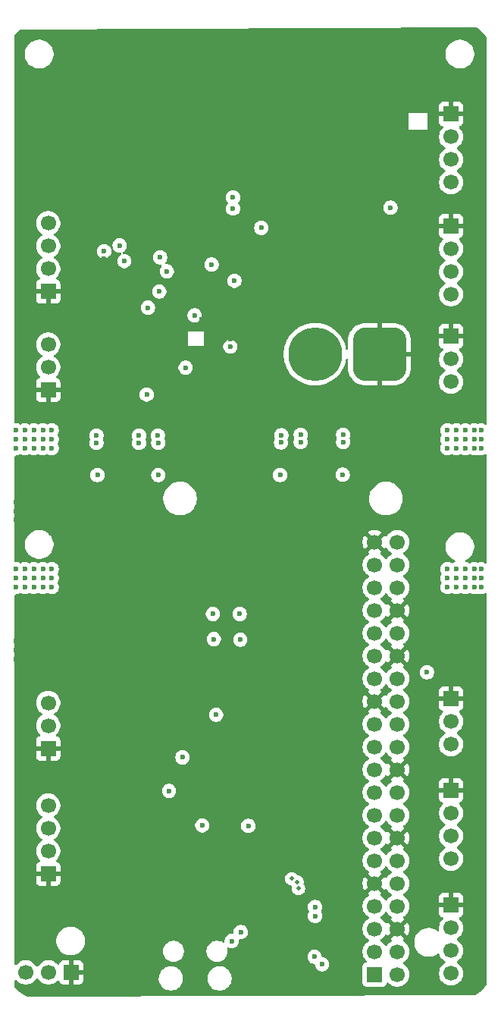
<source format=gbr>
%TF.GenerationSoftware,KiCad,Pcbnew,9.0.2*%
%TF.CreationDate,2025-07-10T20:26:42+02:00*%
%TF.ProjectId,pcb,7063622e-6b69-4636-9164-5f7063625858,rev?*%
%TF.SameCoordinates,Original*%
%TF.FileFunction,Copper,L3,Inr*%
%TF.FilePolarity,Positive*%
%FSLAX46Y46*%
G04 Gerber Fmt 4.6, Leading zero omitted, Abs format (unit mm)*
G04 Created by KiCad (PCBNEW 9.0.2) date 2025-07-10 20:26:42*
%MOMM*%
%LPD*%
G01*
G04 APERTURE LIST*
G04 Aperture macros list*
%AMRoundRect*
0 Rectangle with rounded corners*
0 $1 Rounding radius*
0 $2 $3 $4 $5 $6 $7 $8 $9 X,Y pos of 4 corners*
0 Add a 4 corners polygon primitive as box body*
4,1,4,$2,$3,$4,$5,$6,$7,$8,$9,$2,$3,0*
0 Add four circle primitives for the rounded corners*
1,1,$1+$1,$2,$3*
1,1,$1+$1,$4,$5*
1,1,$1+$1,$6,$7*
1,1,$1+$1,$8,$9*
0 Add four rect primitives between the rounded corners*
20,1,$1+$1,$2,$3,$4,$5,0*
20,1,$1+$1,$4,$5,$6,$7,0*
20,1,$1+$1,$6,$7,$8,$9,0*
20,1,$1+$1,$8,$9,$2,$3,0*%
G04 Aperture macros list end*
%TA.AperFunction,ComponentPad*%
%ADD10R,1.700000X1.700000*%
%TD*%
%TA.AperFunction,ComponentPad*%
%ADD11C,1.700000*%
%TD*%
%TA.AperFunction,ComponentPad*%
%ADD12RoundRect,1.500000X1.500000X1.500000X-1.500000X1.500000X-1.500000X-1.500000X1.500000X-1.500000X0*%
%TD*%
%TA.AperFunction,ComponentPad*%
%ADD13C,6.000000*%
%TD*%
%TA.AperFunction,ViaPad*%
%ADD14C,0.600000*%
%TD*%
%TA.AperFunction,ViaPad*%
%ADD15C,0.500000*%
%TD*%
G04 APERTURE END LIST*
D10*
%TO.N,GND*%
%TO.C,J706*%
X173000000Y-75190000D03*
D11*
%TO.N,+3.3V*%
X173000000Y-77730000D03*
%TO.N,/Barometer/SDI (SDA)*%
X173000000Y-80270000D03*
%TO.N,/Barometer/SCK (SCL)*%
X173000000Y-82810000D03*
%TD*%
D10*
%TO.N,GND*%
%TO.C,J713*%
X173000000Y-87500000D03*
D11*
%TO.N,unconnected-(J713-Pin_2-Pad2)*%
X173000000Y-90040000D03*
%TO.N,/ESC/SIG2*%
X173000000Y-92580000D03*
%TD*%
D10*
%TO.N,GND*%
%TO.C,J704*%
X128000000Y-82500000D03*
D11*
%TO.N,+3.3V*%
X128000000Y-79960000D03*
%TO.N,/Barometer/SDI (SDA)*%
X128000000Y-77420000D03*
%TO.N,/Barometer/SCK (SCL)*%
X128000000Y-74880000D03*
%TD*%
D10*
%TO.N,GND*%
%TO.C,J708*%
X173000000Y-151000000D03*
D11*
%TO.N,+3.3V*%
X173000000Y-153540000D03*
%TO.N,/Barometer/SDI (SDA)*%
X173000000Y-156080000D03*
%TO.N,/Barometer/SCK (SCL)*%
X173000000Y-158620000D03*
%TD*%
D10*
%TO.N,GND*%
%TO.C,J707*%
X173000000Y-138190000D03*
D11*
%TO.N,+3.3V*%
X173000000Y-140730000D03*
%TO.N,/Barometer/SDI (SDA)*%
X173000000Y-143270000D03*
%TO.N,/Barometer/SCK (SCL)*%
X173000000Y-145810000D03*
%TD*%
D10*
%TO.N,GND*%
%TO.C,J710*%
X128000000Y-93500000D03*
D11*
%TO.N,unconnected-(J710-Pin_2-Pad2)*%
X128000000Y-90960000D03*
%TO.N,/ESC/SIG1*%
X128000000Y-88420000D03*
%TD*%
D10*
%TO.N,GND*%
%TO.C,J717*%
X128000000Y-133500000D03*
D11*
%TO.N,unconnected-(J717-Pin_2-Pad2)*%
X128000000Y-130960000D03*
%TO.N,/ESC/SIG4*%
X128000000Y-128420000D03*
%TD*%
D10*
%TO.N,GND*%
%TO.C,J705*%
X173000000Y-62690000D03*
D11*
%TO.N,+3.3V*%
X173000000Y-65230000D03*
%TO.N,/Barometer/SDI (SDA)*%
X173000000Y-67770000D03*
%TO.N,/Barometer/SCK (SCL)*%
X173000000Y-70310000D03*
%TD*%
D10*
%TO.N,GND*%
%TO.C,J702*%
X130580000Y-158500000D03*
D11*
%TO.N,+3.3V*%
X128040000Y-158500000D03*
%TO.N,Net-(A701-GPIO1)*%
X125500000Y-158500000D03*
%TD*%
D10*
%TO.N,GND*%
%TO.C,J715*%
X173000000Y-127960000D03*
D11*
%TO.N,unconnected-(J715-Pin_2-Pad2)*%
X173000000Y-130500000D03*
%TO.N,/ESC/SIG3*%
X173000000Y-133040000D03*
%TD*%
D10*
%TO.N,GND*%
%TO.C,J709*%
X128000000Y-147500000D03*
D11*
%TO.N,+3.3V*%
X128000000Y-144960000D03*
%TO.N,/Barometer/SDI (SDA)*%
X128000000Y-142420000D03*
%TO.N,/Barometer/SCK (SCL)*%
X128000000Y-139880000D03*
%TD*%
D10*
%TO.N,unconnected-(J701-3V3-Pad1)_1*%
%TO.C,J701*%
X164460000Y-158740000D03*
D11*
%TO.N,+5V*%
X167000000Y-158740000D03*
%TO.N,unconnected-(J701-SDA_I2C1{slash}GPIO02-Pad3)*%
X164460000Y-156200000D03*
%TO.N,+5V*%
X167000000Y-156200000D03*
%TO.N,unconnected-(J701-SCL_I2C1{slash}GPIO03-Pad5)*%
X164460000Y-153660000D03*
%TO.N,GND*%
X167000000Y-153660000D03*
%TO.N,unconnected-(J701-GPCLK0{slash}GPIO04-Pad7)*%
X164460000Y-151120000D03*
%TO.N,/GPS/RXD*%
X167000000Y-151120000D03*
%TO.N,GND*%
X164460000Y-148580000D03*
%TO.N,/GPS/TXD*%
X167000000Y-148580000D03*
%TO.N,/GPS/EXTINT*%
X164460000Y-146040000D03*
%TO.N,unconnected-(J701-GPIO18{slash}SPI1_~{CE0}{slash}PCM_CLK{slash}PWM0-Pad12)*%
X167000000Y-146040000D03*
%TO.N,unconnected-(J701-GPIO27{slash}SDIO_DAT3-Pad13)*%
X164460000Y-143500000D03*
%TO.N,GND*%
X167000000Y-143500000D03*
%TO.N,unconnected-(J701-GPIO22{slash}SDIO_CLK-Pad15)*%
X164460000Y-140960000D03*
%TO.N,unconnected-(J701-GPIO23{slash}SDIO_CMD-Pad16)*%
X167000000Y-140960000D03*
%TO.N,unconnected-(J701-3V3-Pad1)*%
X164460000Y-138420000D03*
%TO.N,unconnected-(J701-GPIO24{slash}SDIO_DAT0-Pad18)*%
X167000000Y-138420000D03*
%TO.N,unconnected-(J701-MOSI_SPI0{slash}GPIO10-Pad19)*%
X164460000Y-135880000D03*
%TO.N,GND*%
X167000000Y-135880000D03*
%TO.N,unconnected-(J701-MISO_SPI0{slash}GPIO09-Pad21)*%
X164460000Y-133340000D03*
%TO.N,unconnected-(J701-GPIO25{slash}SDIO_DAT1-Pad22)*%
X167000000Y-133340000D03*
%TO.N,unconnected-(J701-SCLK_SPI0{slash}GPIO11-Pad23)*%
X164460000Y-130800000D03*
%TO.N,unconnected-(J701-~{CE0}_SPI0{slash}GPIO08-Pad24)*%
X167000000Y-130800000D03*
%TO.N,GND*%
X164460000Y-128260000D03*
%TO.N,unconnected-(J701-~{CE1}_SPI0{slash}GPIO07-Pad26)*%
X167000000Y-128260000D03*
%TO.N,Net-(A701-GPIO17)*%
X164460000Y-125720000D03*
%TO.N,Net-(A701-GPIO16)*%
X167000000Y-125720000D03*
%TO.N,unconnected-(J701-GPCLK1{slash}GPIO05-Pad29)*%
X164460000Y-123180000D03*
%TO.N,GND*%
X167000000Y-123180000D03*
%TO.N,unconnected-(J701-GPCLK2{slash}GPIO06-Pad31)*%
X164460000Y-120640000D03*
%TO.N,unconnected-(J701-GPIO12{slash}PWM0-Pad32)*%
X167000000Y-120640000D03*
%TO.N,unconnected-(J701-GPIO13{slash}PWM1-Pad33)*%
X164460000Y-118100000D03*
%TO.N,GND*%
X167000000Y-118100000D03*
%TO.N,unconnected-(J701-GPIO19{slash}SPI1_MISO{slash}PCM_FS-Pad35)*%
X164460000Y-115560000D03*
%TO.N,unconnected-(J701-GPIO16{slash}SPI1_~{CE2}-Pad36)*%
X167000000Y-115560000D03*
%TO.N,unconnected-(J701-GPIO26{slash}SDIO_DAT2-Pad37)*%
X164460000Y-113020000D03*
%TO.N,unconnected-(J701-GPIO20{slash}SPI1_MOSI{slash}PCM_DIN{slash}PWM1-Pad38)*%
X167000000Y-113020000D03*
%TO.N,GND*%
X164460000Y-110480000D03*
%TO.N,unconnected-(J701-GPIO21{slash}SPI1_SCLK{slash}PCM_DOUT-Pad40)*%
X167000000Y-110480000D03*
%TD*%
D12*
%TO.N,GND*%
%TO.C,BT701*%
X165000000Y-89500000D03*
D13*
%TO.N,+BATT*%
X157800000Y-89500000D03*
%TD*%
D14*
%TO.N,Net-(A701-GPIO26_ADC0)*%
X146750000Y-129750000D03*
%TO.N,/Barometer/SDI (SDA)*%
X148500000Y-155000000D03*
%TO.N,/Barometer/SCK (SCL)*%
X149500000Y-154000000D03*
%TO.N,/aRGB_ws2812b/GPIO (aRGB front)*%
X149400000Y-118500000D03*
%TO.N,+BATT*%
X124400000Y-100000000D03*
X176347000Y-115500000D03*
X172600000Y-114500000D03*
X176347000Y-113500000D03*
X173600000Y-99000000D03*
X175600000Y-100000000D03*
X175600000Y-99000000D03*
X127400000Y-115500000D03*
X173600000Y-114500000D03*
X126400000Y-98000000D03*
X127400000Y-113500000D03*
X173600000Y-115500000D03*
X176347000Y-114500000D03*
X125400000Y-99000000D03*
X128400000Y-98000000D03*
X176347000Y-99000000D03*
X124400000Y-113500000D03*
X124400000Y-99000000D03*
X126400000Y-115500000D03*
X125400000Y-100000000D03*
X172600000Y-115500000D03*
X176347000Y-100000000D03*
X143000000Y-134500000D03*
X141500000Y-138250000D03*
X174600000Y-114500000D03*
X125400000Y-115500000D03*
X172600000Y-98000000D03*
X124400000Y-115500000D03*
X126400000Y-99000000D03*
X176347000Y-98000000D03*
X128400000Y-99000000D03*
X126400000Y-114500000D03*
X173600000Y-100000000D03*
X128400000Y-115500000D03*
X173600000Y-113500000D03*
X127400000Y-114500000D03*
X127400000Y-100000000D03*
X125400000Y-98000000D03*
X126400000Y-113500000D03*
X127400000Y-99000000D03*
X175600000Y-114500000D03*
X128400000Y-113500000D03*
X175600000Y-98000000D03*
X172600000Y-113500000D03*
X174600000Y-113500000D03*
X128400000Y-100000000D03*
X175600000Y-115500000D03*
X174600000Y-115500000D03*
X125400000Y-114500000D03*
X172600000Y-100000000D03*
X127400000Y-98000000D03*
X126400000Y-100000000D03*
X128400000Y-114500000D03*
X172600000Y-99000000D03*
X175600000Y-113500000D03*
X174600000Y-99000000D03*
X124400000Y-114500000D03*
X125400000Y-113500000D03*
X173600000Y-98000000D03*
X174600000Y-98000000D03*
X174600000Y-100000000D03*
X124400000Y-98000000D03*
%TO.N,/aRGB_ws2812b/GPIO (aRGB back)*%
X149457500Y-121361061D03*
%TO.N,+5V*%
X157800000Y-152200000D03*
X156200000Y-99300000D03*
X140300000Y-99400000D03*
X138150000Y-98600000D03*
X157750000Y-156750000D03*
X157800000Y-151200000D03*
X138150000Y-99400000D03*
X156200000Y-98500000D03*
X160950000Y-98500000D03*
X160950000Y-99300000D03*
X150350000Y-142150000D03*
X140250000Y-98600000D03*
X133400000Y-99400000D03*
X158600000Y-157600000D03*
X145211739Y-142088261D03*
X133400000Y-98600000D03*
X154050000Y-98550000D03*
X154000000Y-99350000D03*
%TO.N,GND*%
X144800000Y-149400000D03*
X145400000Y-133100000D03*
X143300000Y-146600000D03*
X158750000Y-140350000D03*
X147500000Y-143350000D03*
X162900000Y-83250000D03*
X176347000Y-122500000D03*
X162400000Y-84000000D03*
X133400000Y-107400000D03*
X148350000Y-87800000D03*
X134250000Y-78800003D03*
X176347000Y-121500000D03*
X165400000Y-84000000D03*
X138500000Y-55750000D03*
X158250000Y-139600000D03*
X126400000Y-107000000D03*
X145550000Y-138900000D03*
X151650000Y-146800000D03*
X175600000Y-106950000D03*
X132300000Y-107400000D03*
X164900000Y-83250000D03*
X140550000Y-89250000D03*
X125400000Y-123500000D03*
X138500000Y-72000000D03*
X169250000Y-65800000D03*
X127400000Y-107000000D03*
X125400000Y-106000000D03*
X146750000Y-86750000D03*
X169250000Y-61250000D03*
X134500000Y-117300000D03*
X154100000Y-106500000D03*
X125400000Y-107000000D03*
X175600000Y-121500000D03*
X173600000Y-123500000D03*
X166400000Y-84000000D03*
X140350000Y-81350000D03*
X144800000Y-132750000D03*
X157750000Y-140350000D03*
X161000000Y-107300000D03*
X176347000Y-123500000D03*
X154500000Y-59250000D03*
X139250000Y-106600000D03*
X148250000Y-84695000D03*
X176347000Y-106950000D03*
X137050000Y-76700000D03*
X126400000Y-108000000D03*
X162100000Y-106500000D03*
X161000000Y-106500000D03*
X172600000Y-106950000D03*
X174600000Y-105950000D03*
X137100000Y-78000000D03*
X126400000Y-106000000D03*
X144500000Y-138000000D03*
X138150000Y-107400000D03*
X150250000Y-129750000D03*
X161150000Y-157300000D03*
X145400000Y-132350000D03*
X164400000Y-84000000D03*
X146000000Y-138550000D03*
X125400000Y-121500000D03*
X124400000Y-123500000D03*
X145096634Y-85597114D03*
X152350000Y-154225000D03*
X124400000Y-106000000D03*
X128400000Y-108000000D03*
X126400000Y-123500000D03*
X163200000Y-107300000D03*
X144450000Y-138900000D03*
X124400000Y-122500000D03*
X172600000Y-123500000D03*
X175600000Y-105950000D03*
X156025000Y-128825000D03*
X132850000Y-128825000D03*
X156200000Y-106500000D03*
X176347000Y-107950000D03*
X151750000Y-76450000D03*
X174600000Y-106950000D03*
X166900000Y-83250000D03*
X163400000Y-84000000D03*
X140682500Y-133900000D03*
X128400000Y-121500000D03*
X154100000Y-107300000D03*
X126400000Y-121500000D03*
X166500000Y-62500000D03*
X125400000Y-108000000D03*
X132800000Y-141525000D03*
X139250000Y-107400000D03*
X145500000Y-138050000D03*
X172600000Y-107950000D03*
X124400000Y-108000000D03*
X124400000Y-107000000D03*
X145250000Y-133850000D03*
X174600000Y-123500000D03*
X165900000Y-83250000D03*
X132850000Y-91600000D03*
X163900000Y-83250000D03*
X174600000Y-121500000D03*
X174600000Y-122500000D03*
X138000000Y-84350000D03*
X167400000Y-84000000D03*
X155100000Y-107300000D03*
X144700000Y-92150000D03*
X144000000Y-138550000D03*
X172600000Y-122500000D03*
X174600000Y-107950000D03*
X172600000Y-105950000D03*
X176347000Y-105950000D03*
X159750000Y-140350000D03*
X175600000Y-122500000D03*
X127400000Y-106000000D03*
X126400000Y-122500000D03*
X154100000Y-117315000D03*
X137250000Y-93600000D03*
X175600000Y-123500000D03*
X148334620Y-79402120D03*
X144067500Y-132150000D03*
X132300000Y-106600000D03*
X127400000Y-121500000D03*
X140250000Y-107400000D03*
X159600000Y-152450000D03*
X159250000Y-139600000D03*
X127400000Y-123500000D03*
X140250000Y-106600000D03*
X128400000Y-106000000D03*
X125400000Y-122500000D03*
X166500000Y-64750000D03*
D15*
X144220187Y-90175935D03*
D14*
X139350000Y-77550000D03*
X160250000Y-139600000D03*
X124400000Y-121500000D03*
D15*
X145619369Y-89970362D03*
D14*
X138150000Y-106600000D03*
X173600000Y-121500000D03*
X150700000Y-149600000D03*
X173600000Y-105950000D03*
X127400000Y-122500000D03*
X173600000Y-106950000D03*
X166500000Y-70000000D03*
X175600000Y-107950000D03*
X128400000Y-107000000D03*
X173600000Y-122500000D03*
X156200000Y-107300000D03*
X127400000Y-108000000D03*
X145050000Y-138550000D03*
X133315380Y-106684620D03*
X162100000Y-107300000D03*
X163200000Y-106500000D03*
X173600000Y-107950000D03*
X131200000Y-107400000D03*
X136650000Y-154225000D03*
X128400000Y-122500000D03*
X138750000Y-137500000D03*
X139305000Y-141000000D03*
X157550000Y-139600000D03*
X131200000Y-106600000D03*
X172600000Y-121500000D03*
X140000000Y-134500000D03*
X151500000Y-62500000D03*
X128400000Y-123500000D03*
X155100000Y-106500000D03*
D15*
%TO.N,+3.3V*%
X155200000Y-148050000D03*
D14*
X151800000Y-75400000D03*
D15*
X155800000Y-148400000D03*
D14*
X140500000Y-78700000D03*
X134250000Y-78000000D03*
X148800000Y-81300000D03*
D15*
X155950000Y-149150000D03*
D14*
X148350000Y-88650003D03*
X139000000Y-94000000D03*
X136500000Y-79100000D03*
X135980000Y-77360000D03*
%TO.N,+1V8*%
X144361926Y-85169670D03*
X143350000Y-91000000D03*
X139150000Y-84300000D03*
X140400000Y-82500000D03*
%TO.N,/IMU/SCL*%
X146250000Y-79500000D03*
%TO.N,/IMU/SDA*%
X141250000Y-80250000D03*
%TO.N,/GPS/EXTINT*%
X166250000Y-73150000D03*
X170300000Y-125000000D03*
%TO.N,/GPS/TXD*%
X148650000Y-72000000D03*
%TO.N,/GPS/RXD*%
X148650000Y-73250000D03*
%TO.N,Net-(J718-Pin_2)*%
X146400000Y-118500000D03*
X140300000Y-103000000D03*
X153900000Y-103000000D03*
%TO.N,Net-(J720-Pin_2)*%
X146500000Y-121300000D03*
X160900000Y-102950000D03*
X133500000Y-103000000D03*
%TD*%
%TA.AperFunction,Conductor*%
%TO.N,GND*%
G36*
X166534075Y-153852993D02*
G01*
X166599901Y-153967007D01*
X166692993Y-154060099D01*
X166807007Y-154125925D01*
X166870590Y-154142962D01*
X166238282Y-154775269D01*
X166238282Y-154775270D01*
X166292452Y-154814626D01*
X166292451Y-154814626D01*
X166301495Y-154819234D01*
X166352292Y-154867208D01*
X166369087Y-154935029D01*
X166346550Y-155001164D01*
X166301499Y-155040202D01*
X166292182Y-155044949D01*
X166120213Y-155169890D01*
X165969890Y-155320213D01*
X165844949Y-155492182D01*
X165840484Y-155500946D01*
X165792509Y-155551742D01*
X165724688Y-155568536D01*
X165658553Y-155545998D01*
X165619516Y-155500946D01*
X165615050Y-155492182D01*
X165490109Y-155320213D01*
X165339786Y-155169890D01*
X165167820Y-155044951D01*
X165167115Y-155044591D01*
X165159054Y-155040485D01*
X165108259Y-154992512D01*
X165091463Y-154924692D01*
X165113999Y-154858556D01*
X165159054Y-154819515D01*
X165167816Y-154815051D01*
X165222646Y-154775215D01*
X165339786Y-154690109D01*
X165339788Y-154690106D01*
X165339792Y-154690104D01*
X165490104Y-154539792D01*
X165490106Y-154539788D01*
X165490109Y-154539786D01*
X165575890Y-154421717D01*
X165615051Y-154367816D01*
X165619793Y-154358508D01*
X165667763Y-154307711D01*
X165735583Y-154290911D01*
X165801719Y-154313445D01*
X165840763Y-154358500D01*
X165845373Y-154367547D01*
X165884728Y-154421716D01*
X166517036Y-153789407D01*
X166534075Y-153852993D01*
G37*
%TD.AperFunction*%
%TA.AperFunction,Conductor*%
G36*
X165801444Y-151773999D02*
G01*
X165840484Y-151819054D01*
X165841387Y-151820825D01*
X165844951Y-151827820D01*
X165969890Y-151999786D01*
X166120213Y-152150109D01*
X166292179Y-152275048D01*
X166292181Y-152275049D01*
X166292184Y-152275051D01*
X166301493Y-152279794D01*
X166352290Y-152327766D01*
X166369087Y-152395587D01*
X166346552Y-152461722D01*
X166301505Y-152500760D01*
X166292446Y-152505376D01*
X166292440Y-152505380D01*
X166238282Y-152544727D01*
X166238282Y-152544728D01*
X166870591Y-153177037D01*
X166807007Y-153194075D01*
X166692993Y-153259901D01*
X166599901Y-153352993D01*
X166534075Y-153467007D01*
X166517037Y-153530591D01*
X165884728Y-152898282D01*
X165884727Y-152898282D01*
X165845380Y-152952440D01*
X165845376Y-152952446D01*
X165840760Y-152961505D01*
X165792781Y-153012297D01*
X165724959Y-153029087D01*
X165658826Y-153006543D01*
X165619794Y-152961493D01*
X165615051Y-152952184D01*
X165615049Y-152952181D01*
X165615048Y-152952179D01*
X165490109Y-152780213D01*
X165339786Y-152629890D01*
X165167820Y-152504951D01*
X165159600Y-152500763D01*
X165159054Y-152500485D01*
X165108259Y-152452512D01*
X165091463Y-152384692D01*
X165113999Y-152318556D01*
X165159054Y-152279515D01*
X165167816Y-152275051D01*
X165239797Y-152222754D01*
X165339786Y-152150109D01*
X165339788Y-152150106D01*
X165339792Y-152150104D01*
X165490104Y-151999792D01*
X165490106Y-151999788D01*
X165490109Y-151999786D01*
X165615048Y-151827820D01*
X165615047Y-151827820D01*
X165615051Y-151827816D01*
X165619514Y-151819054D01*
X165667488Y-151768259D01*
X165735308Y-151751463D01*
X165801444Y-151773999D01*
G37*
%TD.AperFunction*%
%TA.AperFunction,Conductor*%
G36*
X165575270Y-149341717D02*
G01*
X165575270Y-149341716D01*
X165614622Y-149287555D01*
X165619232Y-149278507D01*
X165667205Y-149227709D01*
X165735025Y-149210912D01*
X165801161Y-149233447D01*
X165840204Y-149278504D01*
X165844949Y-149287817D01*
X165969890Y-149459786D01*
X166120213Y-149610109D01*
X166292182Y-149735050D01*
X166300946Y-149739516D01*
X166351742Y-149787491D01*
X166368536Y-149855312D01*
X166345998Y-149921447D01*
X166300946Y-149960484D01*
X166292182Y-149964949D01*
X166120213Y-150089890D01*
X165969890Y-150240213D01*
X165844949Y-150412182D01*
X165840484Y-150420946D01*
X165792509Y-150471742D01*
X165724688Y-150488536D01*
X165658553Y-150465998D01*
X165619516Y-150420946D01*
X165615050Y-150412182D01*
X165490109Y-150240213D01*
X165339786Y-150089890D01*
X165167817Y-149964949D01*
X165158504Y-149960204D01*
X165107707Y-149912230D01*
X165090912Y-149844409D01*
X165113449Y-149778274D01*
X165158507Y-149739232D01*
X165167555Y-149734622D01*
X165221716Y-149695270D01*
X165221717Y-149695270D01*
X164589408Y-149062962D01*
X164652993Y-149045925D01*
X164767007Y-148980099D01*
X164860099Y-148887007D01*
X164925925Y-148772993D01*
X164942962Y-148709408D01*
X165575270Y-149341717D01*
G37*
%TD.AperFunction*%
%TA.AperFunction,Conductor*%
G36*
X165801444Y-146693999D02*
G01*
X165840486Y-146739056D01*
X165844951Y-146747820D01*
X165969890Y-146919786D01*
X166120213Y-147070109D01*
X166292182Y-147195050D01*
X166300946Y-147199516D01*
X166351742Y-147247491D01*
X166368536Y-147315312D01*
X166345998Y-147381447D01*
X166300946Y-147420484D01*
X166292182Y-147424949D01*
X166120213Y-147549890D01*
X165969890Y-147700213D01*
X165844949Y-147872182D01*
X165840202Y-147881499D01*
X165792227Y-147932293D01*
X165724405Y-147949087D01*
X165658271Y-147926548D01*
X165619234Y-147881495D01*
X165614626Y-147872452D01*
X165575270Y-147818282D01*
X165575269Y-147818282D01*
X164942962Y-148450590D01*
X164925925Y-148387007D01*
X164860099Y-148272993D01*
X164767007Y-148179901D01*
X164652993Y-148114075D01*
X164589409Y-148097037D01*
X165221716Y-147464728D01*
X165167547Y-147425373D01*
X165167547Y-147425372D01*
X165158500Y-147420763D01*
X165107706Y-147372788D01*
X165090912Y-147304966D01*
X165113451Y-147238832D01*
X165158508Y-147199793D01*
X165167816Y-147195051D01*
X165298780Y-147099901D01*
X165339786Y-147070109D01*
X165339788Y-147070106D01*
X165339792Y-147070104D01*
X165490104Y-146919792D01*
X165490106Y-146919788D01*
X165490109Y-146919786D01*
X165615048Y-146747820D01*
X165615047Y-146747820D01*
X165615051Y-146747816D01*
X165619514Y-146739054D01*
X165667488Y-146688259D01*
X165735308Y-146671463D01*
X165801444Y-146693999D01*
G37*
%TD.AperFunction*%
%TA.AperFunction,Conductor*%
G36*
X166534075Y-143692993D02*
G01*
X166599901Y-143807007D01*
X166692993Y-143900099D01*
X166807007Y-143965925D01*
X166870590Y-143982962D01*
X166238282Y-144615269D01*
X166238282Y-144615270D01*
X166292452Y-144654626D01*
X166292451Y-144654626D01*
X166301495Y-144659234D01*
X166352292Y-144707208D01*
X166369087Y-144775029D01*
X166346550Y-144841164D01*
X166301499Y-144880202D01*
X166292182Y-144884949D01*
X166120213Y-145009890D01*
X165969890Y-145160213D01*
X165844949Y-145332182D01*
X165840484Y-145340946D01*
X165792509Y-145391742D01*
X165724688Y-145408536D01*
X165658553Y-145385998D01*
X165619516Y-145340946D01*
X165615050Y-145332182D01*
X165490109Y-145160213D01*
X165339786Y-145009890D01*
X165167820Y-144884951D01*
X165167115Y-144884591D01*
X165159054Y-144880485D01*
X165108259Y-144832512D01*
X165091463Y-144764692D01*
X165113999Y-144698556D01*
X165159054Y-144659515D01*
X165167816Y-144655051D01*
X165227832Y-144611447D01*
X165339786Y-144530109D01*
X165339788Y-144530106D01*
X165339792Y-144530104D01*
X165490104Y-144379792D01*
X165490106Y-144379788D01*
X165490109Y-144379786D01*
X165575890Y-144261717D01*
X165615051Y-144207816D01*
X165619793Y-144198508D01*
X165667763Y-144147711D01*
X165735583Y-144130911D01*
X165801719Y-144153445D01*
X165840763Y-144198500D01*
X165845373Y-144207547D01*
X165884728Y-144261716D01*
X166517036Y-143629407D01*
X166534075Y-143692993D01*
G37*
%TD.AperFunction*%
%TA.AperFunction,Conductor*%
G36*
X165801444Y-141613999D02*
G01*
X165840486Y-141659056D01*
X165844951Y-141667820D01*
X165969890Y-141839786D01*
X166120213Y-141990109D01*
X166292179Y-142115048D01*
X166292181Y-142115049D01*
X166292184Y-142115051D01*
X166301493Y-142119794D01*
X166352290Y-142167766D01*
X166369087Y-142235587D01*
X166346552Y-142301722D01*
X166301505Y-142340760D01*
X166292446Y-142345376D01*
X166292440Y-142345380D01*
X166238282Y-142384727D01*
X166238282Y-142384728D01*
X166870591Y-143017037D01*
X166807007Y-143034075D01*
X166692993Y-143099901D01*
X166599901Y-143192993D01*
X166534075Y-143307007D01*
X166517037Y-143370591D01*
X165884728Y-142738282D01*
X165884727Y-142738282D01*
X165845380Y-142792440D01*
X165845376Y-142792446D01*
X165840760Y-142801505D01*
X165792781Y-142852297D01*
X165724959Y-142869087D01*
X165658826Y-142846543D01*
X165619794Y-142801493D01*
X165615051Y-142792184D01*
X165615049Y-142792181D01*
X165615048Y-142792179D01*
X165490109Y-142620213D01*
X165339786Y-142469890D01*
X165167820Y-142344951D01*
X165159600Y-142340763D01*
X165159054Y-142340485D01*
X165108259Y-142292512D01*
X165091463Y-142224692D01*
X165113999Y-142158556D01*
X165159054Y-142119515D01*
X165167816Y-142115051D01*
X165228237Y-142071153D01*
X165339786Y-141990109D01*
X165339788Y-141990106D01*
X165339792Y-141990104D01*
X165490104Y-141839792D01*
X165490106Y-141839788D01*
X165490109Y-141839786D01*
X165615048Y-141667820D01*
X165615047Y-141667820D01*
X165615051Y-141667816D01*
X165619514Y-141659054D01*
X165667488Y-141608259D01*
X165735308Y-141591463D01*
X165801444Y-141613999D01*
G37*
%TD.AperFunction*%
%TA.AperFunction,Conductor*%
G36*
X166534075Y-136072993D02*
G01*
X166599901Y-136187007D01*
X166692993Y-136280099D01*
X166807007Y-136345925D01*
X166870590Y-136362962D01*
X166238282Y-136995269D01*
X166238282Y-136995270D01*
X166292452Y-137034626D01*
X166292451Y-137034626D01*
X166301495Y-137039234D01*
X166352292Y-137087208D01*
X166369087Y-137155029D01*
X166346550Y-137221164D01*
X166301499Y-137260202D01*
X166292182Y-137264949D01*
X166120213Y-137389890D01*
X165969890Y-137540213D01*
X165844949Y-137712182D01*
X165840484Y-137720946D01*
X165792509Y-137771742D01*
X165724688Y-137788536D01*
X165658553Y-137765998D01*
X165619516Y-137720946D01*
X165615050Y-137712182D01*
X165490109Y-137540213D01*
X165339786Y-137389890D01*
X165167820Y-137264951D01*
X165167115Y-137264591D01*
X165159054Y-137260485D01*
X165108259Y-137212512D01*
X165091463Y-137144692D01*
X165113999Y-137078556D01*
X165159054Y-137039515D01*
X165167816Y-137035051D01*
X165222572Y-136995269D01*
X165339786Y-136910109D01*
X165339788Y-136910106D01*
X165339792Y-136910104D01*
X165490104Y-136759792D01*
X165490106Y-136759788D01*
X165490109Y-136759786D01*
X165575890Y-136641717D01*
X165615051Y-136587816D01*
X165619793Y-136578508D01*
X165667763Y-136527711D01*
X165735583Y-136510911D01*
X165801719Y-136533445D01*
X165840763Y-136578500D01*
X165845373Y-136587547D01*
X165884728Y-136641716D01*
X166517036Y-136009407D01*
X166534075Y-136072993D01*
G37*
%TD.AperFunction*%
%TA.AperFunction,Conductor*%
G36*
X165801444Y-133993999D02*
G01*
X165840486Y-134039056D01*
X165844951Y-134047820D01*
X165969890Y-134219786D01*
X166120213Y-134370109D01*
X166292179Y-134495048D01*
X166292181Y-134495049D01*
X166292184Y-134495051D01*
X166301493Y-134499794D01*
X166352290Y-134547766D01*
X166369087Y-134615587D01*
X166346552Y-134681722D01*
X166301505Y-134720760D01*
X166292446Y-134725376D01*
X166292440Y-134725380D01*
X166238282Y-134764727D01*
X166238282Y-134764728D01*
X166870591Y-135397037D01*
X166807007Y-135414075D01*
X166692993Y-135479901D01*
X166599901Y-135572993D01*
X166534075Y-135687007D01*
X166517037Y-135750591D01*
X165884728Y-135118282D01*
X165884727Y-135118282D01*
X165845380Y-135172440D01*
X165845376Y-135172446D01*
X165840760Y-135181505D01*
X165792781Y-135232297D01*
X165724959Y-135249087D01*
X165658826Y-135226543D01*
X165619794Y-135181493D01*
X165615051Y-135172184D01*
X165615049Y-135172181D01*
X165615048Y-135172179D01*
X165490109Y-135000213D01*
X165339786Y-134849890D01*
X165167820Y-134724951D01*
X165159600Y-134720763D01*
X165159054Y-134720485D01*
X165108259Y-134672512D01*
X165091463Y-134604692D01*
X165113999Y-134538556D01*
X165159054Y-134499515D01*
X165167816Y-134495051D01*
X165189789Y-134479086D01*
X165339786Y-134370109D01*
X165339788Y-134370106D01*
X165339792Y-134370104D01*
X165490104Y-134219792D01*
X165490106Y-134219788D01*
X165490109Y-134219786D01*
X165615048Y-134047820D01*
X165615047Y-134047820D01*
X165615051Y-134047816D01*
X165619514Y-134039054D01*
X165667488Y-133988259D01*
X165735308Y-133971463D01*
X165801444Y-133993999D01*
G37*
%TD.AperFunction*%
%TA.AperFunction,Conductor*%
G36*
X165575270Y-129021717D02*
G01*
X165575270Y-129021716D01*
X165614622Y-128967555D01*
X165619232Y-128958507D01*
X165667205Y-128907709D01*
X165735025Y-128890912D01*
X165801161Y-128913447D01*
X165840204Y-128958504D01*
X165844949Y-128967817D01*
X165969890Y-129139786D01*
X166120213Y-129290109D01*
X166292182Y-129415050D01*
X166300946Y-129419516D01*
X166351742Y-129467491D01*
X166368536Y-129535312D01*
X166345998Y-129601447D01*
X166300946Y-129640484D01*
X166292182Y-129644949D01*
X166120213Y-129769890D01*
X165969890Y-129920213D01*
X165844949Y-130092182D01*
X165840484Y-130100946D01*
X165792509Y-130151742D01*
X165724688Y-130168536D01*
X165658553Y-130145998D01*
X165619516Y-130100946D01*
X165615050Y-130092182D01*
X165490109Y-129920213D01*
X165339786Y-129769890D01*
X165167817Y-129644949D01*
X165158504Y-129640204D01*
X165107707Y-129592230D01*
X165090912Y-129524409D01*
X165113449Y-129458274D01*
X165158507Y-129419232D01*
X165167555Y-129414622D01*
X165221716Y-129375270D01*
X165221717Y-129375270D01*
X164589408Y-128742962D01*
X164652993Y-128725925D01*
X164767007Y-128660099D01*
X164860099Y-128567007D01*
X164925925Y-128452993D01*
X164942962Y-128389408D01*
X165575270Y-129021717D01*
G37*
%TD.AperFunction*%
%TA.AperFunction,Conductor*%
G36*
X165801444Y-126373999D02*
G01*
X165840486Y-126419056D01*
X165844951Y-126427820D01*
X165969890Y-126599786D01*
X166120213Y-126750109D01*
X166292182Y-126875050D01*
X166300946Y-126879516D01*
X166351742Y-126927491D01*
X166368536Y-126995312D01*
X166345998Y-127061447D01*
X166300946Y-127100484D01*
X166292182Y-127104949D01*
X166120213Y-127229890D01*
X165969890Y-127380213D01*
X165844949Y-127552182D01*
X165840202Y-127561499D01*
X165792227Y-127612293D01*
X165724405Y-127629087D01*
X165658271Y-127606548D01*
X165619234Y-127561495D01*
X165614626Y-127552452D01*
X165575270Y-127498282D01*
X165575269Y-127498282D01*
X164942962Y-128130590D01*
X164925925Y-128067007D01*
X164860099Y-127952993D01*
X164767007Y-127859901D01*
X164652993Y-127794075D01*
X164589409Y-127777037D01*
X165221716Y-127144728D01*
X165167547Y-127105373D01*
X165167547Y-127105372D01*
X165158500Y-127100763D01*
X165107706Y-127052788D01*
X165090912Y-126984966D01*
X165113451Y-126918832D01*
X165158508Y-126879793D01*
X165167816Y-126875051D01*
X165247007Y-126817515D01*
X165339786Y-126750109D01*
X165339788Y-126750106D01*
X165339792Y-126750104D01*
X165490104Y-126599792D01*
X165490106Y-126599788D01*
X165490109Y-126599786D01*
X165615048Y-126427820D01*
X165615047Y-126427820D01*
X165615051Y-126427816D01*
X165619514Y-126419054D01*
X165667488Y-126368259D01*
X165735308Y-126351463D01*
X165801444Y-126373999D01*
G37*
%TD.AperFunction*%
%TA.AperFunction,Conductor*%
G36*
X166534075Y-123372993D02*
G01*
X166599901Y-123487007D01*
X166692993Y-123580099D01*
X166807007Y-123645925D01*
X166870590Y-123662962D01*
X166238282Y-124295269D01*
X166238282Y-124295270D01*
X166292452Y-124334626D01*
X166292451Y-124334626D01*
X166301495Y-124339234D01*
X166352292Y-124387208D01*
X166369087Y-124455029D01*
X166346550Y-124521164D01*
X166301499Y-124560202D01*
X166292182Y-124564949D01*
X166120213Y-124689890D01*
X165969890Y-124840213D01*
X165844949Y-125012182D01*
X165840484Y-125020946D01*
X165792509Y-125071742D01*
X165724688Y-125088536D01*
X165658553Y-125065998D01*
X165619516Y-125020946D01*
X165615050Y-125012182D01*
X165490109Y-124840213D01*
X165339786Y-124689890D01*
X165167820Y-124564951D01*
X165167115Y-124564591D01*
X165159054Y-124560485D01*
X165108259Y-124512512D01*
X165091463Y-124444692D01*
X165113999Y-124378556D01*
X165159054Y-124339515D01*
X165167816Y-124335051D01*
X165228995Y-124290602D01*
X165339786Y-124210109D01*
X165339788Y-124210106D01*
X165339792Y-124210104D01*
X165490104Y-124059792D01*
X165490106Y-124059788D01*
X165490109Y-124059786D01*
X165575890Y-123941717D01*
X165615051Y-123887816D01*
X165619793Y-123878508D01*
X165667763Y-123827711D01*
X165735583Y-123810911D01*
X165801719Y-123833445D01*
X165840763Y-123878500D01*
X165845373Y-123887547D01*
X165884728Y-123941716D01*
X166517036Y-123309407D01*
X166534075Y-123372993D01*
G37*
%TD.AperFunction*%
%TA.AperFunction,Conductor*%
G36*
X165801444Y-121293999D02*
G01*
X165840486Y-121339056D01*
X165844951Y-121347820D01*
X165969890Y-121519786D01*
X166120213Y-121670109D01*
X166292179Y-121795048D01*
X166292181Y-121795049D01*
X166292184Y-121795051D01*
X166301493Y-121799794D01*
X166352290Y-121847766D01*
X166369087Y-121915587D01*
X166346552Y-121981722D01*
X166301505Y-122020760D01*
X166292446Y-122025376D01*
X166292440Y-122025380D01*
X166238282Y-122064727D01*
X166238282Y-122064728D01*
X166870591Y-122697037D01*
X166807007Y-122714075D01*
X166692993Y-122779901D01*
X166599901Y-122872993D01*
X166534075Y-122987007D01*
X166517037Y-123050591D01*
X165884728Y-122418282D01*
X165884727Y-122418282D01*
X165845380Y-122472440D01*
X165845376Y-122472446D01*
X165840760Y-122481505D01*
X165792781Y-122532297D01*
X165724959Y-122549087D01*
X165658826Y-122526543D01*
X165619794Y-122481493D01*
X165615051Y-122472184D01*
X165615049Y-122472181D01*
X165615048Y-122472179D01*
X165490109Y-122300213D01*
X165339786Y-122149890D01*
X165167820Y-122024951D01*
X165159600Y-122020763D01*
X165159054Y-122020485D01*
X165108259Y-121972512D01*
X165091463Y-121904692D01*
X165113999Y-121838556D01*
X165159054Y-121799515D01*
X165167816Y-121795051D01*
X165243249Y-121740246D01*
X165339786Y-121670109D01*
X165339788Y-121670106D01*
X165339792Y-121670104D01*
X165490104Y-121519792D01*
X165490106Y-121519788D01*
X165490109Y-121519786D01*
X165615048Y-121347820D01*
X165615047Y-121347820D01*
X165615051Y-121347816D01*
X165619514Y-121339054D01*
X165667488Y-121288259D01*
X165735308Y-121271463D01*
X165801444Y-121293999D01*
G37*
%TD.AperFunction*%
%TA.AperFunction,Conductor*%
G36*
X166534075Y-118292993D02*
G01*
X166599901Y-118407007D01*
X166692993Y-118500099D01*
X166807007Y-118565925D01*
X166870590Y-118582962D01*
X166238282Y-119215269D01*
X166238282Y-119215270D01*
X166292452Y-119254626D01*
X166292451Y-119254626D01*
X166301495Y-119259234D01*
X166352292Y-119307208D01*
X166369087Y-119375029D01*
X166346550Y-119441164D01*
X166301499Y-119480202D01*
X166292182Y-119484949D01*
X166120213Y-119609890D01*
X165969890Y-119760213D01*
X165844949Y-119932182D01*
X165840484Y-119940946D01*
X165792509Y-119991742D01*
X165724688Y-120008536D01*
X165658553Y-119985998D01*
X165619516Y-119940946D01*
X165615050Y-119932182D01*
X165490109Y-119760213D01*
X165339786Y-119609890D01*
X165167820Y-119484951D01*
X165167115Y-119484591D01*
X165159054Y-119480485D01*
X165108259Y-119432512D01*
X165091463Y-119364692D01*
X165113999Y-119298556D01*
X165159054Y-119259515D01*
X165167816Y-119255051D01*
X165230658Y-119209394D01*
X165339786Y-119130109D01*
X165339788Y-119130106D01*
X165339792Y-119130104D01*
X165490104Y-118979792D01*
X165490106Y-118979788D01*
X165490109Y-118979786D01*
X165575890Y-118861717D01*
X165615051Y-118807816D01*
X165619793Y-118798508D01*
X165667763Y-118747711D01*
X165735583Y-118730911D01*
X165801719Y-118753445D01*
X165840763Y-118798500D01*
X165845373Y-118807547D01*
X165884728Y-118861716D01*
X166517036Y-118229407D01*
X166534075Y-118292993D01*
G37*
%TD.AperFunction*%
%TA.AperFunction,Conductor*%
G36*
X165801444Y-116213999D02*
G01*
X165840486Y-116259056D01*
X165844951Y-116267820D01*
X165969890Y-116439786D01*
X166120213Y-116590109D01*
X166292179Y-116715048D01*
X166292181Y-116715049D01*
X166292184Y-116715051D01*
X166301493Y-116719794D01*
X166352290Y-116767766D01*
X166369087Y-116835587D01*
X166346552Y-116901722D01*
X166301505Y-116940760D01*
X166292446Y-116945376D01*
X166292440Y-116945380D01*
X166238282Y-116984727D01*
X166238282Y-116984728D01*
X166870591Y-117617037D01*
X166807007Y-117634075D01*
X166692993Y-117699901D01*
X166599901Y-117792993D01*
X166534075Y-117907007D01*
X166517037Y-117970591D01*
X165884728Y-117338282D01*
X165884727Y-117338282D01*
X165845380Y-117392440D01*
X165845376Y-117392446D01*
X165840760Y-117401505D01*
X165792781Y-117452297D01*
X165724959Y-117469087D01*
X165658826Y-117446543D01*
X165619794Y-117401493D01*
X165615051Y-117392184D01*
X165615049Y-117392181D01*
X165615048Y-117392179D01*
X165490109Y-117220213D01*
X165339786Y-117069890D01*
X165167820Y-116944951D01*
X165159600Y-116940763D01*
X165159054Y-116940485D01*
X165108259Y-116892512D01*
X165091463Y-116824692D01*
X165113999Y-116758556D01*
X165159054Y-116719515D01*
X165167816Y-116715051D01*
X165189789Y-116699086D01*
X165339786Y-116590109D01*
X165339788Y-116590106D01*
X165339792Y-116590104D01*
X165490104Y-116439792D01*
X165490106Y-116439788D01*
X165490109Y-116439786D01*
X165615048Y-116267820D01*
X165615047Y-116267820D01*
X165615051Y-116267816D01*
X165619514Y-116259054D01*
X165667488Y-116208259D01*
X165735308Y-116191463D01*
X165801444Y-116213999D01*
G37*
%TD.AperFunction*%
%TA.AperFunction,Conductor*%
G36*
X165575270Y-111241717D02*
G01*
X165575270Y-111241716D01*
X165614622Y-111187555D01*
X165619232Y-111178507D01*
X165667205Y-111127709D01*
X165735025Y-111110912D01*
X165801161Y-111133447D01*
X165840204Y-111178504D01*
X165844949Y-111187817D01*
X165969890Y-111359786D01*
X166120213Y-111510109D01*
X166292182Y-111635050D01*
X166300946Y-111639516D01*
X166351742Y-111687491D01*
X166368536Y-111755312D01*
X166345998Y-111821447D01*
X166300946Y-111860484D01*
X166292182Y-111864949D01*
X166120213Y-111989890D01*
X165969890Y-112140213D01*
X165844949Y-112312182D01*
X165840484Y-112320946D01*
X165792509Y-112371742D01*
X165724688Y-112388536D01*
X165658553Y-112365998D01*
X165619516Y-112320946D01*
X165615050Y-112312182D01*
X165490109Y-112140213D01*
X165339786Y-111989890D01*
X165167817Y-111864949D01*
X165158504Y-111860204D01*
X165107707Y-111812230D01*
X165090912Y-111744409D01*
X165113449Y-111678274D01*
X165158507Y-111639232D01*
X165167555Y-111634622D01*
X165221716Y-111595270D01*
X165221717Y-111595270D01*
X164589408Y-110962962D01*
X164652993Y-110945925D01*
X164767007Y-110880099D01*
X164860099Y-110787007D01*
X164925925Y-110672993D01*
X164942962Y-110609408D01*
X165575270Y-111241717D01*
G37*
%TD.AperFunction*%
%TA.AperFunction,Conductor*%
G36*
X175832775Y-53023477D02*
G01*
X175938987Y-53087138D01*
X175949105Y-53093898D01*
X176215170Y-53291225D01*
X176224576Y-53298945D01*
X176470012Y-53521396D01*
X176478603Y-53529987D01*
X176523551Y-53579579D01*
X176701054Y-53775423D01*
X176708774Y-53784829D01*
X176906101Y-54050894D01*
X176912861Y-54061012D01*
X176982358Y-54176961D01*
X177000000Y-54240708D01*
X177000000Y-97241579D01*
X176980315Y-97308618D01*
X176927511Y-97354373D01*
X176858353Y-97364317D01*
X176807109Y-97344681D01*
X176726185Y-97290609D01*
X176726172Y-97290602D01*
X176580501Y-97230264D01*
X176580489Y-97230261D01*
X176425845Y-97199500D01*
X176425842Y-97199500D01*
X176268158Y-97199500D01*
X176268155Y-97199500D01*
X176113511Y-97230260D01*
X176113510Y-97230261D01*
X176113507Y-97230262D01*
X176113503Y-97230263D01*
X176020949Y-97268599D01*
X175951482Y-97276067D01*
X175926055Y-97268601D01*
X175833497Y-97230263D01*
X175833490Y-97230261D01*
X175833489Y-97230261D01*
X175833488Y-97230260D01*
X175678845Y-97199500D01*
X175678842Y-97199500D01*
X175521158Y-97199500D01*
X175521155Y-97199500D01*
X175366510Y-97230261D01*
X175366498Y-97230264D01*
X175220827Y-97290602D01*
X175220814Y-97290609D01*
X175168891Y-97325304D01*
X175102214Y-97346182D01*
X175034833Y-97327698D01*
X175031109Y-97325304D01*
X174979185Y-97290609D01*
X174979172Y-97290602D01*
X174833501Y-97230264D01*
X174833489Y-97230261D01*
X174678845Y-97199500D01*
X174678842Y-97199500D01*
X174521158Y-97199500D01*
X174521155Y-97199500D01*
X174366510Y-97230261D01*
X174366498Y-97230264D01*
X174220827Y-97290602D01*
X174220814Y-97290609D01*
X174168891Y-97325304D01*
X174102214Y-97346182D01*
X174034833Y-97327698D01*
X174031109Y-97325304D01*
X173979185Y-97290609D01*
X173979172Y-97290602D01*
X173833501Y-97230264D01*
X173833489Y-97230261D01*
X173678845Y-97199500D01*
X173678842Y-97199500D01*
X173521158Y-97199500D01*
X173521155Y-97199500D01*
X173366510Y-97230261D01*
X173366498Y-97230264D01*
X173220827Y-97290602D01*
X173220814Y-97290609D01*
X173168891Y-97325304D01*
X173102214Y-97346182D01*
X173034833Y-97327698D01*
X173031109Y-97325304D01*
X172979185Y-97290609D01*
X172979172Y-97290602D01*
X172833501Y-97230264D01*
X172833489Y-97230261D01*
X172678845Y-97199500D01*
X172678842Y-97199500D01*
X172521158Y-97199500D01*
X172521155Y-97199500D01*
X172366510Y-97230261D01*
X172366498Y-97230264D01*
X172220827Y-97290602D01*
X172220814Y-97290609D01*
X172089711Y-97378210D01*
X172089707Y-97378213D01*
X171978213Y-97489707D01*
X171978210Y-97489711D01*
X171890609Y-97620814D01*
X171890602Y-97620827D01*
X171830264Y-97766498D01*
X171830261Y-97766510D01*
X171799500Y-97921153D01*
X171799500Y-98078846D01*
X171830261Y-98233489D01*
X171830264Y-98233501D01*
X171890602Y-98379172D01*
X171890609Y-98379185D01*
X171925304Y-98431109D01*
X171946182Y-98497786D01*
X171927698Y-98565167D01*
X171925304Y-98568891D01*
X171890609Y-98620814D01*
X171890602Y-98620827D01*
X171830264Y-98766498D01*
X171830261Y-98766510D01*
X171799500Y-98921153D01*
X171799500Y-99078846D01*
X171830261Y-99233489D01*
X171830264Y-99233501D01*
X171890602Y-99379172D01*
X171890609Y-99379185D01*
X171925304Y-99431109D01*
X171946182Y-99497786D01*
X171927698Y-99565167D01*
X171925304Y-99568891D01*
X171890609Y-99620814D01*
X171890602Y-99620827D01*
X171830264Y-99766498D01*
X171830261Y-99766510D01*
X171799500Y-99921153D01*
X171799500Y-100078846D01*
X171830261Y-100233489D01*
X171830264Y-100233501D01*
X171890602Y-100379172D01*
X171890609Y-100379185D01*
X171978210Y-100510288D01*
X171978213Y-100510292D01*
X172089707Y-100621786D01*
X172089711Y-100621789D01*
X172220814Y-100709390D01*
X172220827Y-100709397D01*
X172339181Y-100758420D01*
X172366503Y-100769737D01*
X172521153Y-100800499D01*
X172521156Y-100800500D01*
X172521158Y-100800500D01*
X172678844Y-100800500D01*
X172678845Y-100800499D01*
X172833497Y-100769737D01*
X172979179Y-100709394D01*
X173031110Y-100674694D01*
X173097785Y-100653816D01*
X173165165Y-100672300D01*
X173168863Y-100674676D01*
X173220821Y-100709394D01*
X173220823Y-100709395D01*
X173220825Y-100709396D01*
X173339181Y-100758420D01*
X173366503Y-100769737D01*
X173521153Y-100800499D01*
X173521156Y-100800500D01*
X173521158Y-100800500D01*
X173678844Y-100800500D01*
X173678845Y-100800499D01*
X173833497Y-100769737D01*
X173979179Y-100709394D01*
X174031110Y-100674694D01*
X174097785Y-100653816D01*
X174165165Y-100672300D01*
X174168863Y-100674676D01*
X174220821Y-100709394D01*
X174220823Y-100709395D01*
X174220825Y-100709396D01*
X174339181Y-100758420D01*
X174366503Y-100769737D01*
X174521153Y-100800499D01*
X174521156Y-100800500D01*
X174521158Y-100800500D01*
X174678844Y-100800500D01*
X174678845Y-100800499D01*
X174833497Y-100769737D01*
X174979179Y-100709394D01*
X175031110Y-100674694D01*
X175097785Y-100653816D01*
X175165165Y-100672300D01*
X175168863Y-100674676D01*
X175220821Y-100709394D01*
X175220823Y-100709395D01*
X175220825Y-100709396D01*
X175339181Y-100758420D01*
X175366503Y-100769737D01*
X175521153Y-100800499D01*
X175521156Y-100800500D01*
X175521158Y-100800500D01*
X175678844Y-100800500D01*
X175678845Y-100800499D01*
X175833497Y-100769737D01*
X175926049Y-100731400D01*
X175995516Y-100723932D01*
X176020947Y-100731399D01*
X176113503Y-100769737D01*
X176268153Y-100800499D01*
X176268156Y-100800500D01*
X176268158Y-100800500D01*
X176425844Y-100800500D01*
X176425845Y-100800499D01*
X176580497Y-100769737D01*
X176726179Y-100709394D01*
X176807110Y-100655317D01*
X176873786Y-100634440D01*
X176941166Y-100652924D01*
X176987857Y-100704903D01*
X177000000Y-100758420D01*
X177000000Y-112741579D01*
X176980315Y-112808618D01*
X176927511Y-112854373D01*
X176858353Y-112864317D01*
X176807109Y-112844681D01*
X176726185Y-112790609D01*
X176726172Y-112790602D01*
X176580501Y-112730264D01*
X176580489Y-112730261D01*
X176425845Y-112699500D01*
X176425842Y-112699500D01*
X176268158Y-112699500D01*
X176268155Y-112699500D01*
X176113511Y-112730260D01*
X176113510Y-112730261D01*
X176113507Y-112730262D01*
X176113503Y-112730263D01*
X176020949Y-112768599D01*
X175951482Y-112776067D01*
X175926055Y-112768601D01*
X175833497Y-112730263D01*
X175833490Y-112730261D01*
X175833489Y-112730261D01*
X175833488Y-112730260D01*
X175678845Y-112699500D01*
X175678842Y-112699500D01*
X175521158Y-112699500D01*
X175521155Y-112699500D01*
X175366510Y-112730261D01*
X175366498Y-112730264D01*
X175220827Y-112790602D01*
X175220814Y-112790609D01*
X175168891Y-112825304D01*
X175102214Y-112846182D01*
X175034833Y-112827698D01*
X175031109Y-112825304D01*
X174979185Y-112790609D01*
X174979172Y-112790602D01*
X174833501Y-112730264D01*
X174833491Y-112730261D01*
X174677932Y-112699318D01*
X174616021Y-112666933D01*
X174581447Y-112606217D01*
X174585188Y-112536447D01*
X174626054Y-112479776D01*
X174645825Y-112467218D01*
X174838845Y-112368870D01*
X175042656Y-112220793D01*
X175220793Y-112042656D01*
X175368870Y-111838845D01*
X175483241Y-111614379D01*
X175561090Y-111374785D01*
X175600500Y-111125962D01*
X175600500Y-110874038D01*
X175561090Y-110625215D01*
X175483241Y-110385621D01*
X175483239Y-110385618D01*
X175483239Y-110385616D01*
X175426563Y-110274385D01*
X175368870Y-110161155D01*
X175349952Y-110135117D01*
X175220798Y-109957350D01*
X175220794Y-109957345D01*
X175042654Y-109779205D01*
X175042649Y-109779201D01*
X174838848Y-109631132D01*
X174838847Y-109631131D01*
X174838845Y-109631130D01*
X174768747Y-109595413D01*
X174614383Y-109516760D01*
X174374785Y-109438910D01*
X174125962Y-109399500D01*
X173874038Y-109399500D01*
X173749626Y-109419205D01*
X173625214Y-109438910D01*
X173385616Y-109516760D01*
X173161151Y-109631132D01*
X172957350Y-109779201D01*
X172957345Y-109779205D01*
X172779205Y-109957345D01*
X172779201Y-109957350D01*
X172631132Y-110161151D01*
X172516760Y-110385616D01*
X172438910Y-110625214D01*
X172411822Y-110796239D01*
X172399500Y-110874038D01*
X172399500Y-110921750D01*
X172399500Y-111125962D01*
X172415284Y-111225615D01*
X172438910Y-111374785D01*
X172516760Y-111614383D01*
X172583157Y-111744692D01*
X172622265Y-111821447D01*
X172631132Y-111838848D01*
X172779201Y-112042649D01*
X172779205Y-112042654D01*
X172957345Y-112220794D01*
X172957350Y-112220798D01*
X173081626Y-112311089D01*
X173161155Y-112368870D01*
X173385621Y-112483241D01*
X173397990Y-112487260D01*
X173455666Y-112526694D01*
X173482866Y-112591052D01*
X173470954Y-112659899D01*
X173423712Y-112711376D01*
X173383870Y-112726808D01*
X173366504Y-112730262D01*
X173366498Y-112730264D01*
X173220827Y-112790602D01*
X173220814Y-112790609D01*
X173168891Y-112825304D01*
X173102214Y-112846182D01*
X173034833Y-112827698D01*
X173031109Y-112825304D01*
X172979185Y-112790609D01*
X172979172Y-112790602D01*
X172833501Y-112730264D01*
X172833489Y-112730261D01*
X172678845Y-112699500D01*
X172678842Y-112699500D01*
X172521158Y-112699500D01*
X172521155Y-112699500D01*
X172366510Y-112730261D01*
X172366498Y-112730264D01*
X172220827Y-112790602D01*
X172220814Y-112790609D01*
X172089711Y-112878210D01*
X172089707Y-112878213D01*
X171978213Y-112989707D01*
X171978210Y-112989711D01*
X171890609Y-113120814D01*
X171890602Y-113120827D01*
X171830264Y-113266498D01*
X171830261Y-113266510D01*
X171799500Y-113421153D01*
X171799500Y-113578846D01*
X171830261Y-113733489D01*
X171830264Y-113733501D01*
X171890602Y-113879172D01*
X171890609Y-113879185D01*
X171925304Y-113931109D01*
X171946182Y-113997786D01*
X171927698Y-114065167D01*
X171925304Y-114068891D01*
X171890609Y-114120814D01*
X171890602Y-114120827D01*
X171830264Y-114266498D01*
X171830261Y-114266510D01*
X171799500Y-114421153D01*
X171799500Y-114578846D01*
X171830261Y-114733489D01*
X171830264Y-114733501D01*
X171890602Y-114879172D01*
X171890609Y-114879185D01*
X171925304Y-114931109D01*
X171946182Y-114997786D01*
X171927698Y-115065167D01*
X171925304Y-115068891D01*
X171890609Y-115120814D01*
X171890602Y-115120827D01*
X171830264Y-115266498D01*
X171830261Y-115266510D01*
X171799500Y-115421153D01*
X171799500Y-115578846D01*
X171830261Y-115733489D01*
X171830264Y-115733501D01*
X171890602Y-115879172D01*
X171890609Y-115879185D01*
X171978210Y-116010288D01*
X171978213Y-116010292D01*
X172089707Y-116121786D01*
X172089711Y-116121789D01*
X172220814Y-116209390D01*
X172220827Y-116209397D01*
X172361865Y-116267816D01*
X172366503Y-116269737D01*
X172521153Y-116300499D01*
X172521156Y-116300500D01*
X172521158Y-116300500D01*
X172678844Y-116300500D01*
X172678845Y-116300499D01*
X172833497Y-116269737D01*
X172979179Y-116209394D01*
X173031110Y-116174694D01*
X173097785Y-116153816D01*
X173165165Y-116172300D01*
X173168863Y-116174676D01*
X173220821Y-116209394D01*
X173220823Y-116209395D01*
X173220825Y-116209396D01*
X173361865Y-116267816D01*
X173366503Y-116269737D01*
X173521153Y-116300499D01*
X173521156Y-116300500D01*
X173521158Y-116300500D01*
X173678844Y-116300500D01*
X173678845Y-116300499D01*
X173833497Y-116269737D01*
X173979179Y-116209394D01*
X174031110Y-116174694D01*
X174097785Y-116153816D01*
X174165165Y-116172300D01*
X174168863Y-116174676D01*
X174220821Y-116209394D01*
X174220823Y-116209395D01*
X174220825Y-116209396D01*
X174361865Y-116267816D01*
X174366503Y-116269737D01*
X174521153Y-116300499D01*
X174521156Y-116300500D01*
X174521158Y-116300500D01*
X174678844Y-116300500D01*
X174678845Y-116300499D01*
X174833497Y-116269737D01*
X174979179Y-116209394D01*
X175031110Y-116174694D01*
X175097785Y-116153816D01*
X175165165Y-116172300D01*
X175168863Y-116174676D01*
X175220821Y-116209394D01*
X175220823Y-116209395D01*
X175220825Y-116209396D01*
X175361865Y-116267816D01*
X175366503Y-116269737D01*
X175521153Y-116300499D01*
X175521156Y-116300500D01*
X175521158Y-116300500D01*
X175678844Y-116300500D01*
X175678845Y-116300499D01*
X175833497Y-116269737D01*
X175926049Y-116231400D01*
X175995516Y-116223932D01*
X176020947Y-116231399D01*
X176113503Y-116269737D01*
X176268153Y-116300499D01*
X176268156Y-116300500D01*
X176268158Y-116300500D01*
X176425844Y-116300500D01*
X176425845Y-116300499D01*
X176580497Y-116269737D01*
X176693166Y-116223067D01*
X176726172Y-116209397D01*
X176726172Y-116209396D01*
X176726179Y-116209394D01*
X176807110Y-116155317D01*
X176873786Y-116134440D01*
X176941166Y-116152924D01*
X176987857Y-116204903D01*
X177000000Y-116258420D01*
X177000000Y-159759292D01*
X176995538Y-159775412D01*
X176996010Y-159790494D01*
X176982358Y-159823041D01*
X176912862Y-159938988D01*
X176906102Y-159949106D01*
X176708775Y-160215170D01*
X176701055Y-160224576D01*
X176478611Y-160470006D01*
X176470006Y-160478611D01*
X176224577Y-160701055D01*
X176215171Y-160708775D01*
X175949109Y-160906100D01*
X175938990Y-160912861D01*
X175813155Y-160988283D01*
X175749995Y-161005923D01*
X125710743Y-161243075D01*
X125668385Y-161235829D01*
X125666543Y-161235170D01*
X125655296Y-161230512D01*
X125355848Y-161088884D01*
X125345121Y-161083149D01*
X125061011Y-160912861D01*
X125050893Y-160906101D01*
X124784829Y-160708774D01*
X124775423Y-160701054D01*
X124736475Y-160665754D01*
X124529986Y-160478603D01*
X124521395Y-160470012D01*
X124298936Y-160224566D01*
X124291218Y-160215161D01*
X124274400Y-160192483D01*
X124250277Y-160126910D01*
X124250000Y-160118620D01*
X124250000Y-159458444D01*
X124269685Y-159391405D01*
X124322489Y-159345650D01*
X124391647Y-159335706D01*
X124455203Y-159364731D01*
X124468284Y-159377905D01*
X124469895Y-159379791D01*
X124620213Y-159530109D01*
X124792179Y-159655048D01*
X124792181Y-159655049D01*
X124792184Y-159655051D01*
X124981588Y-159751557D01*
X125183757Y-159817246D01*
X125393713Y-159850500D01*
X125393714Y-159850500D01*
X125606286Y-159850500D01*
X125606287Y-159850500D01*
X125816243Y-159817246D01*
X126018412Y-159751557D01*
X126207816Y-159655051D01*
X126256346Y-159619792D01*
X126379786Y-159530109D01*
X126379788Y-159530106D01*
X126379792Y-159530104D01*
X126530104Y-159379792D01*
X126530106Y-159379788D01*
X126530109Y-159379786D01*
X126655048Y-159207820D01*
X126655047Y-159207820D01*
X126655051Y-159207816D01*
X126659514Y-159199054D01*
X126707488Y-159148259D01*
X126775308Y-159131463D01*
X126841444Y-159153999D01*
X126880486Y-159199056D01*
X126884951Y-159207820D01*
X127009890Y-159379786D01*
X127160213Y-159530109D01*
X127332179Y-159655048D01*
X127332181Y-159655049D01*
X127332184Y-159655051D01*
X127521588Y-159751557D01*
X127723757Y-159817246D01*
X127933713Y-159850500D01*
X127933714Y-159850500D01*
X128146286Y-159850500D01*
X128146287Y-159850500D01*
X128356243Y-159817246D01*
X128558412Y-159751557D01*
X128747816Y-159655051D01*
X128834478Y-159592088D01*
X128919784Y-159530110D01*
X128919784Y-159530109D01*
X128919792Y-159530104D01*
X129033717Y-159416178D01*
X129095036Y-159382696D01*
X129164728Y-159387680D01*
X129220662Y-159429551D01*
X129237577Y-159460528D01*
X129286646Y-159592088D01*
X129286649Y-159592093D01*
X129372809Y-159707187D01*
X129372812Y-159707190D01*
X129487906Y-159793350D01*
X129487913Y-159793354D01*
X129622620Y-159843596D01*
X129622627Y-159843598D01*
X129682155Y-159849999D01*
X129682172Y-159850000D01*
X130330000Y-159850000D01*
X130330000Y-158933012D01*
X130387007Y-158965925D01*
X130514174Y-159000000D01*
X130645826Y-159000000D01*
X130772993Y-158965925D01*
X130830000Y-158933012D01*
X130830000Y-159850000D01*
X131477828Y-159850000D01*
X131477844Y-159849999D01*
X131537372Y-159843598D01*
X131537379Y-159843596D01*
X131672086Y-159793354D01*
X131672093Y-159793350D01*
X131787187Y-159707190D01*
X131787190Y-159707187D01*
X131873350Y-159592093D01*
X131873354Y-159592086D01*
X131923596Y-159457379D01*
X131923598Y-159457372D01*
X131929999Y-159397844D01*
X131930000Y-159397827D01*
X131930000Y-159068713D01*
X140349500Y-159068713D01*
X140349500Y-159281287D01*
X140382754Y-159491243D01*
X140434371Y-159650104D01*
X140448444Y-159693414D01*
X140544951Y-159882820D01*
X140669890Y-160054786D01*
X140820213Y-160205109D01*
X140992179Y-160330048D01*
X140992181Y-160330049D01*
X140992184Y-160330051D01*
X141181588Y-160426557D01*
X141383757Y-160492246D01*
X141593713Y-160525500D01*
X141593714Y-160525500D01*
X141806286Y-160525500D01*
X141806287Y-160525500D01*
X142016243Y-160492246D01*
X142218412Y-160426557D01*
X142407816Y-160330051D01*
X142429789Y-160314086D01*
X142579786Y-160205109D01*
X142579788Y-160205106D01*
X142579792Y-160205104D01*
X142730104Y-160054792D01*
X142730106Y-160054788D01*
X142730109Y-160054786D01*
X142855048Y-159882820D01*
X142855047Y-159882820D01*
X142855051Y-159882816D01*
X142951557Y-159693412D01*
X143017246Y-159491243D01*
X143050500Y-159281287D01*
X143050500Y-159068713D01*
X145799500Y-159068713D01*
X145799500Y-159281287D01*
X145832754Y-159491243D01*
X145884371Y-159650104D01*
X145898444Y-159693414D01*
X145994951Y-159882820D01*
X146119890Y-160054786D01*
X146270213Y-160205109D01*
X146442179Y-160330048D01*
X146442181Y-160330049D01*
X146442184Y-160330051D01*
X146631588Y-160426557D01*
X146833757Y-160492246D01*
X147043713Y-160525500D01*
X147043714Y-160525500D01*
X147256286Y-160525500D01*
X147256287Y-160525500D01*
X147466243Y-160492246D01*
X147668412Y-160426557D01*
X147857816Y-160330051D01*
X147879789Y-160314086D01*
X148029786Y-160205109D01*
X148029788Y-160205106D01*
X148029792Y-160205104D01*
X148180104Y-160054792D01*
X148180106Y-160054788D01*
X148180109Y-160054786D01*
X148305048Y-159882820D01*
X148305047Y-159882820D01*
X148305051Y-159882816D01*
X148401557Y-159693412D01*
X148467246Y-159491243D01*
X148500500Y-159281287D01*
X148500500Y-159068713D01*
X148467246Y-158858757D01*
X148401557Y-158656588D01*
X148305051Y-158467184D01*
X148305049Y-158467181D01*
X148305048Y-158467179D01*
X148180109Y-158295213D01*
X148029786Y-158144890D01*
X147857820Y-158019951D01*
X147668414Y-157923444D01*
X147668413Y-157923443D01*
X147668412Y-157923443D01*
X147466243Y-157857754D01*
X147466241Y-157857753D01*
X147466240Y-157857753D01*
X147304957Y-157832208D01*
X147256287Y-157824500D01*
X147043713Y-157824500D01*
X146995042Y-157832208D01*
X146833760Y-157857753D01*
X146833757Y-157857754D01*
X146666240Y-157912184D01*
X146631585Y-157923444D01*
X146442179Y-158019951D01*
X146270213Y-158144890D01*
X146119890Y-158295213D01*
X145994951Y-158467179D01*
X145898444Y-158656585D01*
X145832753Y-158858760D01*
X145807467Y-159018412D01*
X145799500Y-159068713D01*
X143050500Y-159068713D01*
X143017246Y-158858757D01*
X142951557Y-158656588D01*
X142855051Y-158467184D01*
X142855049Y-158467181D01*
X142855048Y-158467179D01*
X142730109Y-158295213D01*
X142579786Y-158144890D01*
X142407820Y-158019951D01*
X142218414Y-157923444D01*
X142218413Y-157923443D01*
X142218412Y-157923443D01*
X142016243Y-157857754D01*
X142016241Y-157857753D01*
X142016240Y-157857753D01*
X141854957Y-157832208D01*
X141806287Y-157824500D01*
X141593713Y-157824500D01*
X141545042Y-157832208D01*
X141383760Y-157857753D01*
X141383757Y-157857754D01*
X141216240Y-157912184D01*
X141181585Y-157923444D01*
X140992179Y-158019951D01*
X140820213Y-158144890D01*
X140669890Y-158295213D01*
X140544951Y-158467179D01*
X140448444Y-158656585D01*
X140382753Y-158858760D01*
X140357467Y-159018412D01*
X140349500Y-159068713D01*
X131930000Y-159068713D01*
X131930000Y-158750000D01*
X131013012Y-158750000D01*
X131045925Y-158692993D01*
X131080000Y-158565826D01*
X131080000Y-158434174D01*
X131045925Y-158307007D01*
X131013012Y-158250000D01*
X131930000Y-158250000D01*
X131930000Y-157602172D01*
X131929999Y-157602155D01*
X131923598Y-157542627D01*
X131923596Y-157542620D01*
X131873354Y-157407913D01*
X131873350Y-157407906D01*
X131787190Y-157292812D01*
X131787187Y-157292809D01*
X131672093Y-157206649D01*
X131672086Y-157206645D01*
X131537379Y-157156403D01*
X131537372Y-157156401D01*
X131477844Y-157150000D01*
X130830000Y-157150000D01*
X130830000Y-158066988D01*
X130772993Y-158034075D01*
X130645826Y-158000000D01*
X130514174Y-158000000D01*
X130387007Y-158034075D01*
X130330000Y-158066988D01*
X130330000Y-157150000D01*
X129682155Y-157150000D01*
X129622627Y-157156401D01*
X129622620Y-157156403D01*
X129487913Y-157206645D01*
X129487906Y-157206649D01*
X129372812Y-157292809D01*
X129372809Y-157292812D01*
X129286649Y-157407906D01*
X129286646Y-157407912D01*
X129237577Y-157539471D01*
X129195705Y-157595404D01*
X129130241Y-157619821D01*
X129061968Y-157604969D01*
X129033714Y-157583818D01*
X128919786Y-157469890D01*
X128747820Y-157344951D01*
X128558414Y-157248444D01*
X128558413Y-157248443D01*
X128558412Y-157248443D01*
X128356243Y-157182754D01*
X128356241Y-157182753D01*
X128356240Y-157182753D01*
X128194957Y-157157208D01*
X128146287Y-157149500D01*
X127933713Y-157149500D01*
X127885042Y-157157208D01*
X127723760Y-157182753D01*
X127521585Y-157248444D01*
X127332179Y-157344951D01*
X127160213Y-157469890D01*
X127009890Y-157620213D01*
X126884949Y-157792182D01*
X126880484Y-157800946D01*
X126832509Y-157851742D01*
X126764688Y-157868536D01*
X126698553Y-157845998D01*
X126659516Y-157800946D01*
X126655050Y-157792182D01*
X126530109Y-157620213D01*
X126379786Y-157469890D01*
X126207820Y-157344951D01*
X126018414Y-157248444D01*
X126018413Y-157248443D01*
X126018412Y-157248443D01*
X125816243Y-157182754D01*
X125816241Y-157182753D01*
X125816240Y-157182753D01*
X125654957Y-157157208D01*
X125606287Y-157149500D01*
X125393713Y-157149500D01*
X125345042Y-157157208D01*
X125183760Y-157182753D01*
X124981585Y-157248444D01*
X124792179Y-157344951D01*
X124620213Y-157469890D01*
X124469889Y-157620214D01*
X124468276Y-157622103D01*
X124467484Y-157622619D01*
X124466451Y-157623653D01*
X124466233Y-157623435D01*
X124409763Y-157660286D01*
X124339895Y-157660773D01*
X124280855Y-157623409D01*
X124251388Y-157560057D01*
X124250000Y-157541555D01*
X124250000Y-154874038D01*
X128899500Y-154874038D01*
X128899500Y-155125961D01*
X128938910Y-155374785D01*
X129016760Y-155614383D01*
X129131132Y-155838848D01*
X129279201Y-156042649D01*
X129279205Y-156042654D01*
X129457345Y-156220794D01*
X129457350Y-156220798D01*
X129635117Y-156349952D01*
X129661155Y-156368870D01*
X129804184Y-156441747D01*
X129885616Y-156483239D01*
X129885618Y-156483239D01*
X129885621Y-156483241D01*
X130125215Y-156561090D01*
X130374038Y-156600500D01*
X130374039Y-156600500D01*
X130625961Y-156600500D01*
X130625962Y-156600500D01*
X130874785Y-156561090D01*
X131114379Y-156483241D01*
X131338845Y-156368870D01*
X131542656Y-156220793D01*
X131710963Y-156052486D01*
X140824500Y-156052486D01*
X140824500Y-156237513D01*
X140853445Y-156420265D01*
X140910619Y-156596232D01*
X140910620Y-156596235D01*
X140972873Y-156718412D01*
X140994622Y-156761096D01*
X141103379Y-156910787D01*
X141234213Y-157041621D01*
X141383904Y-157150378D01*
X141464763Y-157191577D01*
X141548764Y-157234379D01*
X141548767Y-157234380D01*
X141611150Y-157254649D01*
X141724736Y-157291555D01*
X141907486Y-157320500D01*
X141907487Y-157320500D01*
X142092513Y-157320500D01*
X142092514Y-157320500D01*
X142275264Y-157291555D01*
X142451235Y-157234379D01*
X142616096Y-157150378D01*
X142765787Y-157041621D01*
X142896621Y-156910787D01*
X143005378Y-156761096D01*
X143089379Y-156596235D01*
X143146555Y-156420264D01*
X143175500Y-156237514D01*
X143175500Y-156052486D01*
X145674500Y-156052486D01*
X145674500Y-156237513D01*
X145703445Y-156420265D01*
X145760619Y-156596232D01*
X145760620Y-156596235D01*
X145822873Y-156718412D01*
X145844622Y-156761096D01*
X145953379Y-156910787D01*
X146084213Y-157041621D01*
X146233904Y-157150378D01*
X146314763Y-157191577D01*
X146398764Y-157234379D01*
X146398767Y-157234380D01*
X146461150Y-157254649D01*
X146574736Y-157291555D01*
X146757486Y-157320500D01*
X146757487Y-157320500D01*
X146942513Y-157320500D01*
X146942514Y-157320500D01*
X147125264Y-157291555D01*
X147301235Y-157234379D01*
X147466096Y-157150378D01*
X147615787Y-157041621D01*
X147746621Y-156910787D01*
X147855378Y-156761096D01*
X147901206Y-156671153D01*
X156949500Y-156671153D01*
X156949500Y-156828846D01*
X156980261Y-156983489D01*
X156980264Y-156983501D01*
X157040602Y-157129172D01*
X157040609Y-157129185D01*
X157128210Y-157260288D01*
X157128213Y-157260292D01*
X157239707Y-157371786D01*
X157239711Y-157371789D01*
X157370814Y-157459390D01*
X157370827Y-157459397D01*
X157467646Y-157499500D01*
X157516503Y-157519737D01*
X157671153Y-157550499D01*
X157671156Y-157550500D01*
X157671158Y-157550500D01*
X157675500Y-157550500D01*
X157742539Y-157570185D01*
X157788294Y-157622989D01*
X157799500Y-157674500D01*
X157799500Y-157678846D01*
X157830261Y-157833489D01*
X157830264Y-157833501D01*
X157890602Y-157979172D01*
X157890609Y-157979185D01*
X157978210Y-158110288D01*
X157978213Y-158110292D01*
X158089707Y-158221786D01*
X158089711Y-158221789D01*
X158220814Y-158309390D01*
X158220827Y-158309397D01*
X158301980Y-158343011D01*
X158366503Y-158369737D01*
X158487038Y-158393713D01*
X158521153Y-158400499D01*
X158521156Y-158400500D01*
X158521158Y-158400500D01*
X158678844Y-158400500D01*
X158678845Y-158400499D01*
X158833497Y-158369737D01*
X158979179Y-158309394D01*
X159110289Y-158221789D01*
X159221789Y-158110289D01*
X159309394Y-157979179D01*
X159369737Y-157833497D01*
X159400500Y-157678842D01*
X159400500Y-157521158D01*
X159400500Y-157521155D01*
X159400499Y-157521153D01*
X159396192Y-157499500D01*
X159369737Y-157366503D01*
X159365102Y-157355312D01*
X159309397Y-157220827D01*
X159309390Y-157220814D01*
X159221789Y-157089711D01*
X159221786Y-157089707D01*
X159110292Y-156978213D01*
X159110288Y-156978210D01*
X158979185Y-156890609D01*
X158979172Y-156890602D01*
X158833501Y-156830264D01*
X158833489Y-156830261D01*
X158678845Y-156799500D01*
X158678842Y-156799500D01*
X158674500Y-156799500D01*
X158607461Y-156779815D01*
X158561706Y-156727011D01*
X158550500Y-156675500D01*
X158550500Y-156671155D01*
X158550499Y-156671153D01*
X158528606Y-156561090D01*
X158519737Y-156516503D01*
X158494520Y-156455623D01*
X158459397Y-156370827D01*
X158459390Y-156370814D01*
X158371789Y-156239711D01*
X158371786Y-156239707D01*
X158260292Y-156128213D01*
X158260288Y-156128210D01*
X158129185Y-156040609D01*
X158129172Y-156040602D01*
X157983501Y-155980264D01*
X157983489Y-155980261D01*
X157828845Y-155949500D01*
X157828842Y-155949500D01*
X157671158Y-155949500D01*
X157671155Y-155949500D01*
X157516510Y-155980261D01*
X157516498Y-155980264D01*
X157370827Y-156040602D01*
X157370814Y-156040609D01*
X157239711Y-156128210D01*
X157239707Y-156128213D01*
X157128213Y-156239707D01*
X157128210Y-156239711D01*
X157040609Y-156370814D01*
X157040602Y-156370827D01*
X156980264Y-156516498D01*
X156980261Y-156516510D01*
X156949500Y-156671153D01*
X147901206Y-156671153D01*
X147910015Y-156653864D01*
X147932992Y-156608771D01*
X147932992Y-156608770D01*
X147937206Y-156600500D01*
X147939379Y-156596235D01*
X147996555Y-156420264D01*
X148025500Y-156237514D01*
X148025500Y-156052486D01*
X148013184Y-155974729D01*
X147995793Y-155864924D01*
X147997222Y-155864697D01*
X148000390Y-155801388D01*
X148041053Y-155744571D01*
X148105979Y-155718757D01*
X148164923Y-155727661D01*
X148266503Y-155769737D01*
X148421153Y-155800499D01*
X148421156Y-155800500D01*
X148421158Y-155800500D01*
X148578844Y-155800500D01*
X148578845Y-155800499D01*
X148733497Y-155769737D01*
X148879179Y-155709394D01*
X149010289Y-155621789D01*
X149121789Y-155510289D01*
X149209394Y-155379179D01*
X149212294Y-155372179D01*
X149233820Y-155320208D01*
X149269737Y-155233497D01*
X149300500Y-155078842D01*
X149300500Y-154924500D01*
X149320185Y-154857461D01*
X149372989Y-154811706D01*
X149424500Y-154800500D01*
X149578844Y-154800500D01*
X149578845Y-154800499D01*
X149733497Y-154769737D01*
X149879179Y-154709394D01*
X150010289Y-154621789D01*
X150121789Y-154510289D01*
X150209394Y-154379179D01*
X150269737Y-154233497D01*
X150300500Y-154078842D01*
X150300500Y-153921158D01*
X150300500Y-153921155D01*
X150300499Y-153921153D01*
X150291867Y-153877757D01*
X150269737Y-153766503D01*
X150252888Y-153725826D01*
X150209397Y-153620827D01*
X150209390Y-153620814D01*
X150121789Y-153489711D01*
X150121786Y-153489707D01*
X150010292Y-153378213D01*
X150010288Y-153378210D01*
X149879185Y-153290609D01*
X149879172Y-153290602D01*
X149733501Y-153230264D01*
X149733489Y-153230261D01*
X149578845Y-153199500D01*
X149578842Y-153199500D01*
X149421158Y-153199500D01*
X149421155Y-153199500D01*
X149266510Y-153230261D01*
X149266498Y-153230264D01*
X149120827Y-153290602D01*
X149120814Y-153290609D01*
X148989711Y-153378210D01*
X148989707Y-153378213D01*
X148878213Y-153489707D01*
X148878210Y-153489711D01*
X148790609Y-153620814D01*
X148790602Y-153620827D01*
X148730264Y-153766498D01*
X148730261Y-153766510D01*
X148699500Y-153921153D01*
X148699500Y-154075500D01*
X148679815Y-154142539D01*
X148627011Y-154188294D01*
X148575500Y-154199500D01*
X148421155Y-154199500D01*
X148266510Y-154230261D01*
X148266498Y-154230264D01*
X148120827Y-154290602D01*
X148120814Y-154290609D01*
X147989711Y-154378210D01*
X147989707Y-154378213D01*
X147878213Y-154489707D01*
X147878210Y-154489711D01*
X147790609Y-154620814D01*
X147790602Y-154620827D01*
X147730264Y-154766498D01*
X147730261Y-154766510D01*
X147699500Y-154921153D01*
X147699500Y-155065836D01*
X147679815Y-155132875D01*
X147627011Y-155178630D01*
X147557853Y-155188574D01*
X147502614Y-155166154D01*
X147466096Y-155139622D01*
X147301235Y-155055620D01*
X147301232Y-155055619D01*
X147125265Y-154998445D01*
X147032794Y-154983799D01*
X146942514Y-154969500D01*
X146757486Y-154969500D01*
X146709931Y-154977032D01*
X146574734Y-154998445D01*
X146398767Y-155055619D01*
X146398764Y-155055620D01*
X146233903Y-155139622D01*
X146192238Y-155169894D01*
X146084213Y-155248379D01*
X146084211Y-155248381D01*
X146084210Y-155248381D01*
X145953381Y-155379210D01*
X145953381Y-155379211D01*
X145953379Y-155379213D01*
X145906672Y-155443499D01*
X145844622Y-155528903D01*
X145760620Y-155693764D01*
X145760619Y-155693767D01*
X145703445Y-155869734D01*
X145674500Y-156052486D01*
X143175500Y-156052486D01*
X143146555Y-155869736D01*
X143100393Y-155727662D01*
X143089380Y-155693767D01*
X143089379Y-155693764D01*
X143038735Y-155594371D01*
X143005378Y-155528904D01*
X142896621Y-155379213D01*
X142765787Y-155248379D01*
X142616096Y-155139622D01*
X142589285Y-155125961D01*
X142451235Y-155055620D01*
X142451232Y-155055619D01*
X142275265Y-154998445D01*
X142182794Y-154983799D01*
X142092514Y-154969500D01*
X141907486Y-154969500D01*
X141859931Y-154977032D01*
X141724734Y-154998445D01*
X141548767Y-155055619D01*
X141548764Y-155055620D01*
X141383903Y-155139622D01*
X141342238Y-155169894D01*
X141234213Y-155248379D01*
X141234211Y-155248381D01*
X141234210Y-155248381D01*
X141103381Y-155379210D01*
X141103381Y-155379211D01*
X141103379Y-155379213D01*
X141056672Y-155443499D01*
X140994622Y-155528903D01*
X140910620Y-155693764D01*
X140910619Y-155693767D01*
X140853445Y-155869734D01*
X140824500Y-156052486D01*
X131710963Y-156052486D01*
X131720793Y-156042656D01*
X131723931Y-156038336D01*
X131770146Y-155974729D01*
X131836237Y-155883760D01*
X131868870Y-155838845D01*
X131983241Y-155614379D01*
X132061090Y-155374785D01*
X132100500Y-155125962D01*
X132100500Y-154874038D01*
X132061090Y-154625215D01*
X131983241Y-154385621D01*
X131983239Y-154385618D01*
X131983239Y-154385616D01*
X131905730Y-154233497D01*
X131868870Y-154161155D01*
X131843274Y-154125925D01*
X131720798Y-153957350D01*
X131720794Y-153957345D01*
X131542654Y-153779205D01*
X131542649Y-153779201D01*
X131338848Y-153631132D01*
X131338847Y-153631131D01*
X131338845Y-153631130D01*
X131266315Y-153594174D01*
X131114383Y-153516760D01*
X130874785Y-153438910D01*
X130841973Y-153433713D01*
X130625962Y-153399500D01*
X130374038Y-153399500D01*
X130249626Y-153419205D01*
X130125214Y-153438910D01*
X129885616Y-153516760D01*
X129661151Y-153631132D01*
X129457350Y-153779201D01*
X129457345Y-153779205D01*
X129279205Y-153957345D01*
X129279201Y-153957350D01*
X129131132Y-154161151D01*
X129016760Y-154385616D01*
X128938910Y-154625214D01*
X128899500Y-154874038D01*
X124250000Y-154874038D01*
X124250000Y-151121153D01*
X156999500Y-151121153D01*
X156999500Y-151278846D01*
X157030261Y-151433489D01*
X157030264Y-151433501D01*
X157090602Y-151579172D01*
X157090609Y-151579185D01*
X157125304Y-151631109D01*
X157146182Y-151697786D01*
X157127698Y-151765167D01*
X157125304Y-151768891D01*
X157090609Y-151820814D01*
X157090602Y-151820827D01*
X157030264Y-151966498D01*
X157030261Y-151966510D01*
X156999500Y-152121153D01*
X156999500Y-152278846D01*
X157030261Y-152433489D01*
X157030264Y-152433501D01*
X157090602Y-152579172D01*
X157090609Y-152579185D01*
X157178210Y-152710288D01*
X157178213Y-152710292D01*
X157289707Y-152821786D01*
X157289711Y-152821789D01*
X157420814Y-152909390D01*
X157420827Y-152909397D01*
X157546629Y-152961505D01*
X157566503Y-152969737D01*
X157721153Y-153000499D01*
X157721156Y-153000500D01*
X157721158Y-153000500D01*
X157878844Y-153000500D01*
X157878845Y-153000499D01*
X158033497Y-152969737D01*
X158179179Y-152909394D01*
X158310289Y-152821789D01*
X158421789Y-152710289D01*
X158509394Y-152579179D01*
X158569737Y-152433497D01*
X158600500Y-152278842D01*
X158600500Y-152121158D01*
X158600500Y-152121155D01*
X158600499Y-152121153D01*
X158569737Y-151966503D01*
X158512293Y-151827820D01*
X158509396Y-151820825D01*
X158509394Y-151820822D01*
X158509394Y-151820821D01*
X158474694Y-151768889D01*
X158453816Y-151702215D01*
X158472300Y-151634835D01*
X158474676Y-151631136D01*
X158509394Y-151579179D01*
X158569737Y-151433497D01*
X158600500Y-151278842D01*
X158600500Y-151121158D01*
X158600500Y-151121155D01*
X158600499Y-151121153D01*
X158589494Y-151065826D01*
X158569737Y-150966503D01*
X158556346Y-150934174D01*
X158509397Y-150820827D01*
X158509390Y-150820814D01*
X158421789Y-150689711D01*
X158421786Y-150689707D01*
X158310292Y-150578213D01*
X158310288Y-150578210D01*
X158179185Y-150490609D01*
X158179172Y-150490602D01*
X158033501Y-150430264D01*
X158033489Y-150430261D01*
X157878845Y-150399500D01*
X157878842Y-150399500D01*
X157721158Y-150399500D01*
X157721155Y-150399500D01*
X157566510Y-150430261D01*
X157566498Y-150430264D01*
X157420827Y-150490602D01*
X157420814Y-150490609D01*
X157289711Y-150578210D01*
X157289707Y-150578213D01*
X157178213Y-150689707D01*
X157178210Y-150689711D01*
X157090609Y-150820814D01*
X157090602Y-150820827D01*
X157030264Y-150966498D01*
X157030261Y-150966510D01*
X156999500Y-151121153D01*
X124250000Y-151121153D01*
X124250000Y-139773713D01*
X126649500Y-139773713D01*
X126649500Y-139986286D01*
X126664376Y-140080213D01*
X126682754Y-140196243D01*
X126703777Y-140260946D01*
X126748444Y-140398414D01*
X126844951Y-140587820D01*
X126969890Y-140759786D01*
X127120213Y-140910109D01*
X127292182Y-141035050D01*
X127300946Y-141039516D01*
X127351742Y-141087491D01*
X127368536Y-141155312D01*
X127345998Y-141221447D01*
X127300946Y-141260484D01*
X127292182Y-141264949D01*
X127120213Y-141389890D01*
X126969890Y-141540213D01*
X126844951Y-141712179D01*
X126748444Y-141901585D01*
X126682753Y-142103760D01*
X126649500Y-142313713D01*
X126649500Y-142526286D01*
X126664376Y-142620213D01*
X126682754Y-142736243D01*
X126742375Y-142919738D01*
X126748444Y-142938414D01*
X126844951Y-143127820D01*
X126969890Y-143299786D01*
X127120213Y-143450109D01*
X127292182Y-143575050D01*
X127300946Y-143579516D01*
X127351742Y-143627491D01*
X127368536Y-143695312D01*
X127345998Y-143761447D01*
X127300946Y-143800484D01*
X127292182Y-143804949D01*
X127120213Y-143929890D01*
X126969890Y-144080213D01*
X126844951Y-144252179D01*
X126748444Y-144441585D01*
X126682753Y-144643760D01*
X126649500Y-144853713D01*
X126649500Y-145066286D01*
X126664376Y-145160213D01*
X126682754Y-145276243D01*
X126703777Y-145340946D01*
X126748444Y-145478414D01*
X126844951Y-145667820D01*
X126969890Y-145839786D01*
X127083818Y-145953714D01*
X127117303Y-146015037D01*
X127112319Y-146084729D01*
X127070447Y-146140662D01*
X127039471Y-146157577D01*
X126907912Y-146206646D01*
X126907906Y-146206649D01*
X126792812Y-146292809D01*
X126792809Y-146292812D01*
X126706649Y-146407906D01*
X126706645Y-146407913D01*
X126656403Y-146542620D01*
X126656401Y-146542627D01*
X126650000Y-146602155D01*
X126650000Y-147250000D01*
X127566988Y-147250000D01*
X127534075Y-147307007D01*
X127500000Y-147434174D01*
X127500000Y-147565826D01*
X127534075Y-147692993D01*
X127566988Y-147750000D01*
X126650000Y-147750000D01*
X126650000Y-148397844D01*
X126656401Y-148457372D01*
X126656403Y-148457379D01*
X126706645Y-148592086D01*
X126706649Y-148592093D01*
X126792809Y-148707187D01*
X126792812Y-148707190D01*
X126907906Y-148793350D01*
X126907913Y-148793354D01*
X127042620Y-148843596D01*
X127042627Y-148843598D01*
X127102155Y-148849999D01*
X127102172Y-148850000D01*
X127750000Y-148850000D01*
X127750000Y-147933012D01*
X127807007Y-147965925D01*
X127934174Y-148000000D01*
X128065826Y-148000000D01*
X128192993Y-147965925D01*
X128250000Y-147933012D01*
X128250000Y-148850000D01*
X128897828Y-148850000D01*
X128897844Y-148849999D01*
X128957372Y-148843598D01*
X128957379Y-148843596D01*
X129092086Y-148793354D01*
X129092093Y-148793350D01*
X129207187Y-148707190D01*
X129207190Y-148707187D01*
X129293350Y-148592093D01*
X129293354Y-148592086D01*
X129343596Y-148457379D01*
X129343598Y-148457372D01*
X129349999Y-148397844D01*
X129350000Y-148397827D01*
X129350000Y-148123920D01*
X154449499Y-148123920D01*
X154478340Y-148268907D01*
X154478343Y-148268917D01*
X154534912Y-148405488D01*
X154534919Y-148405501D01*
X154617048Y-148528415D01*
X154617051Y-148528419D01*
X154721580Y-148632948D01*
X154721584Y-148632951D01*
X154844498Y-148715080D01*
X154844511Y-148715087D01*
X154981082Y-148771656D01*
X154981087Y-148771658D01*
X154981091Y-148771658D01*
X154981092Y-148771659D01*
X155120575Y-148799405D01*
X155147763Y-148813627D01*
X155175901Y-148825875D01*
X155180086Y-148830534D01*
X155182486Y-148831790D01*
X155199486Y-148852132D01*
X155205289Y-148860817D01*
X155226166Y-148927495D01*
X155223803Y-148953898D01*
X155199500Y-149076077D01*
X155199500Y-149076082D01*
X155199500Y-149223918D01*
X155199500Y-149223920D01*
X155199499Y-149223920D01*
X155228340Y-149368907D01*
X155228343Y-149368917D01*
X155284912Y-149505488D01*
X155284919Y-149505501D01*
X155367048Y-149628415D01*
X155367051Y-149628419D01*
X155471580Y-149732948D01*
X155471584Y-149732951D01*
X155594498Y-149815080D01*
X155594511Y-149815087D01*
X155691624Y-149855312D01*
X155731087Y-149871658D01*
X155731091Y-149871658D01*
X155731092Y-149871659D01*
X155876079Y-149900500D01*
X155876082Y-149900500D01*
X156023920Y-149900500D01*
X156121462Y-149881096D01*
X156168913Y-149871658D01*
X156305495Y-149815084D01*
X156428416Y-149732951D01*
X156532951Y-149628416D01*
X156615084Y-149505495D01*
X156671658Y-149368913D01*
X156687789Y-149287820D01*
X156700500Y-149223920D01*
X156700500Y-149076079D01*
X156671659Y-148931092D01*
X156671658Y-148931091D01*
X156671658Y-148931087D01*
X156657224Y-148896239D01*
X156615087Y-148794511D01*
X156615080Y-148794498D01*
X156544711Y-148689183D01*
X156535931Y-148661145D01*
X156524578Y-148634044D01*
X156524921Y-148625982D01*
X156523833Y-148622505D01*
X156525695Y-148598768D01*
X156525926Y-148597452D01*
X156550500Y-148473918D01*
X156550500Y-148326082D01*
X156550500Y-148326079D01*
X156521659Y-148181092D01*
X156521658Y-148181091D01*
X156521658Y-148181087D01*
X156493901Y-148114075D01*
X156465087Y-148044511D01*
X156465080Y-148044498D01*
X156382951Y-147921584D01*
X156382948Y-147921580D01*
X156278419Y-147817051D01*
X156278415Y-147817048D01*
X156155501Y-147734919D01*
X156155488Y-147734912D01*
X156018917Y-147678343D01*
X156018906Y-147678340D01*
X155879424Y-147650594D01*
X155817513Y-147618208D01*
X155800514Y-147597868D01*
X155782951Y-147571584D01*
X155782948Y-147571580D01*
X155678419Y-147467051D01*
X155678415Y-147467048D01*
X155555501Y-147384919D01*
X155555488Y-147384912D01*
X155418917Y-147328343D01*
X155418907Y-147328340D01*
X155273920Y-147299500D01*
X155273918Y-147299500D01*
X155126082Y-147299500D01*
X155126080Y-147299500D01*
X154981092Y-147328340D01*
X154981082Y-147328343D01*
X154844511Y-147384912D01*
X154844498Y-147384919D01*
X154721584Y-147467048D01*
X154721580Y-147467051D01*
X154617051Y-147571580D01*
X154617048Y-147571584D01*
X154534919Y-147694498D01*
X154534912Y-147694511D01*
X154478343Y-147831082D01*
X154478340Y-147831092D01*
X154449500Y-147976079D01*
X154449500Y-147976082D01*
X154449500Y-148123918D01*
X154449500Y-148123920D01*
X154449499Y-148123920D01*
X129350000Y-148123920D01*
X129350000Y-147750000D01*
X128433012Y-147750000D01*
X128465925Y-147692993D01*
X128500000Y-147565826D01*
X128500000Y-147434174D01*
X128465925Y-147307007D01*
X128433012Y-147250000D01*
X129350000Y-147250000D01*
X129350000Y-146602172D01*
X129349999Y-146602155D01*
X129343598Y-146542627D01*
X129343596Y-146542620D01*
X129293354Y-146407913D01*
X129293350Y-146407906D01*
X129207190Y-146292812D01*
X129207187Y-146292809D01*
X129092093Y-146206649D01*
X129092088Y-146206646D01*
X128960528Y-146157577D01*
X128904595Y-146115705D01*
X128880178Y-146050241D01*
X128895030Y-145981968D01*
X128916175Y-145953720D01*
X129030104Y-145839792D01*
X129155051Y-145667816D01*
X129251557Y-145478412D01*
X129317246Y-145276243D01*
X129350500Y-145066287D01*
X129350500Y-144853713D01*
X129317246Y-144643757D01*
X129251557Y-144441588D01*
X129155051Y-144252184D01*
X129155049Y-144252181D01*
X129155048Y-144252179D01*
X129030109Y-144080213D01*
X128879786Y-143929890D01*
X128707820Y-143804951D01*
X128707115Y-143804591D01*
X128699054Y-143800485D01*
X128648259Y-143752512D01*
X128631463Y-143684692D01*
X128653999Y-143618556D01*
X128699054Y-143579515D01*
X128707816Y-143575051D01*
X128811117Y-143499999D01*
X128879786Y-143450109D01*
X128879788Y-143450106D01*
X128879792Y-143450104D01*
X129030104Y-143299792D01*
X129030106Y-143299788D01*
X129030109Y-143299786D01*
X129155048Y-143127820D01*
X129155047Y-143127820D01*
X129155051Y-143127816D01*
X129251557Y-142938412D01*
X129317246Y-142736243D01*
X129350500Y-142526287D01*
X129350500Y-142313713D01*
X129317246Y-142103757D01*
X129286592Y-142009414D01*
X144411239Y-142009414D01*
X144411239Y-142167107D01*
X144442000Y-142321750D01*
X144442003Y-142321762D01*
X144502341Y-142467433D01*
X144502348Y-142467446D01*
X144589949Y-142598549D01*
X144589952Y-142598553D01*
X144701446Y-142710047D01*
X144701450Y-142710050D01*
X144832553Y-142797651D01*
X144832566Y-142797658D01*
X144950587Y-142846543D01*
X144978242Y-142857998D01*
X145132892Y-142888760D01*
X145132895Y-142888761D01*
X145132897Y-142888761D01*
X145290583Y-142888761D01*
X145290584Y-142888760D01*
X145445236Y-142857998D01*
X145590918Y-142797655D01*
X145722028Y-142710050D01*
X145833528Y-142598550D01*
X145921133Y-142467440D01*
X145981476Y-142321758D01*
X146012239Y-142167103D01*
X146012239Y-142071153D01*
X149549500Y-142071153D01*
X149549500Y-142228846D01*
X149580261Y-142383489D01*
X149580264Y-142383501D01*
X149640602Y-142529172D01*
X149640609Y-142529185D01*
X149728210Y-142660288D01*
X149728213Y-142660292D01*
X149839707Y-142771786D01*
X149839711Y-142771789D01*
X149970814Y-142859390D01*
X149970827Y-142859397D01*
X150116498Y-142919735D01*
X150116503Y-142919737D01*
X150271153Y-142950499D01*
X150271156Y-142950500D01*
X150271158Y-142950500D01*
X150428844Y-142950500D01*
X150428845Y-142950499D01*
X150583497Y-142919737D01*
X150729179Y-142859394D01*
X150860289Y-142771789D01*
X150971789Y-142660289D01*
X151059394Y-142529179D01*
X151119737Y-142383497D01*
X151150500Y-142228842D01*
X151150500Y-142071158D01*
X151150500Y-142071155D01*
X151150499Y-142071153D01*
X151132677Y-141981557D01*
X151119737Y-141916503D01*
X151087960Y-141839786D01*
X151059397Y-141770827D01*
X151059390Y-141770814D01*
X150971789Y-141639711D01*
X150971786Y-141639707D01*
X150860292Y-141528213D01*
X150860288Y-141528210D01*
X150729185Y-141440609D01*
X150729172Y-141440602D01*
X150583501Y-141380264D01*
X150583489Y-141380261D01*
X150428845Y-141349500D01*
X150428842Y-141349500D01*
X150271158Y-141349500D01*
X150271155Y-141349500D01*
X150116510Y-141380261D01*
X150116498Y-141380264D01*
X149970827Y-141440602D01*
X149970814Y-141440609D01*
X149839711Y-141528210D01*
X149839707Y-141528213D01*
X149728213Y-141639707D01*
X149728210Y-141639711D01*
X149640609Y-141770814D01*
X149640602Y-141770827D01*
X149580264Y-141916498D01*
X149580261Y-141916510D01*
X149549500Y-142071153D01*
X146012239Y-142071153D01*
X146012239Y-142009419D01*
X146012239Y-142009416D01*
X146012238Y-142009414D01*
X146006697Y-141981557D01*
X145981476Y-141854764D01*
X145981474Y-141854759D01*
X145921136Y-141709088D01*
X145921129Y-141709075D01*
X145833528Y-141577972D01*
X145833525Y-141577968D01*
X145722031Y-141466474D01*
X145722027Y-141466471D01*
X145590924Y-141378870D01*
X145590911Y-141378863D01*
X145445240Y-141318525D01*
X145445228Y-141318522D01*
X145290584Y-141287761D01*
X145290581Y-141287761D01*
X145132897Y-141287761D01*
X145132894Y-141287761D01*
X144978249Y-141318522D01*
X144978237Y-141318525D01*
X144832566Y-141378863D01*
X144832553Y-141378870D01*
X144701450Y-141466471D01*
X144701446Y-141466474D01*
X144589952Y-141577968D01*
X144589949Y-141577972D01*
X144502348Y-141709075D01*
X144502341Y-141709088D01*
X144442003Y-141854759D01*
X144442000Y-141854771D01*
X144411239Y-142009414D01*
X129286592Y-142009414D01*
X129251557Y-141901588D01*
X129155051Y-141712184D01*
X129155049Y-141712181D01*
X129155048Y-141712179D01*
X129030109Y-141540213D01*
X128879786Y-141389890D01*
X128707820Y-141264951D01*
X128707115Y-141264591D01*
X128699054Y-141260485D01*
X128648259Y-141212512D01*
X128631463Y-141144692D01*
X128653999Y-141078556D01*
X128699054Y-141039515D01*
X128707816Y-141035051D01*
X128729789Y-141019086D01*
X128879786Y-140910109D01*
X128879788Y-140910106D01*
X128879792Y-140910104D01*
X129030104Y-140759792D01*
X129030106Y-140759788D01*
X129030109Y-140759786D01*
X129155048Y-140587820D01*
X129155047Y-140587820D01*
X129155051Y-140587816D01*
X129251557Y-140398412D01*
X129317246Y-140196243D01*
X129350500Y-139986287D01*
X129350500Y-139773713D01*
X129317246Y-139563757D01*
X129251557Y-139361588D01*
X129155051Y-139172184D01*
X129155049Y-139172181D01*
X129155048Y-139172179D01*
X129030109Y-139000213D01*
X128879786Y-138849890D01*
X128707820Y-138724951D01*
X128518414Y-138628444D01*
X128518413Y-138628443D01*
X128518412Y-138628443D01*
X128316243Y-138562754D01*
X128316241Y-138562753D01*
X128316240Y-138562753D01*
X128154957Y-138537208D01*
X128106287Y-138529500D01*
X127893713Y-138529500D01*
X127845042Y-138537208D01*
X127683760Y-138562753D01*
X127481585Y-138628444D01*
X127292179Y-138724951D01*
X127120213Y-138849890D01*
X126969890Y-139000213D01*
X126844951Y-139172179D01*
X126748444Y-139361585D01*
X126682753Y-139563760D01*
X126649500Y-139773713D01*
X124250000Y-139773713D01*
X124250000Y-138171153D01*
X140699500Y-138171153D01*
X140699500Y-138328846D01*
X140730261Y-138483489D01*
X140730264Y-138483501D01*
X140790602Y-138629172D01*
X140790609Y-138629185D01*
X140878210Y-138760288D01*
X140878213Y-138760292D01*
X140989707Y-138871786D01*
X140989711Y-138871789D01*
X141120814Y-138959390D01*
X141120827Y-138959397D01*
X141266498Y-139019735D01*
X141266503Y-139019737D01*
X141421153Y-139050499D01*
X141421156Y-139050500D01*
X141421158Y-139050500D01*
X141578844Y-139050500D01*
X141578845Y-139050499D01*
X141733497Y-139019737D01*
X141879179Y-138959394D01*
X142010289Y-138871789D01*
X142121789Y-138760289D01*
X142209394Y-138629179D01*
X142209699Y-138628444D01*
X142269735Y-138483501D01*
X142269737Y-138483497D01*
X142300500Y-138328842D01*
X142300500Y-138171158D01*
X142300500Y-138171155D01*
X142300499Y-138171153D01*
X142291154Y-138124174D01*
X142269737Y-138016503D01*
X142214436Y-137882993D01*
X142209397Y-137870827D01*
X142209390Y-137870814D01*
X142121789Y-137739711D01*
X142121786Y-137739707D01*
X142010292Y-137628213D01*
X142010288Y-137628210D01*
X141879185Y-137540609D01*
X141879172Y-137540602D01*
X141733501Y-137480264D01*
X141733489Y-137480261D01*
X141578845Y-137449500D01*
X141578842Y-137449500D01*
X141421158Y-137449500D01*
X141421155Y-137449500D01*
X141266510Y-137480261D01*
X141266498Y-137480264D01*
X141120827Y-137540602D01*
X141120814Y-137540609D01*
X140989711Y-137628210D01*
X140989707Y-137628213D01*
X140878213Y-137739707D01*
X140878210Y-137739711D01*
X140790609Y-137870814D01*
X140790602Y-137870827D01*
X140730264Y-138016498D01*
X140730261Y-138016510D01*
X140699500Y-138171153D01*
X124250000Y-138171153D01*
X124250000Y-128313713D01*
X126649500Y-128313713D01*
X126649500Y-128526287D01*
X126657394Y-128576127D01*
X126681119Y-128725925D01*
X126682754Y-128736243D01*
X126740331Y-128913447D01*
X126748444Y-128938414D01*
X126844951Y-129127820D01*
X126969890Y-129299786D01*
X127120213Y-129450109D01*
X127292182Y-129575050D01*
X127300946Y-129579516D01*
X127351742Y-129627491D01*
X127368536Y-129695312D01*
X127345998Y-129761447D01*
X127300946Y-129800484D01*
X127292182Y-129804949D01*
X127120213Y-129929890D01*
X126969890Y-130080213D01*
X126844951Y-130252179D01*
X126748444Y-130441585D01*
X126682753Y-130643760D01*
X126649500Y-130853713D01*
X126649500Y-131066286D01*
X126680442Y-131261650D01*
X126682754Y-131276243D01*
X126733188Y-131431463D01*
X126748444Y-131478414D01*
X126844951Y-131667820D01*
X126969890Y-131839786D01*
X127083818Y-131953714D01*
X127117303Y-132015037D01*
X127112319Y-132084729D01*
X127070447Y-132140662D01*
X127039471Y-132157577D01*
X126907912Y-132206646D01*
X126907906Y-132206649D01*
X126792812Y-132292809D01*
X126792809Y-132292812D01*
X126706649Y-132407906D01*
X126706645Y-132407913D01*
X126656403Y-132542620D01*
X126656401Y-132542627D01*
X126650000Y-132602155D01*
X126650000Y-133250000D01*
X127566988Y-133250000D01*
X127534075Y-133307007D01*
X127500000Y-133434174D01*
X127500000Y-133565826D01*
X127534075Y-133692993D01*
X127566988Y-133750000D01*
X126650000Y-133750000D01*
X126650000Y-134397844D01*
X126656401Y-134457372D01*
X126656403Y-134457379D01*
X126706645Y-134592086D01*
X126706649Y-134592093D01*
X126792809Y-134707187D01*
X126792812Y-134707190D01*
X126907906Y-134793350D01*
X126907913Y-134793354D01*
X127042620Y-134843596D01*
X127042627Y-134843598D01*
X127102155Y-134849999D01*
X127102172Y-134850000D01*
X127750000Y-134850000D01*
X127750000Y-133933012D01*
X127807007Y-133965925D01*
X127934174Y-134000000D01*
X128065826Y-134000000D01*
X128192993Y-133965925D01*
X128250000Y-133933012D01*
X128250000Y-134850000D01*
X128897828Y-134850000D01*
X128897844Y-134849999D01*
X128957372Y-134843598D01*
X128957379Y-134843596D01*
X129092086Y-134793354D01*
X129092093Y-134793350D01*
X129207187Y-134707190D01*
X129207190Y-134707187D01*
X129293350Y-134592093D01*
X129293354Y-134592086D01*
X129343596Y-134457379D01*
X129343598Y-134457373D01*
X129347493Y-134421153D01*
X142199500Y-134421153D01*
X142199500Y-134578846D01*
X142230261Y-134733489D01*
X142230264Y-134733501D01*
X142290602Y-134879172D01*
X142290609Y-134879185D01*
X142378210Y-135010288D01*
X142378213Y-135010292D01*
X142489707Y-135121786D01*
X142489711Y-135121789D01*
X142620814Y-135209390D01*
X142620827Y-135209397D01*
X142716649Y-135249087D01*
X142766503Y-135269737D01*
X142921153Y-135300499D01*
X142921156Y-135300500D01*
X142921158Y-135300500D01*
X143078844Y-135300500D01*
X143078845Y-135300499D01*
X143233497Y-135269737D01*
X143379179Y-135209394D01*
X143510289Y-135121789D01*
X143621789Y-135010289D01*
X143709394Y-134879179D01*
X143769737Y-134733497D01*
X143800500Y-134578842D01*
X143800500Y-134421158D01*
X143800500Y-134421155D01*
X143800499Y-134421153D01*
X143796651Y-134401809D01*
X143769737Y-134266503D01*
X143750389Y-134219792D01*
X143709397Y-134120827D01*
X143709390Y-134120814D01*
X143621789Y-133989711D01*
X143621786Y-133989707D01*
X143510292Y-133878213D01*
X143510288Y-133878210D01*
X143379185Y-133790609D01*
X143379172Y-133790602D01*
X143233501Y-133730264D01*
X143233489Y-133730261D01*
X143078845Y-133699500D01*
X143078842Y-133699500D01*
X142921158Y-133699500D01*
X142921155Y-133699500D01*
X142766510Y-133730261D01*
X142766498Y-133730264D01*
X142620827Y-133790602D01*
X142620814Y-133790609D01*
X142489711Y-133878210D01*
X142489707Y-133878213D01*
X142378213Y-133989707D01*
X142378210Y-133989711D01*
X142290609Y-134120814D01*
X142290602Y-134120827D01*
X142230264Y-134266498D01*
X142230261Y-134266510D01*
X142199500Y-134421153D01*
X129347493Y-134421153D01*
X129349573Y-134401809D01*
X129349999Y-134397838D01*
X129350000Y-134397827D01*
X129350000Y-133750000D01*
X128433012Y-133750000D01*
X128465925Y-133692993D01*
X128500000Y-133565826D01*
X128500000Y-133434174D01*
X128465925Y-133307007D01*
X128433012Y-133250000D01*
X129350000Y-133250000D01*
X129350000Y-132602172D01*
X129349999Y-132602155D01*
X129343598Y-132542627D01*
X129343596Y-132542620D01*
X129293354Y-132407913D01*
X129293350Y-132407906D01*
X129207190Y-132292812D01*
X129207187Y-132292809D01*
X129092093Y-132206649D01*
X129092088Y-132206646D01*
X128960528Y-132157577D01*
X128904595Y-132115705D01*
X128880178Y-132050241D01*
X128895030Y-131981968D01*
X128916175Y-131953720D01*
X129030104Y-131839792D01*
X129080811Y-131770000D01*
X129155048Y-131667820D01*
X129155047Y-131667820D01*
X129155051Y-131667816D01*
X129251557Y-131478412D01*
X129317246Y-131276243D01*
X129350500Y-131066287D01*
X129350500Y-130853713D01*
X129317246Y-130643757D01*
X129251557Y-130441588D01*
X129155051Y-130252184D01*
X129155049Y-130252181D01*
X129155048Y-130252179D01*
X129030109Y-130080213D01*
X128879786Y-129929890D01*
X128707820Y-129804951D01*
X128707115Y-129804591D01*
X128699054Y-129800485D01*
X128694034Y-129795743D01*
X128687424Y-129793741D01*
X128668961Y-129772064D01*
X128648259Y-129752512D01*
X128646598Y-129745807D01*
X128642120Y-129740549D01*
X128638307Y-129712330D01*
X128631463Y-129684692D01*
X128633690Y-129678154D01*
X128632766Y-129671309D01*
X128632839Y-129671153D01*
X145949500Y-129671153D01*
X145949500Y-129828846D01*
X145980261Y-129983489D01*
X145980264Y-129983501D01*
X146040602Y-130129172D01*
X146040609Y-130129185D01*
X146128210Y-130260288D01*
X146128213Y-130260292D01*
X146239707Y-130371786D01*
X146239711Y-130371789D01*
X146370814Y-130459390D01*
X146370827Y-130459397D01*
X146516498Y-130519735D01*
X146516503Y-130519737D01*
X146671153Y-130550499D01*
X146671156Y-130550500D01*
X146671158Y-130550500D01*
X146828844Y-130550500D01*
X146828845Y-130550499D01*
X146983497Y-130519737D01*
X147129179Y-130459394D01*
X147260289Y-130371789D01*
X147371789Y-130260289D01*
X147459394Y-130129179D01*
X147519737Y-129983497D01*
X147550500Y-129828842D01*
X147550500Y-129671158D01*
X147550500Y-129671155D01*
X147550499Y-129671153D01*
X147544399Y-129640486D01*
X147519737Y-129516503D01*
X147505758Y-129482754D01*
X147459397Y-129370827D01*
X147459390Y-129370814D01*
X147371789Y-129239711D01*
X147371786Y-129239707D01*
X147260292Y-129128213D01*
X147260288Y-129128210D01*
X147129185Y-129040609D01*
X147129172Y-129040602D01*
X146983501Y-128980264D01*
X146983489Y-128980261D01*
X146828845Y-128949500D01*
X146828842Y-128949500D01*
X146671158Y-128949500D01*
X146671155Y-128949500D01*
X146516510Y-128980261D01*
X146516498Y-128980264D01*
X146370827Y-129040602D01*
X146370814Y-129040609D01*
X146239711Y-129128210D01*
X146239707Y-129128213D01*
X146128213Y-129239707D01*
X146128210Y-129239711D01*
X146040609Y-129370814D01*
X146040602Y-129370827D01*
X145980264Y-129516498D01*
X145980261Y-129516510D01*
X145949500Y-129671153D01*
X128632839Y-129671153D01*
X128644814Y-129645510D01*
X128653999Y-129618556D01*
X128660115Y-129612745D01*
X128662331Y-129608002D01*
X128677481Y-129596249D01*
X128689200Y-129585118D01*
X128693999Y-129582090D01*
X128707816Y-129575051D01*
X128744439Y-129548443D01*
X128879786Y-129450109D01*
X128879788Y-129450106D01*
X128879792Y-129450104D01*
X129030104Y-129299792D01*
X129030106Y-129299788D01*
X129030109Y-129299786D01*
X129146354Y-129139786D01*
X129155051Y-129127816D01*
X129251557Y-128938412D01*
X129317246Y-128736243D01*
X129350500Y-128526287D01*
X129350500Y-128313713D01*
X129317246Y-128103757D01*
X129251557Y-127901588D01*
X129155051Y-127712184D01*
X129155049Y-127712181D01*
X129155048Y-127712179D01*
X129030109Y-127540213D01*
X128879786Y-127389890D01*
X128707820Y-127264951D01*
X128518414Y-127168444D01*
X128518413Y-127168443D01*
X128518412Y-127168443D01*
X128316243Y-127102754D01*
X128316241Y-127102753D01*
X128316240Y-127102753D01*
X128116420Y-127071105D01*
X128106287Y-127069500D01*
X127893713Y-127069500D01*
X127883580Y-127071105D01*
X127683760Y-127102753D01*
X127481585Y-127168444D01*
X127292179Y-127264951D01*
X127120213Y-127389890D01*
X126969890Y-127540213D01*
X126844951Y-127712179D01*
X126748444Y-127901585D01*
X126682753Y-128103760D01*
X126649500Y-128313713D01*
X124250000Y-128313713D01*
X124250000Y-121221153D01*
X145699500Y-121221153D01*
X145699500Y-121378846D01*
X145730261Y-121533489D01*
X145730264Y-121533501D01*
X145790602Y-121679172D01*
X145790609Y-121679185D01*
X145878210Y-121810288D01*
X145878213Y-121810292D01*
X145989707Y-121921786D01*
X145989711Y-121921789D01*
X146120814Y-122009390D01*
X146120827Y-122009397D01*
X146254410Y-122064728D01*
X146266503Y-122069737D01*
X146421153Y-122100499D01*
X146421156Y-122100500D01*
X146421158Y-122100500D01*
X146578844Y-122100500D01*
X146578845Y-122100499D01*
X146733497Y-122069737D01*
X146879179Y-122009394D01*
X147010289Y-121921789D01*
X147121789Y-121810289D01*
X147209394Y-121679179D01*
X147269737Y-121533497D01*
X147300500Y-121378842D01*
X147300500Y-121282214D01*
X148657000Y-121282214D01*
X148657000Y-121439907D01*
X148687761Y-121594550D01*
X148687764Y-121594562D01*
X148748102Y-121740233D01*
X148748109Y-121740246D01*
X148835710Y-121871349D01*
X148835713Y-121871353D01*
X148947207Y-121982847D01*
X148947211Y-121982850D01*
X149078314Y-122070451D01*
X149078327Y-122070458D01*
X149223998Y-122130796D01*
X149224003Y-122130798D01*
X149378653Y-122161560D01*
X149378656Y-122161561D01*
X149378658Y-122161561D01*
X149536344Y-122161561D01*
X149536345Y-122161560D01*
X149690997Y-122130798D01*
X149836679Y-122070455D01*
X149967789Y-121982850D01*
X150079289Y-121871350D01*
X150166894Y-121740240D01*
X150227237Y-121594558D01*
X150258000Y-121439903D01*
X150258000Y-121282219D01*
X150258000Y-121282216D01*
X150257999Y-121282214D01*
X150245854Y-121221158D01*
X150227237Y-121127564D01*
X150201943Y-121066498D01*
X150166897Y-120981888D01*
X150166890Y-120981875D01*
X150079289Y-120850772D01*
X150079286Y-120850768D01*
X149967792Y-120739274D01*
X149967788Y-120739271D01*
X149836685Y-120651670D01*
X149836672Y-120651663D01*
X149691001Y-120591325D01*
X149690989Y-120591322D01*
X149536345Y-120560561D01*
X149536342Y-120560561D01*
X149378658Y-120560561D01*
X149378655Y-120560561D01*
X149224010Y-120591322D01*
X149223998Y-120591325D01*
X149078327Y-120651663D01*
X149078314Y-120651670D01*
X148947211Y-120739271D01*
X148947207Y-120739274D01*
X148835713Y-120850768D01*
X148835710Y-120850772D01*
X148748109Y-120981875D01*
X148748102Y-120981888D01*
X148687764Y-121127559D01*
X148687761Y-121127571D01*
X148657000Y-121282214D01*
X147300500Y-121282214D01*
X147300500Y-121221158D01*
X147300500Y-121221155D01*
X147300499Y-121221153D01*
X147269738Y-121066510D01*
X147269737Y-121066503D01*
X147234686Y-120981882D01*
X147209397Y-120920827D01*
X147209390Y-120920814D01*
X147121789Y-120789711D01*
X147121786Y-120789707D01*
X147010292Y-120678213D01*
X147010288Y-120678210D01*
X146879185Y-120590609D01*
X146879172Y-120590602D01*
X146733501Y-120530264D01*
X146733489Y-120530261D01*
X146578845Y-120499500D01*
X146578842Y-120499500D01*
X146421158Y-120499500D01*
X146421155Y-120499500D01*
X146266510Y-120530261D01*
X146266498Y-120530264D01*
X146120827Y-120590602D01*
X146120814Y-120590609D01*
X145989711Y-120678210D01*
X145989707Y-120678213D01*
X145878213Y-120789707D01*
X145878210Y-120789711D01*
X145790609Y-120920814D01*
X145790602Y-120920827D01*
X145730264Y-121066498D01*
X145730261Y-121066510D01*
X145699500Y-121221153D01*
X124250000Y-121221153D01*
X124250000Y-118421153D01*
X145599500Y-118421153D01*
X145599500Y-118578846D01*
X145630261Y-118733489D01*
X145630264Y-118733501D01*
X145690602Y-118879172D01*
X145690609Y-118879185D01*
X145778210Y-119010288D01*
X145778213Y-119010292D01*
X145889707Y-119121786D01*
X145889711Y-119121789D01*
X146020814Y-119209390D01*
X146020827Y-119209397D01*
X146141141Y-119259232D01*
X146166503Y-119269737D01*
X146265858Y-119289500D01*
X146321153Y-119300499D01*
X146321156Y-119300500D01*
X146321158Y-119300500D01*
X146478844Y-119300500D01*
X146478845Y-119300499D01*
X146633497Y-119269737D01*
X146764993Y-119215270D01*
X146779172Y-119209397D01*
X146779172Y-119209396D01*
X146779179Y-119209394D01*
X146910289Y-119121789D01*
X147021789Y-119010289D01*
X147109394Y-118879179D01*
X147169737Y-118733497D01*
X147200500Y-118578842D01*
X147200500Y-118421158D01*
X147200500Y-118421155D01*
X147200499Y-118421153D01*
X148599500Y-118421153D01*
X148599500Y-118578846D01*
X148630261Y-118733489D01*
X148630264Y-118733501D01*
X148690602Y-118879172D01*
X148690609Y-118879185D01*
X148778210Y-119010288D01*
X148778213Y-119010292D01*
X148889707Y-119121786D01*
X148889711Y-119121789D01*
X149020814Y-119209390D01*
X149020827Y-119209397D01*
X149141141Y-119259232D01*
X149166503Y-119269737D01*
X149265858Y-119289500D01*
X149321153Y-119300499D01*
X149321156Y-119300500D01*
X149321158Y-119300500D01*
X149478844Y-119300500D01*
X149478845Y-119300499D01*
X149633497Y-119269737D01*
X149764993Y-119215270D01*
X149779172Y-119209397D01*
X149779172Y-119209396D01*
X149779179Y-119209394D01*
X149910289Y-119121789D01*
X150021789Y-119010289D01*
X150109394Y-118879179D01*
X150169737Y-118733497D01*
X150200500Y-118578842D01*
X150200500Y-118421158D01*
X150200500Y-118421155D01*
X150200499Y-118421153D01*
X150169738Y-118266510D01*
X150169737Y-118266503D01*
X150144795Y-118206287D01*
X150109397Y-118120827D01*
X150109390Y-118120814D01*
X150021789Y-117989711D01*
X150021786Y-117989707D01*
X149910292Y-117878213D01*
X149910288Y-117878210D01*
X149779185Y-117790609D01*
X149779172Y-117790602D01*
X149633501Y-117730264D01*
X149633489Y-117730261D01*
X149478845Y-117699500D01*
X149478842Y-117699500D01*
X149321158Y-117699500D01*
X149321155Y-117699500D01*
X149166510Y-117730261D01*
X149166498Y-117730264D01*
X149020827Y-117790602D01*
X149020814Y-117790609D01*
X148889711Y-117878210D01*
X148889707Y-117878213D01*
X148778213Y-117989707D01*
X148778210Y-117989711D01*
X148690609Y-118120814D01*
X148690602Y-118120827D01*
X148630264Y-118266498D01*
X148630261Y-118266510D01*
X148599500Y-118421153D01*
X147200499Y-118421153D01*
X147169738Y-118266510D01*
X147169737Y-118266503D01*
X147144795Y-118206287D01*
X147109397Y-118120827D01*
X147109390Y-118120814D01*
X147021789Y-117989711D01*
X147021786Y-117989707D01*
X146910292Y-117878213D01*
X146910288Y-117878210D01*
X146779185Y-117790609D01*
X146779172Y-117790602D01*
X146633501Y-117730264D01*
X146633489Y-117730261D01*
X146478845Y-117699500D01*
X146478842Y-117699500D01*
X146321158Y-117699500D01*
X146321155Y-117699500D01*
X146166510Y-117730261D01*
X146166498Y-117730264D01*
X146020827Y-117790602D01*
X146020814Y-117790609D01*
X145889711Y-117878210D01*
X145889707Y-117878213D01*
X145778213Y-117989707D01*
X145778210Y-117989711D01*
X145690609Y-118120814D01*
X145690602Y-118120827D01*
X145630264Y-118266498D01*
X145630261Y-118266510D01*
X145599500Y-118421153D01*
X124250000Y-118421153D01*
X124250000Y-116424500D01*
X124269685Y-116357461D01*
X124322489Y-116311706D01*
X124374000Y-116300500D01*
X124478844Y-116300500D01*
X124478845Y-116300499D01*
X124633497Y-116269737D01*
X124779179Y-116209394D01*
X124831110Y-116174694D01*
X124897785Y-116153816D01*
X124965165Y-116172300D01*
X124968863Y-116174676D01*
X125020821Y-116209394D01*
X125020823Y-116209395D01*
X125020825Y-116209396D01*
X125161865Y-116267816D01*
X125166503Y-116269737D01*
X125321153Y-116300499D01*
X125321156Y-116300500D01*
X125321158Y-116300500D01*
X125478844Y-116300500D01*
X125478845Y-116300499D01*
X125633497Y-116269737D01*
X125779179Y-116209394D01*
X125831110Y-116174694D01*
X125897785Y-116153816D01*
X125965165Y-116172300D01*
X125968863Y-116174676D01*
X126020821Y-116209394D01*
X126020823Y-116209395D01*
X126020825Y-116209396D01*
X126161865Y-116267816D01*
X126166503Y-116269737D01*
X126321153Y-116300499D01*
X126321156Y-116300500D01*
X126321158Y-116300500D01*
X126478844Y-116300500D01*
X126478845Y-116300499D01*
X126633497Y-116269737D01*
X126779179Y-116209394D01*
X126831110Y-116174694D01*
X126897785Y-116153816D01*
X126965165Y-116172300D01*
X126968863Y-116174676D01*
X127020821Y-116209394D01*
X127020823Y-116209395D01*
X127020825Y-116209396D01*
X127161865Y-116267816D01*
X127166503Y-116269737D01*
X127321153Y-116300499D01*
X127321156Y-116300500D01*
X127321158Y-116300500D01*
X127478844Y-116300500D01*
X127478845Y-116300499D01*
X127633497Y-116269737D01*
X127779179Y-116209394D01*
X127831110Y-116174694D01*
X127897785Y-116153816D01*
X127965165Y-116172300D01*
X127968863Y-116174676D01*
X128020821Y-116209394D01*
X128020823Y-116209395D01*
X128020825Y-116209396D01*
X128161865Y-116267816D01*
X128166503Y-116269737D01*
X128321153Y-116300499D01*
X128321156Y-116300500D01*
X128321158Y-116300500D01*
X128478844Y-116300500D01*
X128478845Y-116300499D01*
X128633497Y-116269737D01*
X128746166Y-116223067D01*
X128779172Y-116209397D01*
X128779172Y-116209396D01*
X128779179Y-116209394D01*
X128910289Y-116121789D01*
X129021789Y-116010289D01*
X129109394Y-115879179D01*
X129169737Y-115733497D01*
X129200500Y-115578842D01*
X129200500Y-115421158D01*
X129200500Y-115421155D01*
X129200499Y-115421153D01*
X129169738Y-115266510D01*
X129169737Y-115266503D01*
X129160315Y-115243757D01*
X129109396Y-115120825D01*
X129109394Y-115120822D01*
X129109394Y-115120821D01*
X129074694Y-115068889D01*
X129053816Y-115002215D01*
X129072300Y-114934835D01*
X129074676Y-114931136D01*
X129109394Y-114879179D01*
X129169737Y-114733497D01*
X129200500Y-114578842D01*
X129200500Y-114421158D01*
X129200500Y-114421155D01*
X129200499Y-114421153D01*
X129178079Y-114308443D01*
X129169737Y-114266503D01*
X129131856Y-114175050D01*
X129109396Y-114120825D01*
X129109394Y-114120822D01*
X129109394Y-114120821D01*
X129074694Y-114068889D01*
X129053816Y-114002215D01*
X129072300Y-113934835D01*
X129074676Y-113931136D01*
X129109394Y-113879179D01*
X129169737Y-113733497D01*
X129200500Y-113578842D01*
X129200500Y-113421158D01*
X129200500Y-113421155D01*
X129200499Y-113421153D01*
X129169738Y-113266510D01*
X129169737Y-113266503D01*
X129169735Y-113266498D01*
X129109397Y-113120827D01*
X129109390Y-113120814D01*
X129021788Y-112989709D01*
X128945792Y-112913713D01*
X163109500Y-112913713D01*
X163109500Y-113126286D01*
X163142753Y-113336239D01*
X163208444Y-113538414D01*
X163304951Y-113727820D01*
X163429890Y-113899786D01*
X163580213Y-114050109D01*
X163752182Y-114175050D01*
X163760946Y-114179516D01*
X163811742Y-114227491D01*
X163828536Y-114295312D01*
X163805998Y-114361447D01*
X163760946Y-114400484D01*
X163752182Y-114404949D01*
X163580213Y-114529890D01*
X163429890Y-114680213D01*
X163304951Y-114852179D01*
X163208444Y-115041585D01*
X163142753Y-115243760D01*
X163139152Y-115266498D01*
X163109500Y-115453713D01*
X163109500Y-115666287D01*
X163142754Y-115876243D01*
X163186309Y-116010292D01*
X163208444Y-116078414D01*
X163304951Y-116267820D01*
X163429890Y-116439786D01*
X163580213Y-116590109D01*
X163752182Y-116715050D01*
X163760946Y-116719516D01*
X163811742Y-116767491D01*
X163828536Y-116835312D01*
X163805998Y-116901447D01*
X163760946Y-116940484D01*
X163752182Y-116944949D01*
X163580213Y-117069890D01*
X163429890Y-117220213D01*
X163304951Y-117392179D01*
X163208444Y-117581585D01*
X163142753Y-117783760D01*
X163109500Y-117993713D01*
X163109500Y-118206286D01*
X163142735Y-118416127D01*
X163142754Y-118416243D01*
X163195587Y-118578846D01*
X163208444Y-118618414D01*
X163304951Y-118807820D01*
X163429890Y-118979786D01*
X163580213Y-119130109D01*
X163752182Y-119255050D01*
X163760946Y-119259516D01*
X163811742Y-119307491D01*
X163828536Y-119375312D01*
X163805998Y-119441447D01*
X163760946Y-119480484D01*
X163752182Y-119484949D01*
X163580213Y-119609890D01*
X163429890Y-119760213D01*
X163304951Y-119932179D01*
X163208444Y-120121585D01*
X163142753Y-120323760D01*
X163109500Y-120533713D01*
X163109500Y-120746286D01*
X163137144Y-120920827D01*
X163142754Y-120956243D01*
X163198418Y-121127559D01*
X163208444Y-121158414D01*
X163304951Y-121347820D01*
X163429890Y-121519786D01*
X163580213Y-121670109D01*
X163752182Y-121795050D01*
X163760946Y-121799516D01*
X163811742Y-121847491D01*
X163828536Y-121915312D01*
X163805998Y-121981447D01*
X163760946Y-122020484D01*
X163752182Y-122024949D01*
X163580213Y-122149890D01*
X163429890Y-122300213D01*
X163304951Y-122472179D01*
X163208444Y-122661585D01*
X163142753Y-122863760D01*
X163109500Y-123073713D01*
X163109500Y-123286286D01*
X163142753Y-123496239D01*
X163208444Y-123698414D01*
X163304951Y-123887820D01*
X163429890Y-124059786D01*
X163580213Y-124210109D01*
X163752182Y-124335050D01*
X163760946Y-124339516D01*
X163811742Y-124387491D01*
X163828536Y-124455312D01*
X163805998Y-124521447D01*
X163760946Y-124560484D01*
X163752182Y-124564949D01*
X163580213Y-124689890D01*
X163429890Y-124840213D01*
X163304951Y-125012179D01*
X163208444Y-125201585D01*
X163142753Y-125403760D01*
X163109500Y-125613713D01*
X163109500Y-125826286D01*
X163142753Y-126036239D01*
X163208444Y-126238414D01*
X163304951Y-126427820D01*
X163429890Y-126599786D01*
X163580213Y-126750109D01*
X163752179Y-126875048D01*
X163752181Y-126875049D01*
X163752184Y-126875051D01*
X163761493Y-126879794D01*
X163812290Y-126927766D01*
X163829087Y-126995587D01*
X163806552Y-127061722D01*
X163761505Y-127100760D01*
X163752446Y-127105376D01*
X163752440Y-127105380D01*
X163698282Y-127144727D01*
X163698282Y-127144728D01*
X164330591Y-127777037D01*
X164267007Y-127794075D01*
X164152993Y-127859901D01*
X164059901Y-127952993D01*
X163994075Y-128067007D01*
X163977037Y-128130591D01*
X163344728Y-127498282D01*
X163344727Y-127498282D01*
X163305380Y-127552439D01*
X163208904Y-127741782D01*
X163143242Y-127943869D01*
X163143242Y-127943872D01*
X163110000Y-128153753D01*
X163110000Y-128366246D01*
X163143242Y-128576127D01*
X163143242Y-128576130D01*
X163208904Y-128778217D01*
X163305375Y-128967550D01*
X163344728Y-129021716D01*
X163977037Y-128389408D01*
X163994075Y-128452993D01*
X164059901Y-128567007D01*
X164152993Y-128660099D01*
X164267007Y-128725925D01*
X164330590Y-128742962D01*
X163698282Y-129375269D01*
X163698282Y-129375270D01*
X163752452Y-129414626D01*
X163752451Y-129414626D01*
X163761495Y-129419234D01*
X163812292Y-129467208D01*
X163829087Y-129535029D01*
X163806550Y-129601164D01*
X163761499Y-129640202D01*
X163752182Y-129644949D01*
X163580213Y-129769890D01*
X163429890Y-129920213D01*
X163304951Y-130092179D01*
X163208444Y-130281585D01*
X163142753Y-130483760D01*
X163109500Y-130693713D01*
X163109500Y-130906286D01*
X163134841Y-131066287D01*
X163142754Y-131116243D01*
X163194741Y-131276243D01*
X163208444Y-131318414D01*
X163304951Y-131507820D01*
X163429890Y-131679786D01*
X163580213Y-131830109D01*
X163752182Y-131955050D01*
X163760946Y-131959516D01*
X163811742Y-132007491D01*
X163828536Y-132075312D01*
X163805998Y-132141447D01*
X163760946Y-132180484D01*
X163752182Y-132184949D01*
X163580213Y-132309890D01*
X163429890Y-132460213D01*
X163304951Y-132632179D01*
X163208444Y-132821585D01*
X163142753Y-133023760D01*
X163130694Y-133099901D01*
X163109500Y-133233713D01*
X163109500Y-133446287D01*
X163142754Y-133656243D01*
X163191740Y-133807007D01*
X163208444Y-133858414D01*
X163304951Y-134047820D01*
X163429890Y-134219786D01*
X163580213Y-134370109D01*
X163752182Y-134495050D01*
X163760946Y-134499516D01*
X163811742Y-134547491D01*
X163828536Y-134615312D01*
X163805998Y-134681447D01*
X163760946Y-134720484D01*
X163752182Y-134724949D01*
X163580213Y-134849890D01*
X163429890Y-135000213D01*
X163304951Y-135172179D01*
X163208444Y-135361585D01*
X163142753Y-135563760D01*
X163109500Y-135773713D01*
X163109500Y-135986286D01*
X163142753Y-136196239D01*
X163208444Y-136398414D01*
X163304951Y-136587820D01*
X163429890Y-136759786D01*
X163580213Y-136910109D01*
X163752182Y-137035050D01*
X163760946Y-137039516D01*
X163811742Y-137087491D01*
X163828536Y-137155312D01*
X163805998Y-137221447D01*
X163760946Y-137260484D01*
X163752182Y-137264949D01*
X163580213Y-137389890D01*
X163429890Y-137540213D01*
X163304951Y-137712179D01*
X163208444Y-137901585D01*
X163142753Y-138103760D01*
X163109500Y-138313713D01*
X163109500Y-138526286D01*
X163140965Y-138724951D01*
X163142754Y-138736243D01*
X163179682Y-138849896D01*
X163208444Y-138938414D01*
X163304951Y-139127820D01*
X163429890Y-139299786D01*
X163580213Y-139450109D01*
X163752182Y-139575050D01*
X163760946Y-139579516D01*
X163811742Y-139627491D01*
X163828536Y-139695312D01*
X163805998Y-139761447D01*
X163760946Y-139800484D01*
X163752182Y-139804949D01*
X163580213Y-139929890D01*
X163429890Y-140080213D01*
X163304951Y-140252179D01*
X163208444Y-140441585D01*
X163142753Y-140643760D01*
X163112260Y-140836286D01*
X163109500Y-140853713D01*
X163109500Y-141066287D01*
X163119534Y-141129644D01*
X163140965Y-141264951D01*
X163142754Y-141276243D01*
X163204563Y-141466472D01*
X163208444Y-141478414D01*
X163304951Y-141667820D01*
X163429890Y-141839786D01*
X163580213Y-141990109D01*
X163752182Y-142115050D01*
X163760946Y-142119516D01*
X163811742Y-142167491D01*
X163828536Y-142235312D01*
X163805998Y-142301447D01*
X163760946Y-142340484D01*
X163752182Y-142344949D01*
X163580213Y-142469890D01*
X163429890Y-142620213D01*
X163304951Y-142792179D01*
X163208444Y-142981585D01*
X163142753Y-143183760D01*
X163123233Y-143307007D01*
X163109500Y-143393713D01*
X163109500Y-143606287D01*
X163119534Y-143669644D01*
X163142735Y-143816127D01*
X163142754Y-143816243D01*
X163195252Y-143977816D01*
X163208444Y-144018414D01*
X163304951Y-144207820D01*
X163429890Y-144379786D01*
X163580213Y-144530109D01*
X163752182Y-144655050D01*
X163760946Y-144659516D01*
X163811742Y-144707491D01*
X163828536Y-144775312D01*
X163805998Y-144841447D01*
X163760946Y-144880484D01*
X163752182Y-144884949D01*
X163580213Y-145009890D01*
X163429890Y-145160213D01*
X163304951Y-145332179D01*
X163208444Y-145521585D01*
X163142753Y-145723760D01*
X163112260Y-145916286D01*
X163109500Y-145933713D01*
X163109500Y-146146287D01*
X163142754Y-146356243D01*
X163195252Y-146517816D01*
X163208444Y-146558414D01*
X163304951Y-146747820D01*
X163429890Y-146919786D01*
X163580213Y-147070109D01*
X163752179Y-147195048D01*
X163752181Y-147195049D01*
X163752184Y-147195051D01*
X163761493Y-147199794D01*
X163812290Y-147247766D01*
X163829087Y-147315587D01*
X163806552Y-147381722D01*
X163761505Y-147420760D01*
X163752446Y-147425376D01*
X163752440Y-147425380D01*
X163698282Y-147464727D01*
X163698282Y-147464728D01*
X164330591Y-148097037D01*
X164267007Y-148114075D01*
X164152993Y-148179901D01*
X164059901Y-148272993D01*
X163994075Y-148387007D01*
X163977037Y-148450591D01*
X163344728Y-147818282D01*
X163344727Y-147818282D01*
X163305380Y-147872439D01*
X163208904Y-148061782D01*
X163143242Y-148263869D01*
X163143242Y-148263872D01*
X163110000Y-148473753D01*
X163110000Y-148686246D01*
X163143242Y-148896127D01*
X163143242Y-148896130D01*
X163208904Y-149098217D01*
X163305375Y-149287550D01*
X163344728Y-149341716D01*
X163977037Y-148709408D01*
X163994075Y-148772993D01*
X164059901Y-148887007D01*
X164152993Y-148980099D01*
X164267007Y-149045925D01*
X164330590Y-149062962D01*
X163698282Y-149695269D01*
X163698282Y-149695270D01*
X163752452Y-149734626D01*
X163752451Y-149734626D01*
X163761495Y-149739234D01*
X163812292Y-149787208D01*
X163829087Y-149855029D01*
X163806550Y-149921164D01*
X163761499Y-149960202D01*
X163752182Y-149964949D01*
X163580213Y-150089890D01*
X163429890Y-150240213D01*
X163304951Y-150412179D01*
X163208444Y-150601585D01*
X163142753Y-150803760D01*
X163109500Y-151013713D01*
X163109500Y-151226286D01*
X163142319Y-151433501D01*
X163142754Y-151436243D01*
X163189196Y-151579177D01*
X163208444Y-151638414D01*
X163304951Y-151827820D01*
X163429890Y-151999786D01*
X163580213Y-152150109D01*
X163752182Y-152275050D01*
X163760946Y-152279516D01*
X163811742Y-152327491D01*
X163828536Y-152395312D01*
X163805998Y-152461447D01*
X163760946Y-152500484D01*
X163752182Y-152504949D01*
X163580213Y-152629890D01*
X163429890Y-152780213D01*
X163304951Y-152952179D01*
X163208444Y-153141585D01*
X163142753Y-153343760D01*
X163119637Y-153489711D01*
X163109500Y-153553713D01*
X163109500Y-153766287D01*
X163111546Y-153779205D01*
X163142735Y-153976127D01*
X163142754Y-153976243D01*
X163185353Y-154107350D01*
X163208444Y-154178414D01*
X163304951Y-154367820D01*
X163429890Y-154539786D01*
X163580213Y-154690109D01*
X163752182Y-154815050D01*
X163760946Y-154819516D01*
X163811742Y-154867491D01*
X163828536Y-154935312D01*
X163805998Y-155001447D01*
X163760946Y-155040484D01*
X163752182Y-155044949D01*
X163580213Y-155169890D01*
X163429890Y-155320213D01*
X163304951Y-155492179D01*
X163208444Y-155681585D01*
X163142753Y-155883760D01*
X163109500Y-156093713D01*
X163109500Y-156306286D01*
X163137526Y-156483239D01*
X163142754Y-156516243D01*
X163193089Y-156671158D01*
X163208444Y-156718414D01*
X163304951Y-156907820D01*
X163429890Y-157079786D01*
X163543430Y-157193326D01*
X163576915Y-157254649D01*
X163571931Y-157324341D01*
X163530059Y-157380274D01*
X163499083Y-157397189D01*
X163367669Y-157446203D01*
X163367664Y-157446206D01*
X163252455Y-157532452D01*
X163252452Y-157532455D01*
X163166206Y-157647664D01*
X163166202Y-157647671D01*
X163115908Y-157782517D01*
X163109501Y-157842116D01*
X163109500Y-157842135D01*
X163109500Y-159637870D01*
X163109501Y-159637876D01*
X163115908Y-159697483D01*
X163166202Y-159832328D01*
X163166206Y-159832335D01*
X163252452Y-159947544D01*
X163252455Y-159947547D01*
X163367664Y-160033793D01*
X163367671Y-160033797D01*
X163502517Y-160084091D01*
X163502516Y-160084091D01*
X163509444Y-160084835D01*
X163562127Y-160090500D01*
X165357872Y-160090499D01*
X165417483Y-160084091D01*
X165552331Y-160033796D01*
X165667546Y-159947546D01*
X165753796Y-159832331D01*
X165802810Y-159700916D01*
X165844681Y-159644984D01*
X165910145Y-159620566D01*
X165978418Y-159635417D01*
X166006673Y-159656569D01*
X166120213Y-159770109D01*
X166292179Y-159895048D01*
X166292181Y-159895049D01*
X166292184Y-159895051D01*
X166481588Y-159991557D01*
X166683757Y-160057246D01*
X166893713Y-160090500D01*
X166893714Y-160090500D01*
X167106286Y-160090500D01*
X167106287Y-160090500D01*
X167316243Y-160057246D01*
X167518412Y-159991557D01*
X167707816Y-159895051D01*
X167769825Y-159849999D01*
X167879786Y-159770109D01*
X167879788Y-159770106D01*
X167879792Y-159770104D01*
X168030104Y-159619792D01*
X168030106Y-159619788D01*
X168030109Y-159619786D01*
X168155048Y-159447820D01*
X168155047Y-159447820D01*
X168155051Y-159447816D01*
X168251557Y-159258412D01*
X168317246Y-159056243D01*
X168350500Y-158846287D01*
X168350500Y-158633713D01*
X168317246Y-158423757D01*
X168251557Y-158221588D01*
X168155051Y-158032184D01*
X168155049Y-158032181D01*
X168155048Y-158032179D01*
X168030109Y-157860213D01*
X167879786Y-157709890D01*
X167707820Y-157584951D01*
X167705596Y-157583818D01*
X167699054Y-157580485D01*
X167648259Y-157532512D01*
X167631463Y-157464692D01*
X167653999Y-157398556D01*
X167699054Y-157359515D01*
X167707816Y-157355051D01*
X167755372Y-157320500D01*
X167879786Y-157230109D01*
X167879788Y-157230106D01*
X167879792Y-157230104D01*
X168030104Y-157079792D01*
X168030106Y-157079788D01*
X168030109Y-157079786D01*
X168155048Y-156907820D01*
X168155047Y-156907820D01*
X168155051Y-156907816D01*
X168251557Y-156718412D01*
X168317246Y-156516243D01*
X168350500Y-156306287D01*
X168350500Y-156093713D01*
X168317246Y-155883757D01*
X168251557Y-155681588D01*
X168155051Y-155492184D01*
X168155049Y-155492181D01*
X168155048Y-155492179D01*
X168030109Y-155320213D01*
X167879790Y-155169894D01*
X167879785Y-155169890D01*
X167811433Y-155120229D01*
X167811379Y-155120191D01*
X167707816Y-155044949D01*
X167690930Y-155036345D01*
X167683954Y-155031489D01*
X167677964Y-155024038D01*
X168899500Y-155024038D01*
X168899500Y-155071750D01*
X168899500Y-155275962D01*
X168915886Y-155379419D01*
X168938910Y-155524785D01*
X169016760Y-155764383D01*
X169095413Y-155918747D01*
X169126757Y-155980263D01*
X169131132Y-155988848D01*
X169279201Y-156192649D01*
X169279205Y-156192654D01*
X169457345Y-156370794D01*
X169457350Y-156370798D01*
X169612113Y-156483239D01*
X169661155Y-156518870D01*
X169744015Y-156561089D01*
X169885616Y-156633239D01*
X169885618Y-156633239D01*
X169885621Y-156633241D01*
X170125215Y-156711090D01*
X170374038Y-156750500D01*
X170374039Y-156750500D01*
X170625961Y-156750500D01*
X170625962Y-156750500D01*
X170874785Y-156711090D01*
X171114379Y-156633241D01*
X171338845Y-156518870D01*
X171511235Y-156393621D01*
X171577037Y-156370143D01*
X171645091Y-156385968D01*
X171693786Y-156436074D01*
X171702047Y-156455621D01*
X171736316Y-156561090D01*
X171748444Y-156598414D01*
X171844951Y-156787820D01*
X171969890Y-156959786D01*
X172120213Y-157110109D01*
X172292182Y-157235050D01*
X172300946Y-157239516D01*
X172351742Y-157287491D01*
X172368536Y-157355312D01*
X172345998Y-157421447D01*
X172300946Y-157460484D01*
X172292182Y-157464949D01*
X172120213Y-157589890D01*
X171969890Y-157740213D01*
X171844951Y-157912179D01*
X171748444Y-158101585D01*
X171682753Y-158303760D01*
X171649500Y-158513713D01*
X171649500Y-158726287D01*
X171682754Y-158936243D01*
X171725796Y-159068713D01*
X171748444Y-159138414D01*
X171844951Y-159327820D01*
X171969890Y-159499786D01*
X172120213Y-159650109D01*
X172292179Y-159775048D01*
X172292181Y-159775049D01*
X172292184Y-159775051D01*
X172481588Y-159871557D01*
X172683757Y-159937246D01*
X172893713Y-159970500D01*
X172893714Y-159970500D01*
X173106286Y-159970500D01*
X173106287Y-159970500D01*
X173316243Y-159937246D01*
X173518412Y-159871557D01*
X173707816Y-159775051D01*
X173778210Y-159723907D01*
X173879786Y-159650109D01*
X173879788Y-159650106D01*
X173879792Y-159650104D01*
X174030104Y-159499792D01*
X174030106Y-159499788D01*
X174030109Y-159499786D01*
X174155048Y-159327820D01*
X174155047Y-159327820D01*
X174155051Y-159327816D01*
X174251557Y-159138412D01*
X174317246Y-158936243D01*
X174350500Y-158726287D01*
X174350500Y-158513713D01*
X174317246Y-158303757D01*
X174251557Y-158101588D01*
X174155051Y-157912184D01*
X174155049Y-157912181D01*
X174155048Y-157912179D01*
X174030109Y-157740213D01*
X173879786Y-157589890D01*
X173707820Y-157464951D01*
X173707115Y-157464591D01*
X173699054Y-157460485D01*
X173648259Y-157412512D01*
X173631463Y-157344692D01*
X173653999Y-157278556D01*
X173699054Y-157239515D01*
X173707816Y-157235051D01*
X173765246Y-157193326D01*
X173879786Y-157110109D01*
X173879788Y-157110106D01*
X173879792Y-157110104D01*
X174030104Y-156959792D01*
X174030106Y-156959788D01*
X174030109Y-156959786D01*
X174155048Y-156787820D01*
X174155047Y-156787820D01*
X174155051Y-156787816D01*
X174251557Y-156598412D01*
X174317246Y-156396243D01*
X174350500Y-156186287D01*
X174350500Y-155973713D01*
X174317246Y-155763757D01*
X174251557Y-155561588D01*
X174155051Y-155372184D01*
X174155049Y-155372181D01*
X174155048Y-155372179D01*
X174030109Y-155200213D01*
X173879786Y-155049890D01*
X173707820Y-154924951D01*
X173706756Y-154924409D01*
X173699054Y-154920485D01*
X173648259Y-154872512D01*
X173631463Y-154804692D01*
X173653999Y-154738556D01*
X173699054Y-154699515D01*
X173707816Y-154695051D01*
X173803939Y-154625214D01*
X173879786Y-154570109D01*
X173879788Y-154570106D01*
X173879792Y-154570104D01*
X174030104Y-154419792D01*
X174030106Y-154419788D01*
X174030109Y-154419786D01*
X174155048Y-154247820D01*
X174155047Y-154247820D01*
X174155051Y-154247816D01*
X174251557Y-154058412D01*
X174317246Y-153856243D01*
X174350500Y-153646287D01*
X174350500Y-153433713D01*
X174317246Y-153223757D01*
X174251557Y-153021588D01*
X174155051Y-152832184D01*
X174155049Y-152832181D01*
X174155048Y-152832179D01*
X174030109Y-152660213D01*
X173916181Y-152546285D01*
X173882696Y-152484962D01*
X173887680Y-152415270D01*
X173929552Y-152359337D01*
X173960529Y-152342422D01*
X174092086Y-152293354D01*
X174092093Y-152293350D01*
X174207187Y-152207190D01*
X174207190Y-152207187D01*
X174293350Y-152092093D01*
X174293354Y-152092086D01*
X174343596Y-151957379D01*
X174343598Y-151957372D01*
X174349999Y-151897844D01*
X174350000Y-151897827D01*
X174350000Y-151250000D01*
X173433012Y-151250000D01*
X173465925Y-151192993D01*
X173500000Y-151065826D01*
X173500000Y-150934174D01*
X173465925Y-150807007D01*
X173433012Y-150750000D01*
X174350000Y-150750000D01*
X174350000Y-150102172D01*
X174349999Y-150102155D01*
X174343598Y-150042627D01*
X174343596Y-150042620D01*
X174293354Y-149907913D01*
X174293350Y-149907906D01*
X174207190Y-149792812D01*
X174207187Y-149792809D01*
X174092093Y-149706649D01*
X174092086Y-149706645D01*
X173957379Y-149656403D01*
X173957372Y-149656401D01*
X173897844Y-149650000D01*
X173250000Y-149650000D01*
X173250000Y-150566988D01*
X173192993Y-150534075D01*
X173065826Y-150500000D01*
X172934174Y-150500000D01*
X172807007Y-150534075D01*
X172750000Y-150566988D01*
X172750000Y-149650000D01*
X172102155Y-149650000D01*
X172042627Y-149656401D01*
X172042620Y-149656403D01*
X171907913Y-149706645D01*
X171907906Y-149706649D01*
X171792812Y-149792809D01*
X171792809Y-149792812D01*
X171706649Y-149907906D01*
X171706645Y-149907913D01*
X171656403Y-150042620D01*
X171656401Y-150042627D01*
X171650000Y-150102155D01*
X171650000Y-150750000D01*
X172566988Y-150750000D01*
X172534075Y-150807007D01*
X172500000Y-150934174D01*
X172500000Y-151065826D01*
X172534075Y-151192993D01*
X172566988Y-151250000D01*
X171650000Y-151250000D01*
X171650000Y-151897844D01*
X171656401Y-151957372D01*
X171656403Y-151957379D01*
X171706645Y-152092086D01*
X171706649Y-152092093D01*
X171792809Y-152207187D01*
X171792812Y-152207190D01*
X171907906Y-152293350D01*
X171907913Y-152293354D01*
X172039470Y-152342422D01*
X172095404Y-152384293D01*
X172119821Y-152449758D01*
X172104969Y-152518031D01*
X172083819Y-152546285D01*
X171969889Y-152660215D01*
X171844951Y-152832179D01*
X171748444Y-153021585D01*
X171682753Y-153223760D01*
X171662285Y-153352993D01*
X171649500Y-153433713D01*
X171649500Y-153646287D01*
X171652743Y-153666760D01*
X171667200Y-153758040D01*
X171658245Y-153827334D01*
X171613249Y-153880786D01*
X171546498Y-153901425D01*
X171479184Y-153882700D01*
X171471842Y-153877757D01*
X171338844Y-153781129D01*
X171114383Y-153666760D01*
X170874785Y-153588910D01*
X170625962Y-153549500D01*
X170374038Y-153549500D01*
X170249626Y-153569205D01*
X170125214Y-153588910D01*
X169885616Y-153666760D01*
X169661151Y-153781132D01*
X169457350Y-153929201D01*
X169457345Y-153929205D01*
X169279205Y-154107345D01*
X169279201Y-154107350D01*
X169131132Y-154311151D01*
X169016760Y-154535616D01*
X168938910Y-154775214D01*
X168915795Y-154921158D01*
X168899500Y-155024038D01*
X167677964Y-155024038D01*
X167667176Y-155010617D01*
X167647707Y-154992230D01*
X167645619Y-154983799D01*
X167640179Y-154977032D01*
X167637348Y-154950401D01*
X167630912Y-154924409D01*
X167633712Y-154916189D01*
X167632795Y-154907554D01*
X167644811Y-154883621D01*
X167653449Y-154858274D01*
X167660686Y-154852002D01*
X167664146Y-154845113D01*
X167678309Y-154836732D01*
X167698507Y-154819232D01*
X167707555Y-154814622D01*
X167761716Y-154775270D01*
X167761717Y-154775270D01*
X167129408Y-154142962D01*
X167192993Y-154125925D01*
X167307007Y-154060099D01*
X167400099Y-153967007D01*
X167465925Y-153852993D01*
X167482962Y-153789408D01*
X168115270Y-154421717D01*
X168115270Y-154421716D01*
X168154622Y-154367554D01*
X168251095Y-154178217D01*
X168316757Y-153976130D01*
X168316757Y-153976127D01*
X168350000Y-153766246D01*
X168350000Y-153553753D01*
X168316757Y-153343872D01*
X168316757Y-153343869D01*
X168251095Y-153141782D01*
X168154624Y-152952449D01*
X168115270Y-152898282D01*
X168115269Y-152898282D01*
X167482962Y-153530590D01*
X167465925Y-153467007D01*
X167400099Y-153352993D01*
X167307007Y-153259901D01*
X167192993Y-153194075D01*
X167129409Y-153177037D01*
X167761716Y-152544728D01*
X167707547Y-152505373D01*
X167707547Y-152505372D01*
X167698500Y-152500763D01*
X167647706Y-152452788D01*
X167630912Y-152384966D01*
X167653451Y-152318832D01*
X167698508Y-152279793D01*
X167707816Y-152275051D01*
X167801219Y-152207190D01*
X167879786Y-152150109D01*
X167879788Y-152150106D01*
X167879792Y-152150104D01*
X168030104Y-151999792D01*
X168030106Y-151999788D01*
X168030109Y-151999786D01*
X168155048Y-151827820D01*
X168155047Y-151827820D01*
X168155051Y-151827816D01*
X168251557Y-151638412D01*
X168317246Y-151436243D01*
X168350500Y-151226287D01*
X168350500Y-151013713D01*
X168317246Y-150803757D01*
X168251557Y-150601588D01*
X168155051Y-150412184D01*
X168155049Y-150412181D01*
X168155048Y-150412179D01*
X168030109Y-150240213D01*
X167879786Y-150089890D01*
X167707820Y-149964951D01*
X167707115Y-149964591D01*
X167699054Y-149960485D01*
X167648259Y-149912512D01*
X167631463Y-149844692D01*
X167653999Y-149778556D01*
X167699054Y-149739515D01*
X167707816Y-149735051D01*
X167762572Y-149695269D01*
X167879786Y-149610109D01*
X167879788Y-149610106D01*
X167879792Y-149610104D01*
X168030104Y-149459792D01*
X168030106Y-149459788D01*
X168030109Y-149459786D01*
X168155048Y-149287820D01*
X168155050Y-149287817D01*
X168155051Y-149287816D01*
X168251557Y-149098412D01*
X168317246Y-148896243D01*
X168350500Y-148686287D01*
X168350500Y-148473713D01*
X168317246Y-148263757D01*
X168251557Y-148061588D01*
X168155051Y-147872184D01*
X168155049Y-147872181D01*
X168155048Y-147872179D01*
X168030109Y-147700213D01*
X167879786Y-147549890D01*
X167707820Y-147424951D01*
X167699600Y-147420763D01*
X167699054Y-147420485D01*
X167648259Y-147372512D01*
X167631463Y-147304692D01*
X167653999Y-147238556D01*
X167699054Y-147199515D01*
X167707816Y-147195051D01*
X167755372Y-147160500D01*
X167879786Y-147070109D01*
X167879788Y-147070106D01*
X167879792Y-147070104D01*
X168030104Y-146919792D01*
X168030106Y-146919788D01*
X168030109Y-146919786D01*
X168155048Y-146747820D01*
X168155047Y-146747820D01*
X168155051Y-146747816D01*
X168251557Y-146558412D01*
X168317246Y-146356243D01*
X168350500Y-146146287D01*
X168350500Y-145933713D01*
X168317246Y-145723757D01*
X168251557Y-145521588D01*
X168155051Y-145332184D01*
X168155049Y-145332181D01*
X168155048Y-145332179D01*
X168030109Y-145160213D01*
X167879786Y-145009890D01*
X167707817Y-144884949D01*
X167698504Y-144880204D01*
X167647707Y-144832230D01*
X167630912Y-144764409D01*
X167653449Y-144698274D01*
X167698507Y-144659232D01*
X167707555Y-144654622D01*
X167761716Y-144615270D01*
X167761717Y-144615270D01*
X167129408Y-143982962D01*
X167192993Y-143965925D01*
X167307007Y-143900099D01*
X167400099Y-143807007D01*
X167465925Y-143692993D01*
X167482962Y-143629408D01*
X168115270Y-144261717D01*
X168115270Y-144261716D01*
X168154622Y-144207554D01*
X168251095Y-144018217D01*
X168316757Y-143816130D01*
X168316757Y-143816127D01*
X168350000Y-143606246D01*
X168350000Y-143393753D01*
X168316757Y-143183872D01*
X168316757Y-143183869D01*
X168251095Y-142981782D01*
X168154624Y-142792449D01*
X168115270Y-142738282D01*
X168115269Y-142738282D01*
X167482962Y-143370590D01*
X167465925Y-143307007D01*
X167400099Y-143192993D01*
X167307007Y-143099901D01*
X167192993Y-143034075D01*
X167129409Y-143017037D01*
X167761716Y-142384728D01*
X167707547Y-142345373D01*
X167707547Y-142345372D01*
X167698500Y-142340763D01*
X167647706Y-142292788D01*
X167630912Y-142224966D01*
X167653451Y-142158832D01*
X167698508Y-142119793D01*
X167707816Y-142115051D01*
X167787007Y-142057515D01*
X167879786Y-141990109D01*
X167879788Y-141990106D01*
X167879792Y-141990104D01*
X168030104Y-141839792D01*
X168030106Y-141839788D01*
X168030109Y-141839786D01*
X168155048Y-141667820D01*
X168155047Y-141667820D01*
X168155051Y-141667816D01*
X168251557Y-141478412D01*
X168317246Y-141276243D01*
X168350500Y-141066287D01*
X168350500Y-140853713D01*
X168317246Y-140643757D01*
X168310733Y-140623713D01*
X171649500Y-140623713D01*
X171649500Y-140836286D01*
X171681688Y-141039516D01*
X171682754Y-141046243D01*
X171739681Y-141221447D01*
X171748444Y-141248414D01*
X171844951Y-141437820D01*
X171969890Y-141609786D01*
X172120213Y-141760109D01*
X172292182Y-141885050D01*
X172300946Y-141889516D01*
X172351742Y-141937491D01*
X172368536Y-142005312D01*
X172345998Y-142071447D01*
X172300946Y-142110484D01*
X172292182Y-142114949D01*
X172120213Y-142239890D01*
X171969890Y-142390213D01*
X171844951Y-142562179D01*
X171748444Y-142751585D01*
X171748443Y-142751587D01*
X171748443Y-142751588D01*
X171735169Y-142792440D01*
X171682753Y-142953760D01*
X171649500Y-143163713D01*
X171649500Y-143376286D01*
X171681688Y-143579516D01*
X171682754Y-143586243D01*
X171739681Y-143761447D01*
X171748444Y-143788414D01*
X171844951Y-143977820D01*
X171969890Y-144149786D01*
X172120213Y-144300109D01*
X172292182Y-144425050D01*
X172300946Y-144429516D01*
X172351742Y-144477491D01*
X172368536Y-144545312D01*
X172345998Y-144611447D01*
X172300946Y-144650484D01*
X172292182Y-144654949D01*
X172120213Y-144779890D01*
X171969890Y-144930213D01*
X171844951Y-145102179D01*
X171748444Y-145291585D01*
X171748443Y-145291587D01*
X171748443Y-145291588D01*
X171732406Y-145340946D01*
X171682753Y-145493760D01*
X171649500Y-145703713D01*
X171649500Y-145916286D01*
X171665140Y-146015037D01*
X171682754Y-146126243D01*
X171710474Y-146211557D01*
X171748444Y-146328414D01*
X171844951Y-146517820D01*
X171969890Y-146689786D01*
X172120213Y-146840109D01*
X172292179Y-146965048D01*
X172292181Y-146965049D01*
X172292184Y-146965051D01*
X172481588Y-147061557D01*
X172683757Y-147127246D01*
X172893713Y-147160500D01*
X172893714Y-147160500D01*
X173106286Y-147160500D01*
X173106287Y-147160500D01*
X173316243Y-147127246D01*
X173518412Y-147061557D01*
X173707816Y-146965051D01*
X173770110Y-146919792D01*
X173879786Y-146840109D01*
X173879788Y-146840106D01*
X173879792Y-146840104D01*
X174030104Y-146689792D01*
X174030106Y-146689788D01*
X174030109Y-146689786D01*
X174155048Y-146517820D01*
X174155047Y-146517820D01*
X174155051Y-146517816D01*
X174251557Y-146328412D01*
X174317246Y-146126243D01*
X174350500Y-145916287D01*
X174350500Y-145703713D01*
X174317246Y-145493757D01*
X174251557Y-145291588D01*
X174155051Y-145102184D01*
X174155049Y-145102181D01*
X174155048Y-145102179D01*
X174030109Y-144930213D01*
X173879786Y-144779890D01*
X173707820Y-144654951D01*
X173707115Y-144654591D01*
X173699054Y-144650485D01*
X173648259Y-144602512D01*
X173631463Y-144534692D01*
X173653999Y-144468556D01*
X173699054Y-144429515D01*
X173707816Y-144425051D01*
X173770110Y-144379792D01*
X173879786Y-144300109D01*
X173879788Y-144300106D01*
X173879792Y-144300104D01*
X174030104Y-144149792D01*
X174030106Y-144149788D01*
X174030109Y-144149786D01*
X174155048Y-143977820D01*
X174155047Y-143977820D01*
X174155051Y-143977816D01*
X174251557Y-143788412D01*
X174317246Y-143586243D01*
X174350500Y-143376287D01*
X174350500Y-143163713D01*
X174317246Y-142953757D01*
X174251557Y-142751588D01*
X174155051Y-142562184D01*
X174155049Y-142562181D01*
X174155048Y-142562179D01*
X174030109Y-142390213D01*
X173879786Y-142239890D01*
X173707820Y-142114951D01*
X173707115Y-142114591D01*
X173699054Y-142110485D01*
X173648259Y-142062512D01*
X173631463Y-141994692D01*
X173653999Y-141928556D01*
X173699054Y-141889515D01*
X173707816Y-141885051D01*
X173770110Y-141839792D01*
X173879786Y-141760109D01*
X173879788Y-141760106D01*
X173879792Y-141760104D01*
X174030104Y-141609792D01*
X174030106Y-141609788D01*
X174030109Y-141609786D01*
X174155048Y-141437820D01*
X174155047Y-141437820D01*
X174155051Y-141437816D01*
X174251557Y-141248412D01*
X174317246Y-141046243D01*
X174350500Y-140836287D01*
X174350500Y-140623713D01*
X174317246Y-140413757D01*
X174251557Y-140211588D01*
X174155051Y-140022184D01*
X174155049Y-140022181D01*
X174155048Y-140022179D01*
X174030109Y-139850213D01*
X173916181Y-139736285D01*
X173882696Y-139674962D01*
X173887680Y-139605270D01*
X173929552Y-139549337D01*
X173960529Y-139532422D01*
X174092086Y-139483354D01*
X174092093Y-139483350D01*
X174207187Y-139397190D01*
X174207190Y-139397187D01*
X174293350Y-139282093D01*
X174293354Y-139282086D01*
X174343596Y-139147379D01*
X174343598Y-139147372D01*
X174349999Y-139087844D01*
X174350000Y-139087827D01*
X174350000Y-138440000D01*
X173433012Y-138440000D01*
X173465925Y-138382993D01*
X173500000Y-138255826D01*
X173500000Y-138124174D01*
X173465925Y-137997007D01*
X173433012Y-137940000D01*
X174350000Y-137940000D01*
X174350000Y-137292172D01*
X174349999Y-137292155D01*
X174343598Y-137232627D01*
X174343596Y-137232620D01*
X174293354Y-137097913D01*
X174293350Y-137097906D01*
X174207190Y-136982812D01*
X174207187Y-136982809D01*
X174092093Y-136896649D01*
X174092086Y-136896645D01*
X173957379Y-136846403D01*
X173957372Y-136846401D01*
X173897844Y-136840000D01*
X173250000Y-136840000D01*
X173250000Y-137756988D01*
X173192993Y-137724075D01*
X173065826Y-137690000D01*
X172934174Y-137690000D01*
X172807007Y-137724075D01*
X172750000Y-137756988D01*
X172750000Y-136840000D01*
X172102155Y-136840000D01*
X172042627Y-136846401D01*
X172042620Y-136846403D01*
X171907913Y-136896645D01*
X171907906Y-136896649D01*
X171792812Y-136982809D01*
X171792809Y-136982812D01*
X171706649Y-137097906D01*
X171706645Y-137097913D01*
X171656403Y-137232620D01*
X171656401Y-137232627D01*
X171650000Y-137292155D01*
X171650000Y-137940000D01*
X172566988Y-137940000D01*
X172534075Y-137997007D01*
X172500000Y-138124174D01*
X172500000Y-138255826D01*
X172534075Y-138382993D01*
X172566988Y-138440000D01*
X171650000Y-138440000D01*
X171650000Y-139087844D01*
X171656401Y-139147372D01*
X171656403Y-139147379D01*
X171706645Y-139282086D01*
X171706649Y-139282093D01*
X171792809Y-139397187D01*
X171792812Y-139397190D01*
X171907906Y-139483350D01*
X171907913Y-139483354D01*
X172039470Y-139532422D01*
X172095404Y-139574293D01*
X172119821Y-139639758D01*
X172104969Y-139708031D01*
X172083819Y-139736285D01*
X171969889Y-139850215D01*
X171844951Y-140022179D01*
X171748444Y-140211585D01*
X171748443Y-140211587D01*
X171748443Y-140211588D01*
X171732406Y-140260946D01*
X171682753Y-140413760D01*
X171649500Y-140623713D01*
X168310733Y-140623713D01*
X168251557Y-140441588D01*
X168155051Y-140252184D01*
X168155049Y-140252181D01*
X168155048Y-140252179D01*
X168030109Y-140080213D01*
X167879786Y-139929890D01*
X167707820Y-139804951D01*
X167707115Y-139804591D01*
X167699054Y-139800485D01*
X167648259Y-139752512D01*
X167631463Y-139684692D01*
X167653999Y-139618556D01*
X167699054Y-139579515D01*
X167707816Y-139575051D01*
X167766490Y-139532422D01*
X167879786Y-139450109D01*
X167879788Y-139450106D01*
X167879792Y-139450104D01*
X168030104Y-139299792D01*
X168030106Y-139299788D01*
X168030109Y-139299786D01*
X168155048Y-139127820D01*
X168155047Y-139127820D01*
X168155051Y-139127816D01*
X168251557Y-138938412D01*
X168317246Y-138736243D01*
X168350500Y-138526287D01*
X168350500Y-138313713D01*
X168317246Y-138103757D01*
X168251557Y-137901588D01*
X168155051Y-137712184D01*
X168155049Y-137712181D01*
X168155048Y-137712179D01*
X168030109Y-137540213D01*
X167879788Y-137389892D01*
X167879462Y-137389655D01*
X167879399Y-137389610D01*
X167707816Y-137264949D01*
X167690535Y-137256144D01*
X167683235Y-137250985D01*
X167666868Y-137230326D01*
X167647707Y-137212230D01*
X167645513Y-137203371D01*
X167639847Y-137196219D01*
X167637247Y-137169991D01*
X167630912Y-137144409D01*
X167633855Y-137135772D01*
X167632955Y-137126690D01*
X167644948Y-137103218D01*
X167653449Y-137078274D01*
X167661068Y-137071671D01*
X167664747Y-137064473D01*
X167678856Y-137056259D01*
X167698507Y-137039232D01*
X167707555Y-137034622D01*
X167761716Y-136995270D01*
X167761717Y-136995270D01*
X167129408Y-136362962D01*
X167192993Y-136345925D01*
X167307007Y-136280099D01*
X167400099Y-136187007D01*
X167465925Y-136072993D01*
X167482962Y-136009408D01*
X168115270Y-136641717D01*
X168115270Y-136641716D01*
X168154622Y-136587554D01*
X168251095Y-136398217D01*
X168316757Y-136196130D01*
X168316757Y-136196127D01*
X168350000Y-135986246D01*
X168350000Y-135773753D01*
X168316757Y-135563872D01*
X168316757Y-135563869D01*
X168251095Y-135361782D01*
X168154624Y-135172449D01*
X168115270Y-135118282D01*
X168115269Y-135118282D01*
X167482962Y-135750590D01*
X167465925Y-135687007D01*
X167400099Y-135572993D01*
X167307007Y-135479901D01*
X167192993Y-135414075D01*
X167129409Y-135397037D01*
X167761716Y-134764728D01*
X167707547Y-134725373D01*
X167707547Y-134725372D01*
X167698500Y-134720763D01*
X167647706Y-134672788D01*
X167630912Y-134604966D01*
X167653451Y-134538832D01*
X167698508Y-134499793D01*
X167707816Y-134495051D01*
X167841611Y-134397844D01*
X167879786Y-134370109D01*
X167879788Y-134370106D01*
X167879792Y-134370104D01*
X168030104Y-134219792D01*
X168030106Y-134219788D01*
X168030109Y-134219786D01*
X168155048Y-134047820D01*
X168155047Y-134047820D01*
X168155051Y-134047816D01*
X168251557Y-133858412D01*
X168317246Y-133656243D01*
X168350500Y-133446287D01*
X168350500Y-133233713D01*
X168317246Y-133023757D01*
X168251557Y-132821588D01*
X168155051Y-132632184D01*
X168155049Y-132632181D01*
X168155048Y-132632179D01*
X168030109Y-132460213D01*
X167879786Y-132309890D01*
X167707820Y-132184951D01*
X167707115Y-132184591D01*
X167699054Y-132180485D01*
X167648259Y-132132512D01*
X167631463Y-132064692D01*
X167653999Y-131998556D01*
X167699054Y-131959515D01*
X167707816Y-131955051D01*
X167810447Y-131880486D01*
X167879786Y-131830109D01*
X167879788Y-131830106D01*
X167879792Y-131830104D01*
X168030104Y-131679792D01*
X168030106Y-131679788D01*
X168030109Y-131679786D01*
X168155048Y-131507820D01*
X168155047Y-131507820D01*
X168155051Y-131507816D01*
X168251557Y-131318412D01*
X168317246Y-131116243D01*
X168350500Y-130906287D01*
X168350500Y-130693713D01*
X168317246Y-130483757D01*
X168287989Y-130393713D01*
X171649500Y-130393713D01*
X171649500Y-130606287D01*
X171682754Y-130816243D01*
X171712011Y-130906287D01*
X171748444Y-131018414D01*
X171844951Y-131207820D01*
X171969890Y-131379786D01*
X172120213Y-131530109D01*
X172292182Y-131655050D01*
X172300946Y-131659516D01*
X172351742Y-131707491D01*
X172368536Y-131775312D01*
X172345998Y-131841447D01*
X172300946Y-131880484D01*
X172292182Y-131884949D01*
X172120213Y-132009890D01*
X171969890Y-132160213D01*
X171844951Y-132332179D01*
X171748444Y-132521585D01*
X171682753Y-132723760D01*
X171649500Y-132933713D01*
X171649500Y-133146286D01*
X171674955Y-133307007D01*
X171682754Y-133356243D01*
X171712011Y-133446287D01*
X171748444Y-133558414D01*
X171844951Y-133747820D01*
X171969890Y-133919786D01*
X172120213Y-134070109D01*
X172292179Y-134195048D01*
X172292181Y-134195049D01*
X172292184Y-134195051D01*
X172481588Y-134291557D01*
X172683757Y-134357246D01*
X172893713Y-134390500D01*
X172893714Y-134390500D01*
X173106286Y-134390500D01*
X173106287Y-134390500D01*
X173316243Y-134357246D01*
X173518412Y-134291557D01*
X173707816Y-134195051D01*
X173729789Y-134179086D01*
X173879786Y-134070109D01*
X173879788Y-134070106D01*
X173879792Y-134070104D01*
X174030104Y-133919792D01*
X174030106Y-133919788D01*
X174030109Y-133919786D01*
X174155048Y-133747820D01*
X174155047Y-133747820D01*
X174155051Y-133747816D01*
X174251557Y-133558412D01*
X174317246Y-133356243D01*
X174350500Y-133146287D01*
X174350500Y-132933713D01*
X174317246Y-132723757D01*
X174251557Y-132521588D01*
X174155051Y-132332184D01*
X174155049Y-132332181D01*
X174155048Y-132332179D01*
X174030109Y-132160213D01*
X173879786Y-132009890D01*
X173707820Y-131884951D01*
X173707115Y-131884591D01*
X173699054Y-131880485D01*
X173648259Y-131832512D01*
X173631463Y-131764692D01*
X173653999Y-131698556D01*
X173699054Y-131659515D01*
X173707816Y-131655051D01*
X173729789Y-131639086D01*
X173879786Y-131530109D01*
X173879788Y-131530106D01*
X173879792Y-131530104D01*
X174030104Y-131379792D01*
X174030106Y-131379788D01*
X174030109Y-131379786D01*
X174155048Y-131207820D01*
X174155047Y-131207820D01*
X174155051Y-131207816D01*
X174251557Y-131018412D01*
X174317246Y-130816243D01*
X174350500Y-130606287D01*
X174350500Y-130393713D01*
X174317246Y-130183757D01*
X174251557Y-129981588D01*
X174155051Y-129792184D01*
X174155049Y-129792181D01*
X174155048Y-129792179D01*
X174030109Y-129620213D01*
X173916181Y-129506285D01*
X173882696Y-129444962D01*
X173887680Y-129375270D01*
X173929552Y-129319337D01*
X173960529Y-129302422D01*
X174092086Y-129253354D01*
X174092093Y-129253350D01*
X174207187Y-129167190D01*
X174207190Y-129167187D01*
X174293350Y-129052093D01*
X174293354Y-129052086D01*
X174343596Y-128917379D01*
X174343598Y-128917372D01*
X174349999Y-128857844D01*
X174350000Y-128857827D01*
X174350000Y-128210000D01*
X173433012Y-128210000D01*
X173465925Y-128152993D01*
X173500000Y-128025826D01*
X173500000Y-127894174D01*
X173465925Y-127767007D01*
X173433012Y-127710000D01*
X174350000Y-127710000D01*
X174350000Y-127062172D01*
X174349999Y-127062155D01*
X174343598Y-127002627D01*
X174343596Y-127002620D01*
X174293354Y-126867913D01*
X174293350Y-126867906D01*
X174207190Y-126752812D01*
X174207187Y-126752809D01*
X174092093Y-126666649D01*
X174092086Y-126666645D01*
X173957379Y-126616403D01*
X173957372Y-126616401D01*
X173897844Y-126610000D01*
X173250000Y-126610000D01*
X173250000Y-127526988D01*
X173192993Y-127494075D01*
X173065826Y-127460000D01*
X172934174Y-127460000D01*
X172807007Y-127494075D01*
X172750000Y-127526988D01*
X172750000Y-126610000D01*
X172102155Y-126610000D01*
X172042627Y-126616401D01*
X172042620Y-126616403D01*
X171907913Y-126666645D01*
X171907906Y-126666649D01*
X171792812Y-126752809D01*
X171792809Y-126752812D01*
X171706649Y-126867906D01*
X171706645Y-126867913D01*
X171656403Y-127002620D01*
X171656401Y-127002627D01*
X171650000Y-127062155D01*
X171650000Y-127710000D01*
X172566988Y-127710000D01*
X172534075Y-127767007D01*
X172500000Y-127894174D01*
X172500000Y-128025826D01*
X172534075Y-128152993D01*
X172566988Y-128210000D01*
X171650000Y-128210000D01*
X171650000Y-128857844D01*
X171656401Y-128917372D01*
X171656403Y-128917379D01*
X171706645Y-129052086D01*
X171706649Y-129052093D01*
X171792809Y-129167187D01*
X171792812Y-129167190D01*
X171907906Y-129253350D01*
X171907913Y-129253354D01*
X172039470Y-129302422D01*
X172095404Y-129344293D01*
X172119821Y-129409758D01*
X172104969Y-129478031D01*
X172083819Y-129506285D01*
X171969889Y-129620215D01*
X171844951Y-129792179D01*
X171748444Y-129981585D01*
X171682753Y-130183760D01*
X171670632Y-130260289D01*
X171649500Y-130393713D01*
X168287989Y-130393713D01*
X168251557Y-130281588D01*
X168155051Y-130092184D01*
X168155049Y-130092181D01*
X168155048Y-130092179D01*
X168030109Y-129920213D01*
X167879786Y-129769890D01*
X167707820Y-129644951D01*
X167707115Y-129644591D01*
X167699054Y-129640485D01*
X167648259Y-129592512D01*
X167631463Y-129524692D01*
X167653999Y-129458556D01*
X167699054Y-129419515D01*
X167707816Y-129415051D01*
X167768694Y-129370821D01*
X167879786Y-129290109D01*
X167879788Y-129290106D01*
X167879792Y-129290104D01*
X168030104Y-129139792D01*
X168030106Y-129139788D01*
X168030109Y-129139786D01*
X168155048Y-128967820D01*
X168155050Y-128967817D01*
X168155051Y-128967816D01*
X168251557Y-128778412D01*
X168317246Y-128576243D01*
X168350500Y-128366287D01*
X168350500Y-128153713D01*
X168317246Y-127943757D01*
X168251557Y-127741588D01*
X168155051Y-127552184D01*
X168155049Y-127552181D01*
X168155048Y-127552179D01*
X168030109Y-127380213D01*
X167879786Y-127229890D01*
X167783733Y-127160105D01*
X167783718Y-127160095D01*
X167707816Y-127104949D01*
X167691757Y-127096766D01*
X167685020Y-127092127D01*
X167667946Y-127071105D01*
X167648259Y-127052512D01*
X167646247Y-127044388D01*
X167640971Y-127037892D01*
X167637973Y-127010979D01*
X167631463Y-126984692D01*
X167634162Y-126976769D01*
X167633236Y-126968452D01*
X167645263Y-126944192D01*
X167653999Y-126918556D01*
X167660966Y-126912518D01*
X167664271Y-126905853D01*
X167678460Y-126897359D01*
X167699054Y-126879515D01*
X167707816Y-126875051D01*
X167729789Y-126859086D01*
X167879786Y-126750109D01*
X167879788Y-126750106D01*
X167879792Y-126750104D01*
X168030104Y-126599792D01*
X168030106Y-126599788D01*
X168030109Y-126599786D01*
X168155048Y-126427820D01*
X168155047Y-126427820D01*
X168155051Y-126427816D01*
X168251557Y-126238412D01*
X168317246Y-126036243D01*
X168350500Y-125826287D01*
X168350500Y-125613713D01*
X168317246Y-125403757D01*
X168251557Y-125201588D01*
X168155051Y-125012184D01*
X168155050Y-125012182D01*
X168155049Y-125012180D01*
X168137445Y-124987950D01*
X168137444Y-124987949D01*
X168088914Y-124921153D01*
X169499500Y-124921153D01*
X169499500Y-125078846D01*
X169530261Y-125233489D01*
X169530264Y-125233501D01*
X169590602Y-125379172D01*
X169590609Y-125379185D01*
X169678210Y-125510288D01*
X169678213Y-125510292D01*
X169789707Y-125621786D01*
X169789711Y-125621789D01*
X169920814Y-125709390D01*
X169920827Y-125709397D01*
X170066498Y-125769735D01*
X170066503Y-125769737D01*
X170221153Y-125800499D01*
X170221156Y-125800500D01*
X170221158Y-125800500D01*
X170378844Y-125800500D01*
X170378845Y-125800499D01*
X170533497Y-125769737D01*
X170679179Y-125709394D01*
X170810289Y-125621789D01*
X170921789Y-125510289D01*
X171009394Y-125379179D01*
X171069737Y-125233497D01*
X171100500Y-125078842D01*
X171100500Y-124921158D01*
X171100500Y-124921155D01*
X171100499Y-124921153D01*
X171069738Y-124766510D01*
X171069737Y-124766503D01*
X171038003Y-124689890D01*
X171009397Y-124620827D01*
X171009390Y-124620814D01*
X170921789Y-124489711D01*
X170921786Y-124489707D01*
X170810292Y-124378213D01*
X170810288Y-124378210D01*
X170679185Y-124290609D01*
X170679172Y-124290602D01*
X170533501Y-124230264D01*
X170533489Y-124230261D01*
X170378845Y-124199500D01*
X170378842Y-124199500D01*
X170221158Y-124199500D01*
X170221155Y-124199500D01*
X170066510Y-124230261D01*
X170066498Y-124230264D01*
X169920827Y-124290602D01*
X169920814Y-124290609D01*
X169789711Y-124378210D01*
X169789707Y-124378213D01*
X169678213Y-124489707D01*
X169678210Y-124489711D01*
X169590609Y-124620814D01*
X169590602Y-124620827D01*
X169530264Y-124766498D01*
X169530261Y-124766510D01*
X169499500Y-124921153D01*
X168088914Y-124921153D01*
X168030109Y-124840214D01*
X168030105Y-124840209D01*
X167879786Y-124689890D01*
X167707817Y-124564949D01*
X167698504Y-124560204D01*
X167647707Y-124512230D01*
X167630912Y-124444409D01*
X167653449Y-124378274D01*
X167698507Y-124339232D01*
X167707555Y-124334622D01*
X167761716Y-124295270D01*
X167761717Y-124295270D01*
X167129408Y-123662962D01*
X167192993Y-123645925D01*
X167307007Y-123580099D01*
X167400099Y-123487007D01*
X167465925Y-123372993D01*
X167482962Y-123309408D01*
X168115270Y-123941717D01*
X168115270Y-123941716D01*
X168154622Y-123887554D01*
X168251095Y-123698217D01*
X168316757Y-123496130D01*
X168316757Y-123496127D01*
X168350000Y-123286246D01*
X168350000Y-123073753D01*
X168316757Y-122863872D01*
X168316757Y-122863869D01*
X168251095Y-122661782D01*
X168154624Y-122472449D01*
X168115270Y-122418282D01*
X168115269Y-122418282D01*
X167482962Y-123050590D01*
X167465925Y-122987007D01*
X167400099Y-122872993D01*
X167307007Y-122779901D01*
X167192993Y-122714075D01*
X167129409Y-122697037D01*
X167761716Y-122064728D01*
X167707547Y-122025373D01*
X167707547Y-122025372D01*
X167698500Y-122020763D01*
X167647706Y-121972788D01*
X167630912Y-121904966D01*
X167653451Y-121838832D01*
X167698508Y-121799793D01*
X167707816Y-121795051D01*
X167787007Y-121737515D01*
X167879786Y-121670109D01*
X167879788Y-121670106D01*
X167879792Y-121670104D01*
X168030104Y-121519792D01*
X168030106Y-121519788D01*
X168030109Y-121519786D01*
X168155048Y-121347820D01*
X168155047Y-121347820D01*
X168155051Y-121347816D01*
X168251557Y-121158412D01*
X168317246Y-120956243D01*
X168350500Y-120746287D01*
X168350500Y-120533713D01*
X168317246Y-120323757D01*
X168251557Y-120121588D01*
X168155051Y-119932184D01*
X168155049Y-119932181D01*
X168155048Y-119932179D01*
X168030109Y-119760213D01*
X167879786Y-119609890D01*
X167707817Y-119484949D01*
X167698504Y-119480204D01*
X167647707Y-119432230D01*
X167630912Y-119364409D01*
X167653449Y-119298274D01*
X167698507Y-119259232D01*
X167707555Y-119254622D01*
X167761716Y-119215270D01*
X167761717Y-119215270D01*
X167129408Y-118582962D01*
X167192993Y-118565925D01*
X167307007Y-118500099D01*
X167400099Y-118407007D01*
X167465925Y-118292993D01*
X167482962Y-118229408D01*
X168115270Y-118861717D01*
X168115270Y-118861716D01*
X168154622Y-118807554D01*
X168251095Y-118618217D01*
X168316757Y-118416130D01*
X168316757Y-118416127D01*
X168350000Y-118206246D01*
X168350000Y-117993753D01*
X168316757Y-117783872D01*
X168316757Y-117783869D01*
X168251095Y-117581782D01*
X168154624Y-117392449D01*
X168115270Y-117338282D01*
X168115269Y-117338282D01*
X167482962Y-117970590D01*
X167465925Y-117907007D01*
X167400099Y-117792993D01*
X167307007Y-117699901D01*
X167192993Y-117634075D01*
X167129409Y-117617037D01*
X167761716Y-116984728D01*
X167707547Y-116945373D01*
X167707547Y-116945372D01*
X167698500Y-116940763D01*
X167647706Y-116892788D01*
X167630912Y-116824966D01*
X167653451Y-116758832D01*
X167698508Y-116719793D01*
X167707816Y-116715051D01*
X167787007Y-116657515D01*
X167879786Y-116590109D01*
X167879788Y-116590106D01*
X167879792Y-116590104D01*
X168030104Y-116439792D01*
X168030106Y-116439788D01*
X168030109Y-116439786D01*
X168155048Y-116267820D01*
X168155047Y-116267820D01*
X168155051Y-116267816D01*
X168251557Y-116078412D01*
X168317246Y-115876243D01*
X168350500Y-115666287D01*
X168350500Y-115453713D01*
X168317246Y-115243757D01*
X168251557Y-115041588D01*
X168155051Y-114852184D01*
X168155049Y-114852181D01*
X168155048Y-114852179D01*
X168030109Y-114680213D01*
X167879786Y-114529890D01*
X167707820Y-114404951D01*
X167707115Y-114404591D01*
X167699054Y-114400485D01*
X167648259Y-114352512D01*
X167631463Y-114284692D01*
X167653999Y-114218556D01*
X167699054Y-114179515D01*
X167707816Y-114175051D01*
X167729789Y-114159086D01*
X167879786Y-114050109D01*
X167879788Y-114050106D01*
X167879792Y-114050104D01*
X168030104Y-113899792D01*
X168030106Y-113899788D01*
X168030109Y-113899786D01*
X168150921Y-113733501D01*
X168155051Y-113727816D01*
X168251557Y-113538412D01*
X168317246Y-113336243D01*
X168350500Y-113126287D01*
X168350500Y-112913713D01*
X168317246Y-112703757D01*
X168251557Y-112501588D01*
X168155051Y-112312184D01*
X168155049Y-112312181D01*
X168155048Y-112312179D01*
X168030109Y-112140213D01*
X167879786Y-111989890D01*
X167707820Y-111864951D01*
X167707115Y-111864591D01*
X167699054Y-111860485D01*
X167648259Y-111812512D01*
X167631463Y-111744692D01*
X167653999Y-111678556D01*
X167699054Y-111639515D01*
X167707816Y-111635051D01*
X167763808Y-111594371D01*
X167879786Y-111510109D01*
X167879788Y-111510106D01*
X167879792Y-111510104D01*
X168030104Y-111359792D01*
X168030106Y-111359788D01*
X168030109Y-111359786D01*
X168155048Y-111187820D01*
X168155050Y-111187817D01*
X168155051Y-111187816D01*
X168251557Y-110998412D01*
X168317246Y-110796243D01*
X168350500Y-110586287D01*
X168350500Y-110373713D01*
X168317246Y-110163757D01*
X168251557Y-109961588D01*
X168155051Y-109772184D01*
X168155049Y-109772181D01*
X168155048Y-109772179D01*
X168030109Y-109600213D01*
X167879786Y-109449890D01*
X167707820Y-109324951D01*
X167518414Y-109228444D01*
X167518413Y-109228443D01*
X167518412Y-109228443D01*
X167316243Y-109162754D01*
X167316241Y-109162753D01*
X167316240Y-109162753D01*
X167154957Y-109137208D01*
X167106287Y-109129500D01*
X166893713Y-109129500D01*
X166845042Y-109137208D01*
X166683760Y-109162753D01*
X166481585Y-109228444D01*
X166292179Y-109324951D01*
X166120213Y-109449890D01*
X165969890Y-109600213D01*
X165844949Y-109772182D01*
X165840202Y-109781499D01*
X165792227Y-109832293D01*
X165724405Y-109849087D01*
X165658271Y-109826548D01*
X165619234Y-109781495D01*
X165614626Y-109772452D01*
X165575270Y-109718282D01*
X165575269Y-109718282D01*
X164942962Y-110350590D01*
X164925925Y-110287007D01*
X164860099Y-110172993D01*
X164767007Y-110079901D01*
X164652993Y-110014075D01*
X164589409Y-109997037D01*
X165221716Y-109364728D01*
X165167550Y-109325375D01*
X164978217Y-109228904D01*
X164776129Y-109163242D01*
X164566246Y-109130000D01*
X164353754Y-109130000D01*
X164143872Y-109163242D01*
X164143869Y-109163242D01*
X163941782Y-109228904D01*
X163752439Y-109325380D01*
X163698282Y-109364727D01*
X163698282Y-109364728D01*
X164330591Y-109997037D01*
X164267007Y-110014075D01*
X164152993Y-110079901D01*
X164059901Y-110172993D01*
X163994075Y-110287007D01*
X163977037Y-110350591D01*
X163344728Y-109718282D01*
X163344727Y-109718282D01*
X163305380Y-109772439D01*
X163208904Y-109961782D01*
X163143242Y-110163869D01*
X163143242Y-110163872D01*
X163110000Y-110373753D01*
X163110000Y-110586246D01*
X163143242Y-110796127D01*
X163143242Y-110796130D01*
X163208904Y-110998217D01*
X163305375Y-111187550D01*
X163344728Y-111241716D01*
X163977037Y-110609408D01*
X163994075Y-110672993D01*
X164059901Y-110787007D01*
X164152993Y-110880099D01*
X164267007Y-110945925D01*
X164330590Y-110962962D01*
X163698282Y-111595269D01*
X163698282Y-111595270D01*
X163752452Y-111634626D01*
X163752451Y-111634626D01*
X163761495Y-111639234D01*
X163812292Y-111687208D01*
X163829087Y-111755029D01*
X163806550Y-111821164D01*
X163761499Y-111860202D01*
X163752182Y-111864949D01*
X163580213Y-111989890D01*
X163429890Y-112140213D01*
X163304951Y-112312179D01*
X163208444Y-112501585D01*
X163142753Y-112703760D01*
X163109500Y-112913713D01*
X128945792Y-112913713D01*
X128910292Y-112878213D01*
X128910288Y-112878210D01*
X128779185Y-112790609D01*
X128779172Y-112790602D01*
X128633501Y-112730264D01*
X128633489Y-112730261D01*
X128478845Y-112699500D01*
X128478842Y-112699500D01*
X128321158Y-112699500D01*
X128321155Y-112699500D01*
X128166510Y-112730261D01*
X128166498Y-112730264D01*
X128020827Y-112790602D01*
X128020814Y-112790609D01*
X127968891Y-112825304D01*
X127902214Y-112846182D01*
X127834833Y-112827698D01*
X127831109Y-112825304D01*
X127779185Y-112790609D01*
X127779172Y-112790602D01*
X127633501Y-112730264D01*
X127633489Y-112730261D01*
X127478845Y-112699500D01*
X127478842Y-112699500D01*
X127321158Y-112699500D01*
X127321155Y-112699500D01*
X127166510Y-112730261D01*
X127166498Y-112730264D01*
X127020827Y-112790602D01*
X127020814Y-112790609D01*
X126968891Y-112825304D01*
X126902214Y-112846182D01*
X126834833Y-112827698D01*
X126831109Y-112825304D01*
X126779185Y-112790609D01*
X126779172Y-112790602D01*
X126633501Y-112730264D01*
X126633489Y-112730261D01*
X126478845Y-112699500D01*
X126478842Y-112699500D01*
X126321158Y-112699500D01*
X126321155Y-112699500D01*
X126166510Y-112730261D01*
X126166498Y-112730264D01*
X126020827Y-112790602D01*
X126020814Y-112790609D01*
X125968891Y-112825304D01*
X125902214Y-112846182D01*
X125834833Y-112827698D01*
X125831109Y-112825304D01*
X125779185Y-112790609D01*
X125779172Y-112790602D01*
X125633501Y-112730264D01*
X125633489Y-112730261D01*
X125478845Y-112699500D01*
X125478842Y-112699500D01*
X125321158Y-112699500D01*
X125321155Y-112699500D01*
X125166510Y-112730261D01*
X125166498Y-112730264D01*
X125020827Y-112790602D01*
X125020814Y-112790609D01*
X124968891Y-112825304D01*
X124902214Y-112846182D01*
X124834833Y-112827698D01*
X124831109Y-112825304D01*
X124779185Y-112790609D01*
X124779172Y-112790602D01*
X124633501Y-112730264D01*
X124633489Y-112730261D01*
X124478845Y-112699500D01*
X124478842Y-112699500D01*
X124374000Y-112699500D01*
X124306961Y-112679815D01*
X124261206Y-112627011D01*
X124250000Y-112575500D01*
X124250000Y-110624038D01*
X125399500Y-110624038D01*
X125399500Y-110671750D01*
X125399500Y-110875962D01*
X125418894Y-110998412D01*
X125438910Y-111124785D01*
X125516760Y-111364383D01*
X125591012Y-111510109D01*
X125613307Y-111553866D01*
X125631132Y-111588848D01*
X125779201Y-111792649D01*
X125779205Y-111792654D01*
X125957345Y-111970794D01*
X125957350Y-111970798D01*
X126056252Y-112042654D01*
X126161155Y-112118870D01*
X126304184Y-112191747D01*
X126385616Y-112233239D01*
X126385618Y-112233239D01*
X126385621Y-112233241D01*
X126625215Y-112311090D01*
X126874038Y-112350500D01*
X126874039Y-112350500D01*
X127125961Y-112350500D01*
X127125962Y-112350500D01*
X127374785Y-112311090D01*
X127614379Y-112233241D01*
X127838845Y-112118870D01*
X128042656Y-111970793D01*
X128220793Y-111792656D01*
X128368870Y-111588845D01*
X128483241Y-111364379D01*
X128561090Y-111124785D01*
X128600500Y-110875962D01*
X128600500Y-110624038D01*
X128561090Y-110375215D01*
X128483241Y-110135621D01*
X128483239Y-110135618D01*
X128483239Y-110135616D01*
X128403948Y-109980000D01*
X128368870Y-109911155D01*
X128274667Y-109781495D01*
X128220798Y-109707350D01*
X128220794Y-109707345D01*
X128042654Y-109529205D01*
X128019393Y-109512305D01*
X128019391Y-109512303D01*
X127838848Y-109381132D01*
X127838847Y-109381131D01*
X127838845Y-109381130D01*
X127768747Y-109345413D01*
X127614383Y-109266760D01*
X127374785Y-109188910D01*
X127125962Y-109149500D01*
X126874038Y-109149500D01*
X126787275Y-109163242D01*
X126625214Y-109188910D01*
X126385616Y-109266760D01*
X126161151Y-109381132D01*
X125957350Y-109529201D01*
X125957345Y-109529205D01*
X125779205Y-109707345D01*
X125779201Y-109707350D01*
X125631132Y-109911151D01*
X125516760Y-110135616D01*
X125438910Y-110375214D01*
X125415886Y-110520581D01*
X125399500Y-110624038D01*
X124250000Y-110624038D01*
X124250000Y-105487065D01*
X140854500Y-105487065D01*
X140854500Y-105732934D01*
X140871737Y-105863854D01*
X140886591Y-105976677D01*
X140936992Y-106164777D01*
X140950222Y-106214152D01*
X140950225Y-106214162D01*
X141044303Y-106441285D01*
X141044306Y-106441292D01*
X141167233Y-106654208D01*
X141167235Y-106654211D01*
X141167236Y-106654212D01*
X141316897Y-106849254D01*
X141316903Y-106849261D01*
X141490738Y-107023096D01*
X141490744Y-107023101D01*
X141685792Y-107172767D01*
X141898708Y-107295694D01*
X142125847Y-107389778D01*
X142363323Y-107453409D01*
X142607073Y-107485500D01*
X142607080Y-107485500D01*
X142852920Y-107485500D01*
X142852927Y-107485500D01*
X143096677Y-107453409D01*
X143334153Y-107389778D01*
X143561292Y-107295694D01*
X143774208Y-107172767D01*
X143969256Y-107023101D01*
X144143101Y-106849256D01*
X144292767Y-106654208D01*
X144415694Y-106441292D01*
X144509778Y-106214153D01*
X144573409Y-105976677D01*
X144605500Y-105732927D01*
X144605500Y-105487073D01*
X144605499Y-105487065D01*
X163854500Y-105487065D01*
X163854500Y-105732934D01*
X163871737Y-105863854D01*
X163886591Y-105976677D01*
X163936992Y-106164777D01*
X163950222Y-106214152D01*
X163950225Y-106214162D01*
X164044303Y-106441285D01*
X164044306Y-106441292D01*
X164167233Y-106654208D01*
X164167235Y-106654211D01*
X164167236Y-106654212D01*
X164316897Y-106849254D01*
X164316903Y-106849261D01*
X164490738Y-107023096D01*
X164490744Y-107023101D01*
X164685792Y-107172767D01*
X164898708Y-107295694D01*
X165125847Y-107389778D01*
X165363323Y-107453409D01*
X165607073Y-107485500D01*
X165607080Y-107485500D01*
X165852920Y-107485500D01*
X165852927Y-107485500D01*
X166096677Y-107453409D01*
X166334153Y-107389778D01*
X166561292Y-107295694D01*
X166774208Y-107172767D01*
X166969256Y-107023101D01*
X167143101Y-106849256D01*
X167292767Y-106654208D01*
X167415694Y-106441292D01*
X167509778Y-106214153D01*
X167573409Y-105976677D01*
X167605500Y-105732927D01*
X167605500Y-105487073D01*
X167573409Y-105243323D01*
X167509778Y-105005847D01*
X167415694Y-104778708D01*
X167292767Y-104565792D01*
X167143101Y-104370744D01*
X167143096Y-104370738D01*
X166969261Y-104196903D01*
X166969254Y-104196897D01*
X166774212Y-104047236D01*
X166774211Y-104047235D01*
X166774208Y-104047233D01*
X166561292Y-103924306D01*
X166561285Y-103924303D01*
X166334162Y-103830225D01*
X166334155Y-103830223D01*
X166334153Y-103830222D01*
X166096677Y-103766591D01*
X166055939Y-103761227D01*
X165852934Y-103734500D01*
X165852927Y-103734500D01*
X165607073Y-103734500D01*
X165607065Y-103734500D01*
X165375059Y-103765045D01*
X165363323Y-103766591D01*
X165236776Y-103800499D01*
X165125847Y-103830222D01*
X165125837Y-103830225D01*
X164898714Y-103924303D01*
X164898705Y-103924307D01*
X164685787Y-104047236D01*
X164490745Y-104196897D01*
X164490738Y-104196903D01*
X164316903Y-104370738D01*
X164316897Y-104370745D01*
X164167236Y-104565787D01*
X164044307Y-104778705D01*
X164044303Y-104778714D01*
X163950225Y-105005837D01*
X163950222Y-105005847D01*
X163898799Y-105197764D01*
X163886592Y-105243320D01*
X163886590Y-105243331D01*
X163854500Y-105487065D01*
X144605499Y-105487065D01*
X144573409Y-105243323D01*
X144509778Y-105005847D01*
X144415694Y-104778708D01*
X144292767Y-104565792D01*
X144143101Y-104370744D01*
X144143096Y-104370738D01*
X143969261Y-104196903D01*
X143969254Y-104196897D01*
X143774212Y-104047236D01*
X143774211Y-104047235D01*
X143774208Y-104047233D01*
X143561292Y-103924306D01*
X143561285Y-103924303D01*
X143334162Y-103830225D01*
X143334155Y-103830223D01*
X143334153Y-103830222D01*
X143096677Y-103766591D01*
X143055939Y-103761227D01*
X142852934Y-103734500D01*
X142852927Y-103734500D01*
X142607073Y-103734500D01*
X142607065Y-103734500D01*
X142375059Y-103765045D01*
X142363323Y-103766591D01*
X142236776Y-103800499D01*
X142125847Y-103830222D01*
X142125837Y-103830225D01*
X141898714Y-103924303D01*
X141898705Y-103924307D01*
X141685787Y-104047236D01*
X141490745Y-104196897D01*
X141490738Y-104196903D01*
X141316903Y-104370738D01*
X141316897Y-104370745D01*
X141167236Y-104565787D01*
X141044307Y-104778705D01*
X141044303Y-104778714D01*
X140950225Y-105005837D01*
X140950222Y-105005847D01*
X140898799Y-105197764D01*
X140886592Y-105243320D01*
X140886590Y-105243331D01*
X140854500Y-105487065D01*
X124250000Y-105487065D01*
X124250000Y-102921153D01*
X132699500Y-102921153D01*
X132699500Y-103078846D01*
X132730261Y-103233489D01*
X132730264Y-103233501D01*
X132790602Y-103379172D01*
X132790609Y-103379185D01*
X132878210Y-103510288D01*
X132878213Y-103510292D01*
X132989707Y-103621786D01*
X132989711Y-103621789D01*
X133120814Y-103709390D01*
X133120827Y-103709397D01*
X133220060Y-103750500D01*
X133266503Y-103769737D01*
X133421153Y-103800499D01*
X133421156Y-103800500D01*
X133421158Y-103800500D01*
X133578844Y-103800500D01*
X133578845Y-103800499D01*
X133733497Y-103769737D01*
X133879179Y-103709394D01*
X134010289Y-103621789D01*
X134121789Y-103510289D01*
X134209394Y-103379179D01*
X134269737Y-103233497D01*
X134300500Y-103078842D01*
X134300500Y-102921158D01*
X134300500Y-102921155D01*
X134300499Y-102921153D01*
X139499500Y-102921153D01*
X139499500Y-103078846D01*
X139530261Y-103233489D01*
X139530264Y-103233501D01*
X139590602Y-103379172D01*
X139590609Y-103379185D01*
X139678210Y-103510288D01*
X139678213Y-103510292D01*
X139789707Y-103621786D01*
X139789711Y-103621789D01*
X139920814Y-103709390D01*
X139920827Y-103709397D01*
X140020060Y-103750500D01*
X140066503Y-103769737D01*
X140221153Y-103800499D01*
X140221156Y-103800500D01*
X140221158Y-103800500D01*
X140378844Y-103800500D01*
X140378845Y-103800499D01*
X140533497Y-103769737D01*
X140679179Y-103709394D01*
X140810289Y-103621789D01*
X140921789Y-103510289D01*
X141009394Y-103379179D01*
X141069737Y-103233497D01*
X141100500Y-103078842D01*
X141100500Y-102921158D01*
X141100500Y-102921155D01*
X141100499Y-102921153D01*
X153099500Y-102921153D01*
X153099500Y-103078846D01*
X153130261Y-103233489D01*
X153130264Y-103233501D01*
X153190602Y-103379172D01*
X153190609Y-103379185D01*
X153278210Y-103510288D01*
X153278213Y-103510292D01*
X153389707Y-103621786D01*
X153389711Y-103621789D01*
X153520814Y-103709390D01*
X153520827Y-103709397D01*
X153620060Y-103750500D01*
X153666503Y-103769737D01*
X153821153Y-103800499D01*
X153821156Y-103800500D01*
X153821158Y-103800500D01*
X153978844Y-103800500D01*
X153978845Y-103800499D01*
X154133497Y-103769737D01*
X154279179Y-103709394D01*
X154410289Y-103621789D01*
X154521789Y-103510289D01*
X154609394Y-103379179D01*
X154669737Y-103233497D01*
X154700500Y-103078842D01*
X154700500Y-102921158D01*
X154700500Y-102921155D01*
X154694155Y-102889258D01*
X154694155Y-102889257D01*
X154690554Y-102871153D01*
X160099500Y-102871153D01*
X160099500Y-103028846D01*
X160130261Y-103183489D01*
X160130264Y-103183501D01*
X160190602Y-103329172D01*
X160190609Y-103329185D01*
X160278210Y-103460288D01*
X160278213Y-103460292D01*
X160389707Y-103571786D01*
X160389711Y-103571789D01*
X160520814Y-103659390D01*
X160520827Y-103659397D01*
X160666498Y-103719735D01*
X160666503Y-103719737D01*
X160821153Y-103750499D01*
X160821156Y-103750500D01*
X160821158Y-103750500D01*
X160978844Y-103750500D01*
X160978845Y-103750499D01*
X161133497Y-103719737D01*
X161279179Y-103659394D01*
X161410289Y-103571789D01*
X161521789Y-103460289D01*
X161609394Y-103329179D01*
X161669737Y-103183497D01*
X161700500Y-103028842D01*
X161700500Y-102871158D01*
X161700500Y-102871155D01*
X161700499Y-102871153D01*
X161679684Y-102766510D01*
X161669737Y-102716503D01*
X161630102Y-102620814D01*
X161609397Y-102570827D01*
X161609390Y-102570814D01*
X161521789Y-102439711D01*
X161521786Y-102439707D01*
X161410292Y-102328213D01*
X161410288Y-102328210D01*
X161279185Y-102240609D01*
X161279172Y-102240602D01*
X161133501Y-102180264D01*
X161133489Y-102180261D01*
X160978845Y-102149500D01*
X160978842Y-102149500D01*
X160821158Y-102149500D01*
X160821155Y-102149500D01*
X160666510Y-102180261D01*
X160666498Y-102180264D01*
X160520827Y-102240602D01*
X160520814Y-102240609D01*
X160389711Y-102328210D01*
X160389707Y-102328213D01*
X160278213Y-102439707D01*
X160278210Y-102439711D01*
X160190609Y-102570814D01*
X160190602Y-102570827D01*
X160130264Y-102716498D01*
X160130261Y-102716510D01*
X160099500Y-102871153D01*
X154690554Y-102871153D01*
X154669738Y-102766510D01*
X154669737Y-102766503D01*
X154669735Y-102766498D01*
X154609397Y-102620827D01*
X154609390Y-102620814D01*
X154521789Y-102489711D01*
X154521786Y-102489707D01*
X154410292Y-102378213D01*
X154410288Y-102378210D01*
X154279185Y-102290609D01*
X154279172Y-102290602D01*
X154133501Y-102230264D01*
X154133489Y-102230261D01*
X153978845Y-102199500D01*
X153978842Y-102199500D01*
X153821158Y-102199500D01*
X153821155Y-102199500D01*
X153666510Y-102230261D01*
X153666498Y-102230264D01*
X153520827Y-102290602D01*
X153520814Y-102290609D01*
X153389711Y-102378210D01*
X153389707Y-102378213D01*
X153278213Y-102489707D01*
X153278210Y-102489711D01*
X153190609Y-102620814D01*
X153190602Y-102620827D01*
X153130264Y-102766498D01*
X153130261Y-102766510D01*
X153099500Y-102921153D01*
X141100499Y-102921153D01*
X141069738Y-102766510D01*
X141069737Y-102766503D01*
X141069735Y-102766498D01*
X141009397Y-102620827D01*
X141009390Y-102620814D01*
X140921789Y-102489711D01*
X140921786Y-102489707D01*
X140810292Y-102378213D01*
X140810288Y-102378210D01*
X140679185Y-102290609D01*
X140679172Y-102290602D01*
X140533501Y-102230264D01*
X140533489Y-102230261D01*
X140378845Y-102199500D01*
X140378842Y-102199500D01*
X140221158Y-102199500D01*
X140221155Y-102199500D01*
X140066510Y-102230261D01*
X140066498Y-102230264D01*
X139920827Y-102290602D01*
X139920814Y-102290609D01*
X139789711Y-102378210D01*
X139789707Y-102378213D01*
X139678213Y-102489707D01*
X139678210Y-102489711D01*
X139590609Y-102620814D01*
X139590602Y-102620827D01*
X139530264Y-102766498D01*
X139530261Y-102766510D01*
X139499500Y-102921153D01*
X134300499Y-102921153D01*
X134269738Y-102766510D01*
X134269737Y-102766503D01*
X134269735Y-102766498D01*
X134209397Y-102620827D01*
X134209390Y-102620814D01*
X134121789Y-102489711D01*
X134121786Y-102489707D01*
X134010292Y-102378213D01*
X134010288Y-102378210D01*
X133879185Y-102290609D01*
X133879172Y-102290602D01*
X133733501Y-102230264D01*
X133733489Y-102230261D01*
X133578845Y-102199500D01*
X133578842Y-102199500D01*
X133421158Y-102199500D01*
X133421155Y-102199500D01*
X133266510Y-102230261D01*
X133266498Y-102230264D01*
X133120827Y-102290602D01*
X133120814Y-102290609D01*
X132989711Y-102378210D01*
X132989707Y-102378213D01*
X132878213Y-102489707D01*
X132878210Y-102489711D01*
X132790609Y-102620814D01*
X132790602Y-102620827D01*
X132730264Y-102766498D01*
X132730261Y-102766510D01*
X132699500Y-102921153D01*
X124250000Y-102921153D01*
X124250000Y-100924500D01*
X124269685Y-100857461D01*
X124322489Y-100811706D01*
X124374000Y-100800500D01*
X124478844Y-100800500D01*
X124478845Y-100800499D01*
X124633497Y-100769737D01*
X124779179Y-100709394D01*
X124831110Y-100674694D01*
X124897785Y-100653816D01*
X124965165Y-100672300D01*
X124968863Y-100674676D01*
X125020821Y-100709394D01*
X125020823Y-100709395D01*
X125020825Y-100709396D01*
X125139181Y-100758420D01*
X125166503Y-100769737D01*
X125321153Y-100800499D01*
X125321156Y-100800500D01*
X125321158Y-100800500D01*
X125478844Y-100800500D01*
X125478845Y-100800499D01*
X125633497Y-100769737D01*
X125779179Y-100709394D01*
X125831110Y-100674694D01*
X125897785Y-100653816D01*
X125965165Y-100672300D01*
X125968863Y-100674676D01*
X126020821Y-100709394D01*
X126020823Y-100709395D01*
X126020825Y-100709396D01*
X126139181Y-100758420D01*
X126166503Y-100769737D01*
X126321153Y-100800499D01*
X126321156Y-100800500D01*
X126321158Y-100800500D01*
X126478844Y-100800500D01*
X126478845Y-100800499D01*
X126633497Y-100769737D01*
X126779179Y-100709394D01*
X126831110Y-100674694D01*
X126897785Y-100653816D01*
X126965165Y-100672300D01*
X126968863Y-100674676D01*
X127020821Y-100709394D01*
X127020823Y-100709395D01*
X127020825Y-100709396D01*
X127139181Y-100758420D01*
X127166503Y-100769737D01*
X127321153Y-100800499D01*
X127321156Y-100800500D01*
X127321158Y-100800500D01*
X127478844Y-100800500D01*
X127478845Y-100800499D01*
X127633497Y-100769737D01*
X127779179Y-100709394D01*
X127831110Y-100674694D01*
X127897785Y-100653816D01*
X127965165Y-100672300D01*
X127968863Y-100674676D01*
X128020821Y-100709394D01*
X128020823Y-100709395D01*
X128020825Y-100709396D01*
X128139181Y-100758420D01*
X128166503Y-100769737D01*
X128321153Y-100800499D01*
X128321156Y-100800500D01*
X128321158Y-100800500D01*
X128478844Y-100800500D01*
X128478845Y-100800499D01*
X128633497Y-100769737D01*
X128779179Y-100709394D01*
X128910289Y-100621789D01*
X129021789Y-100510289D01*
X129109394Y-100379179D01*
X129169737Y-100233497D01*
X129200500Y-100078842D01*
X129200500Y-99921158D01*
X129200500Y-99921155D01*
X129200499Y-99921153D01*
X129178447Y-99810292D01*
X129169737Y-99766503D01*
X129169735Y-99766498D01*
X129109396Y-99620825D01*
X129109394Y-99620822D01*
X129109394Y-99620821D01*
X129074694Y-99568889D01*
X129053816Y-99502215D01*
X129072300Y-99434835D01*
X129074676Y-99431136D01*
X129109394Y-99379179D01*
X129169737Y-99233497D01*
X129200500Y-99078842D01*
X129200500Y-98921158D01*
X129200500Y-98921155D01*
X129200499Y-98921153D01*
X129191912Y-98877983D01*
X129169737Y-98766503D01*
X129112718Y-98628846D01*
X129109396Y-98620825D01*
X129109394Y-98620822D01*
X129109394Y-98620821D01*
X129074692Y-98568887D01*
X129059746Y-98521153D01*
X132599500Y-98521153D01*
X132599500Y-98678846D01*
X132630261Y-98833489D01*
X132630264Y-98833501D01*
X132679574Y-98952548D01*
X132687043Y-99022018D01*
X132679574Y-99047452D01*
X132630264Y-99166498D01*
X132630261Y-99166510D01*
X132599500Y-99321153D01*
X132599500Y-99478846D01*
X132630261Y-99633489D01*
X132630264Y-99633501D01*
X132690602Y-99779172D01*
X132690609Y-99779185D01*
X132778210Y-99910288D01*
X132778213Y-99910292D01*
X132889707Y-100021786D01*
X132889711Y-100021789D01*
X133020814Y-100109390D01*
X133020827Y-100109397D01*
X133120060Y-100150500D01*
X133166503Y-100169737D01*
X133321153Y-100200499D01*
X133321156Y-100200500D01*
X133321158Y-100200500D01*
X133478844Y-100200500D01*
X133478845Y-100200499D01*
X133633497Y-100169737D01*
X133779179Y-100109394D01*
X133910289Y-100021789D01*
X134021789Y-99910289D01*
X134109394Y-99779179D01*
X134169737Y-99633497D01*
X134200500Y-99478842D01*
X134200500Y-99321158D01*
X134200500Y-99321155D01*
X134200499Y-99321153D01*
X134183061Y-99233489D01*
X134169737Y-99166503D01*
X134149027Y-99116505D01*
X134120425Y-99047452D01*
X134112956Y-98977983D01*
X134120425Y-98952548D01*
X134169735Y-98833501D01*
X134169737Y-98833497D01*
X134200500Y-98678842D01*
X134200500Y-98521158D01*
X134200500Y-98521155D01*
X134200499Y-98521153D01*
X137349500Y-98521153D01*
X137349500Y-98678846D01*
X137380261Y-98833489D01*
X137380264Y-98833501D01*
X137429574Y-98952548D01*
X137437043Y-99022018D01*
X137429574Y-99047452D01*
X137380264Y-99166498D01*
X137380261Y-99166510D01*
X137349500Y-99321153D01*
X137349500Y-99478846D01*
X137380261Y-99633489D01*
X137380264Y-99633501D01*
X137440602Y-99779172D01*
X137440609Y-99779185D01*
X137528210Y-99910288D01*
X137528213Y-99910292D01*
X137639707Y-100021786D01*
X137639711Y-100021789D01*
X137770814Y-100109390D01*
X137770827Y-100109397D01*
X137870060Y-100150500D01*
X137916503Y-100169737D01*
X138071153Y-100200499D01*
X138071156Y-100200500D01*
X138071158Y-100200500D01*
X138228844Y-100200500D01*
X138228845Y-100200499D01*
X138383497Y-100169737D01*
X138529179Y-100109394D01*
X138660289Y-100021789D01*
X138771789Y-99910289D01*
X138859394Y-99779179D01*
X138919737Y-99633497D01*
X138950500Y-99478842D01*
X138950500Y-99321158D01*
X138950500Y-99321155D01*
X138950499Y-99321153D01*
X138933061Y-99233489D01*
X138919737Y-99166503D01*
X138899027Y-99116505D01*
X138870425Y-99047452D01*
X138862956Y-98977983D01*
X138870425Y-98952548D01*
X138919735Y-98833501D01*
X138919737Y-98833497D01*
X138950500Y-98678842D01*
X138950500Y-98521158D01*
X138950500Y-98521155D01*
X138950499Y-98521153D01*
X139449500Y-98521153D01*
X139449500Y-98678846D01*
X139480261Y-98833489D01*
X139480264Y-98833501D01*
X139540602Y-98979171D01*
X139540609Y-98979184D01*
X139545296Y-98986198D01*
X139566174Y-99052875D01*
X139556756Y-99102540D01*
X139530263Y-99166502D01*
X139530261Y-99166505D01*
X139499500Y-99321153D01*
X139499500Y-99478846D01*
X139530261Y-99633489D01*
X139530264Y-99633501D01*
X139590602Y-99779172D01*
X139590609Y-99779185D01*
X139678210Y-99910288D01*
X139678213Y-99910292D01*
X139789707Y-100021786D01*
X139789711Y-100021789D01*
X139920814Y-100109390D01*
X139920827Y-100109397D01*
X140020060Y-100150500D01*
X140066503Y-100169737D01*
X140221153Y-100200499D01*
X140221156Y-100200500D01*
X140221158Y-100200500D01*
X140378844Y-100200500D01*
X140378845Y-100200499D01*
X140533497Y-100169737D01*
X140679179Y-100109394D01*
X140810289Y-100021789D01*
X140921789Y-99910289D01*
X141009394Y-99779179D01*
X141069737Y-99633497D01*
X141100500Y-99478842D01*
X141100500Y-99321158D01*
X141100500Y-99321155D01*
X141094155Y-99289258D01*
X141094155Y-99289257D01*
X141090554Y-99271153D01*
X153199500Y-99271153D01*
X153199500Y-99428846D01*
X153230261Y-99583489D01*
X153230264Y-99583501D01*
X153290602Y-99729172D01*
X153290609Y-99729185D01*
X153378210Y-99860288D01*
X153378213Y-99860292D01*
X153489707Y-99971786D01*
X153489711Y-99971789D01*
X153620814Y-100059390D01*
X153620827Y-100059397D01*
X153766498Y-100119735D01*
X153766503Y-100119737D01*
X153921153Y-100150499D01*
X153921156Y-100150500D01*
X153921158Y-100150500D01*
X154078844Y-100150500D01*
X154078845Y-100150499D01*
X154233497Y-100119737D01*
X154379179Y-100059394D01*
X154510289Y-99971789D01*
X154621789Y-99860289D01*
X154709394Y-99729179D01*
X154769737Y-99583497D01*
X154800500Y-99428842D01*
X154800500Y-99271158D01*
X154800500Y-99271155D01*
X154800499Y-99271153D01*
X154769739Y-99116511D01*
X154769737Y-99116505D01*
X154769737Y-99116503D01*
X154743242Y-99052539D01*
X154735774Y-98983074D01*
X154754703Y-98936197D01*
X154759394Y-98929179D01*
X154819737Y-98783497D01*
X154850500Y-98628842D01*
X154850500Y-98471158D01*
X154850500Y-98471155D01*
X154844155Y-98439258D01*
X154844155Y-98439257D01*
X154840554Y-98421153D01*
X155399500Y-98421153D01*
X155399500Y-98578846D01*
X155430261Y-98733489D01*
X155430264Y-98733501D01*
X155479574Y-98852548D01*
X155487043Y-98922018D01*
X155479574Y-98947452D01*
X155430264Y-99066498D01*
X155430261Y-99066510D01*
X155399500Y-99221153D01*
X155399500Y-99378846D01*
X155430261Y-99533489D01*
X155430264Y-99533501D01*
X155490602Y-99679172D01*
X155490609Y-99679185D01*
X155578210Y-99810288D01*
X155578213Y-99810292D01*
X155689707Y-99921786D01*
X155689711Y-99921789D01*
X155820814Y-100009390D01*
X155820827Y-100009397D01*
X155966498Y-100069735D01*
X155966503Y-100069737D01*
X156121153Y-100100499D01*
X156121156Y-100100500D01*
X156121158Y-100100500D01*
X156278844Y-100100500D01*
X156278845Y-100100499D01*
X156433497Y-100069737D01*
X156579179Y-100009394D01*
X156710289Y-99921789D01*
X156821789Y-99810289D01*
X156909394Y-99679179D01*
X156969737Y-99533497D01*
X157000500Y-99378842D01*
X157000500Y-99221158D01*
X157000500Y-99221155D01*
X157000499Y-99221153D01*
X156979683Y-99116505D01*
X156969737Y-99066503D01*
X156942191Y-99000000D01*
X156920425Y-98947452D01*
X156912956Y-98877983D01*
X156920425Y-98852548D01*
X156949030Y-98783488D01*
X156969737Y-98733497D01*
X157000500Y-98578842D01*
X157000500Y-98421158D01*
X157000500Y-98421155D01*
X157000499Y-98421153D01*
X160149500Y-98421153D01*
X160149500Y-98578846D01*
X160180261Y-98733489D01*
X160180264Y-98733501D01*
X160229574Y-98852548D01*
X160237043Y-98922018D01*
X160229574Y-98947452D01*
X160180264Y-99066498D01*
X160180261Y-99066510D01*
X160149500Y-99221153D01*
X160149500Y-99378846D01*
X160180261Y-99533489D01*
X160180264Y-99533501D01*
X160240602Y-99679172D01*
X160240609Y-99679185D01*
X160328210Y-99810288D01*
X160328213Y-99810292D01*
X160439707Y-99921786D01*
X160439711Y-99921789D01*
X160570814Y-100009390D01*
X160570827Y-100009397D01*
X160716498Y-100069735D01*
X160716503Y-100069737D01*
X160871153Y-100100499D01*
X160871156Y-100100500D01*
X160871158Y-100100500D01*
X161028844Y-100100500D01*
X161028845Y-100100499D01*
X161183497Y-100069737D01*
X161329179Y-100009394D01*
X161460289Y-99921789D01*
X161571789Y-99810289D01*
X161659394Y-99679179D01*
X161719737Y-99533497D01*
X161750500Y-99378842D01*
X161750500Y-99221158D01*
X161750500Y-99221155D01*
X161750499Y-99221153D01*
X161729683Y-99116505D01*
X161719737Y-99066503D01*
X161692191Y-99000000D01*
X161670425Y-98947452D01*
X161662956Y-98877983D01*
X161670425Y-98852548D01*
X161699030Y-98783488D01*
X161719737Y-98733497D01*
X161750500Y-98578842D01*
X161750500Y-98421158D01*
X161750500Y-98421155D01*
X161750499Y-98421153D01*
X161729684Y-98316510D01*
X161719737Y-98266503D01*
X161680102Y-98170814D01*
X161659397Y-98120827D01*
X161659390Y-98120814D01*
X161571789Y-97989711D01*
X161571786Y-97989707D01*
X161460292Y-97878213D01*
X161460288Y-97878210D01*
X161329185Y-97790609D01*
X161329172Y-97790602D01*
X161183501Y-97730264D01*
X161183489Y-97730261D01*
X161028845Y-97699500D01*
X161028842Y-97699500D01*
X160871158Y-97699500D01*
X160871155Y-97699500D01*
X160716510Y-97730261D01*
X160716498Y-97730264D01*
X160570827Y-97790602D01*
X160570814Y-97790609D01*
X160439711Y-97878210D01*
X160439707Y-97878213D01*
X160328213Y-97989707D01*
X160328210Y-97989711D01*
X160240609Y-98120814D01*
X160240602Y-98120827D01*
X160180264Y-98266498D01*
X160180261Y-98266510D01*
X160149500Y-98421153D01*
X157000499Y-98421153D01*
X156979684Y-98316510D01*
X156969737Y-98266503D01*
X156930102Y-98170814D01*
X156909397Y-98120827D01*
X156909390Y-98120814D01*
X156821789Y-97989711D01*
X156821786Y-97989707D01*
X156710292Y-97878213D01*
X156710288Y-97878210D01*
X156579185Y-97790609D01*
X156579172Y-97790602D01*
X156433501Y-97730264D01*
X156433489Y-97730261D01*
X156278845Y-97699500D01*
X156278842Y-97699500D01*
X156121158Y-97699500D01*
X156121155Y-97699500D01*
X155966510Y-97730261D01*
X155966498Y-97730264D01*
X155820827Y-97790602D01*
X155820814Y-97790609D01*
X155689711Y-97878210D01*
X155689707Y-97878213D01*
X155578213Y-97989707D01*
X155578210Y-97989711D01*
X155490609Y-98120814D01*
X155490602Y-98120827D01*
X155430264Y-98266498D01*
X155430261Y-98266510D01*
X155399500Y-98421153D01*
X154840554Y-98421153D01*
X154819738Y-98316510D01*
X154819737Y-98316503D01*
X154819735Y-98316498D01*
X154759397Y-98170827D01*
X154759390Y-98170814D01*
X154671789Y-98039711D01*
X154671786Y-98039707D01*
X154560292Y-97928213D01*
X154560288Y-97928210D01*
X154429185Y-97840609D01*
X154429172Y-97840602D01*
X154283501Y-97780264D01*
X154283489Y-97780261D01*
X154128845Y-97749500D01*
X154128842Y-97749500D01*
X153971158Y-97749500D01*
X153971155Y-97749500D01*
X153816510Y-97780261D01*
X153816498Y-97780264D01*
X153670827Y-97840602D01*
X153670814Y-97840609D01*
X153539711Y-97928210D01*
X153539707Y-97928213D01*
X153428213Y-98039707D01*
X153428210Y-98039711D01*
X153340609Y-98170814D01*
X153340602Y-98170827D01*
X153280264Y-98316498D01*
X153280261Y-98316510D01*
X153249500Y-98471153D01*
X153249500Y-98628846D01*
X153280260Y-98783488D01*
X153280262Y-98783493D01*
X153280263Y-98783497D01*
X153280265Y-98783501D01*
X153306756Y-98847458D01*
X153314223Y-98916928D01*
X153295301Y-98963792D01*
X153290613Y-98970809D01*
X153290602Y-98970828D01*
X153230264Y-99116498D01*
X153230261Y-99116510D01*
X153199500Y-99271153D01*
X141090554Y-99271153D01*
X141069738Y-99166510D01*
X141069737Y-99166505D01*
X141069737Y-99166503D01*
X141049030Y-99116511D01*
X141009397Y-99020827D01*
X141009388Y-99020811D01*
X141004702Y-99013797D01*
X140983825Y-98947119D01*
X140993243Y-98897458D01*
X141019737Y-98833497D01*
X141050500Y-98678842D01*
X141050500Y-98521158D01*
X141050500Y-98521155D01*
X141050499Y-98521153D01*
X141032588Y-98431108D01*
X141019737Y-98366503D01*
X141019735Y-98366498D01*
X140959397Y-98220827D01*
X140959390Y-98220814D01*
X140871789Y-98089711D01*
X140871786Y-98089707D01*
X140760292Y-97978213D01*
X140760288Y-97978210D01*
X140629185Y-97890609D01*
X140629172Y-97890602D01*
X140483501Y-97830264D01*
X140483489Y-97830261D01*
X140328845Y-97799500D01*
X140328842Y-97799500D01*
X140171158Y-97799500D01*
X140171155Y-97799500D01*
X140016510Y-97830261D01*
X140016498Y-97830264D01*
X139870827Y-97890602D01*
X139870814Y-97890609D01*
X139739711Y-97978210D01*
X139739707Y-97978213D01*
X139628213Y-98089707D01*
X139628210Y-98089711D01*
X139540609Y-98220814D01*
X139540602Y-98220827D01*
X139480264Y-98366498D01*
X139480261Y-98366510D01*
X139449500Y-98521153D01*
X138950499Y-98521153D01*
X138932588Y-98431108D01*
X138919737Y-98366503D01*
X138919735Y-98366498D01*
X138859397Y-98220827D01*
X138859390Y-98220814D01*
X138771789Y-98089711D01*
X138771786Y-98089707D01*
X138660292Y-97978213D01*
X138660288Y-97978210D01*
X138529185Y-97890609D01*
X138529172Y-97890602D01*
X138383501Y-97830264D01*
X138383489Y-97830261D01*
X138228845Y-97799500D01*
X138228842Y-97799500D01*
X138071158Y-97799500D01*
X138071155Y-97799500D01*
X137916510Y-97830261D01*
X137916498Y-97830264D01*
X137770827Y-97890602D01*
X137770814Y-97890609D01*
X137639711Y-97978210D01*
X137639707Y-97978213D01*
X137528213Y-98089707D01*
X137528210Y-98089711D01*
X137440609Y-98220814D01*
X137440602Y-98220827D01*
X137380264Y-98366498D01*
X137380261Y-98366510D01*
X137349500Y-98521153D01*
X134200499Y-98521153D01*
X134182588Y-98431108D01*
X134169737Y-98366503D01*
X134169735Y-98366498D01*
X134109397Y-98220827D01*
X134109390Y-98220814D01*
X134021789Y-98089711D01*
X134021786Y-98089707D01*
X133910292Y-97978213D01*
X133910288Y-97978210D01*
X133779185Y-97890609D01*
X133779172Y-97890602D01*
X133633501Y-97830264D01*
X133633489Y-97830261D01*
X133478845Y-97799500D01*
X133478842Y-97799500D01*
X133321158Y-97799500D01*
X133321155Y-97799500D01*
X133166510Y-97830261D01*
X133166498Y-97830264D01*
X133020827Y-97890602D01*
X133020814Y-97890609D01*
X132889711Y-97978210D01*
X132889707Y-97978213D01*
X132778213Y-98089707D01*
X132778210Y-98089711D01*
X132690609Y-98220814D01*
X132690602Y-98220827D01*
X132630264Y-98366498D01*
X132630261Y-98366510D01*
X132599500Y-98521153D01*
X129059746Y-98521153D01*
X129053816Y-98502215D01*
X129072300Y-98434834D01*
X129074676Y-98431136D01*
X129109394Y-98379179D01*
X129169737Y-98233497D01*
X129200500Y-98078842D01*
X129200500Y-97921158D01*
X129200500Y-97921155D01*
X129200499Y-97921153D01*
X129191957Y-97878210D01*
X129169737Y-97766503D01*
X129162694Y-97749500D01*
X129109397Y-97620827D01*
X129109390Y-97620814D01*
X129021789Y-97489711D01*
X129021786Y-97489707D01*
X128910292Y-97378213D01*
X128910288Y-97378210D01*
X128779185Y-97290609D01*
X128779172Y-97290602D01*
X128633501Y-97230264D01*
X128633489Y-97230261D01*
X128478845Y-97199500D01*
X128478842Y-97199500D01*
X128321158Y-97199500D01*
X128321155Y-97199500D01*
X128166510Y-97230261D01*
X128166498Y-97230264D01*
X128020827Y-97290602D01*
X128020814Y-97290609D01*
X127968891Y-97325304D01*
X127902214Y-97346182D01*
X127834833Y-97327698D01*
X127831109Y-97325304D01*
X127779185Y-97290609D01*
X127779172Y-97290602D01*
X127633501Y-97230264D01*
X127633489Y-97230261D01*
X127478845Y-97199500D01*
X127478842Y-97199500D01*
X127321158Y-97199500D01*
X127321155Y-97199500D01*
X127166510Y-97230261D01*
X127166498Y-97230264D01*
X127020827Y-97290602D01*
X127020814Y-97290609D01*
X126968891Y-97325304D01*
X126902214Y-97346182D01*
X126834833Y-97327698D01*
X126831109Y-97325304D01*
X126779185Y-97290609D01*
X126779172Y-97290602D01*
X126633501Y-97230264D01*
X126633489Y-97230261D01*
X126478845Y-97199500D01*
X126478842Y-97199500D01*
X126321158Y-97199500D01*
X126321155Y-97199500D01*
X126166510Y-97230261D01*
X126166498Y-97230264D01*
X126020827Y-97290602D01*
X126020814Y-97290609D01*
X125968891Y-97325304D01*
X125902214Y-97346182D01*
X125834833Y-97327698D01*
X125831109Y-97325304D01*
X125779185Y-97290609D01*
X125779172Y-97290602D01*
X125633501Y-97230264D01*
X125633489Y-97230261D01*
X125478845Y-97199500D01*
X125478842Y-97199500D01*
X125321158Y-97199500D01*
X125321155Y-97199500D01*
X125166510Y-97230261D01*
X125166498Y-97230264D01*
X125020827Y-97290602D01*
X125020814Y-97290609D01*
X124968891Y-97325304D01*
X124902214Y-97346182D01*
X124834833Y-97327698D01*
X124831109Y-97325304D01*
X124779185Y-97290609D01*
X124779172Y-97290602D01*
X124633501Y-97230264D01*
X124633489Y-97230261D01*
X124478845Y-97199500D01*
X124478842Y-97199500D01*
X124374000Y-97199500D01*
X124306961Y-97179815D01*
X124261206Y-97127011D01*
X124250000Y-97075500D01*
X124250000Y-88313713D01*
X126649500Y-88313713D01*
X126649500Y-88526286D01*
X126681582Y-88728847D01*
X126682754Y-88736243D01*
X126730602Y-88883504D01*
X126748444Y-88938414D01*
X126844951Y-89127820D01*
X126969890Y-89299786D01*
X127120213Y-89450109D01*
X127292182Y-89575050D01*
X127300946Y-89579516D01*
X127351742Y-89627491D01*
X127368536Y-89695312D01*
X127345998Y-89761447D01*
X127300946Y-89800484D01*
X127292182Y-89804949D01*
X127120213Y-89929890D01*
X126969890Y-90080213D01*
X126844951Y-90252179D01*
X126748444Y-90441585D01*
X126682753Y-90643760D01*
X126649500Y-90853713D01*
X126649500Y-91066286D01*
X126675983Y-91233497D01*
X126682754Y-91276243D01*
X126731072Y-91424951D01*
X126748444Y-91478414D01*
X126844951Y-91667820D01*
X126969890Y-91839786D01*
X127083818Y-91953714D01*
X127117303Y-92015037D01*
X127112319Y-92084729D01*
X127070447Y-92140662D01*
X127039471Y-92157577D01*
X126907912Y-92206646D01*
X126907906Y-92206649D01*
X126792812Y-92292809D01*
X126792809Y-92292812D01*
X126706649Y-92407906D01*
X126706645Y-92407913D01*
X126656403Y-92542620D01*
X126656401Y-92542627D01*
X126650000Y-92602155D01*
X126650000Y-93250000D01*
X127566988Y-93250000D01*
X127534075Y-93307007D01*
X127500000Y-93434174D01*
X127500000Y-93565826D01*
X127534075Y-93692993D01*
X127566988Y-93750000D01*
X126650000Y-93750000D01*
X126650000Y-94397844D01*
X126656401Y-94457372D01*
X126656403Y-94457379D01*
X126706645Y-94592086D01*
X126706649Y-94592093D01*
X126792809Y-94707187D01*
X126792812Y-94707190D01*
X126907906Y-94793350D01*
X126907913Y-94793354D01*
X127042620Y-94843596D01*
X127042627Y-94843598D01*
X127102155Y-94849999D01*
X127102172Y-94850000D01*
X127750000Y-94850000D01*
X127750000Y-93933012D01*
X127807007Y-93965925D01*
X127934174Y-94000000D01*
X128065826Y-94000000D01*
X128192993Y-93965925D01*
X128250000Y-93933012D01*
X128250000Y-94850000D01*
X128897828Y-94850000D01*
X128897844Y-94849999D01*
X128957372Y-94843598D01*
X128957379Y-94843596D01*
X129092086Y-94793354D01*
X129092093Y-94793350D01*
X129207187Y-94707190D01*
X129207190Y-94707187D01*
X129293350Y-94592093D01*
X129293354Y-94592086D01*
X129343596Y-94457379D01*
X129343598Y-94457372D01*
X129349999Y-94397844D01*
X129350000Y-94397827D01*
X129350000Y-93921153D01*
X138199500Y-93921153D01*
X138199500Y-94078846D01*
X138230261Y-94233489D01*
X138230264Y-94233501D01*
X138290602Y-94379172D01*
X138290609Y-94379185D01*
X138378210Y-94510288D01*
X138378213Y-94510292D01*
X138489707Y-94621786D01*
X138489711Y-94621789D01*
X138620814Y-94709390D01*
X138620827Y-94709397D01*
X138766498Y-94769735D01*
X138766503Y-94769737D01*
X138885213Y-94793350D01*
X138921153Y-94800499D01*
X138921156Y-94800500D01*
X138921158Y-94800500D01*
X139078844Y-94800500D01*
X139078845Y-94800499D01*
X139233497Y-94769737D01*
X139379179Y-94709394D01*
X139510289Y-94621789D01*
X139621789Y-94510289D01*
X139709394Y-94379179D01*
X139769737Y-94233497D01*
X139800500Y-94078842D01*
X139800500Y-93921158D01*
X139800500Y-93921155D01*
X139800499Y-93921153D01*
X139769738Y-93766510D01*
X139769737Y-93766503D01*
X139756708Y-93735048D01*
X139709397Y-93620827D01*
X139709390Y-93620814D01*
X139621789Y-93489711D01*
X139621786Y-93489707D01*
X139510292Y-93378213D01*
X139510288Y-93378210D01*
X139379185Y-93290609D01*
X139379172Y-93290602D01*
X139233501Y-93230264D01*
X139233489Y-93230261D01*
X139078845Y-93199500D01*
X139078842Y-93199500D01*
X138921158Y-93199500D01*
X138921155Y-93199500D01*
X138766510Y-93230261D01*
X138766498Y-93230264D01*
X138620827Y-93290602D01*
X138620814Y-93290609D01*
X138489711Y-93378210D01*
X138489707Y-93378213D01*
X138378213Y-93489707D01*
X138378210Y-93489711D01*
X138290609Y-93620814D01*
X138290602Y-93620827D01*
X138230264Y-93766498D01*
X138230261Y-93766510D01*
X138199500Y-93921153D01*
X129350000Y-93921153D01*
X129350000Y-93750000D01*
X128433012Y-93750000D01*
X128465925Y-93692993D01*
X128500000Y-93565826D01*
X128500000Y-93434174D01*
X128465925Y-93307007D01*
X128433012Y-93250000D01*
X129350000Y-93250000D01*
X129350000Y-92602172D01*
X129349999Y-92602155D01*
X129343598Y-92542627D01*
X129343596Y-92542620D01*
X129293354Y-92407913D01*
X129293350Y-92407906D01*
X129207190Y-92292812D01*
X129207187Y-92292809D01*
X129092093Y-92206649D01*
X129092088Y-92206646D01*
X128960528Y-92157577D01*
X128904595Y-92115705D01*
X128880178Y-92050241D01*
X128895030Y-91981968D01*
X128916175Y-91953720D01*
X129030104Y-91839792D01*
X129155051Y-91667816D01*
X129251557Y-91478412D01*
X129317246Y-91276243D01*
X129350500Y-91066287D01*
X129350500Y-90921153D01*
X142549500Y-90921153D01*
X142549500Y-91078846D01*
X142580261Y-91233489D01*
X142580264Y-91233501D01*
X142640602Y-91379172D01*
X142640609Y-91379185D01*
X142728210Y-91510288D01*
X142728213Y-91510292D01*
X142839707Y-91621786D01*
X142839711Y-91621789D01*
X142970814Y-91709390D01*
X142970827Y-91709397D01*
X143068853Y-91750000D01*
X143116503Y-91769737D01*
X143271153Y-91800499D01*
X143271156Y-91800500D01*
X143271158Y-91800500D01*
X143428844Y-91800500D01*
X143428845Y-91800499D01*
X143583497Y-91769737D01*
X143729179Y-91709394D01*
X143860289Y-91621789D01*
X143971789Y-91510289D01*
X144059394Y-91379179D01*
X144119737Y-91233497D01*
X144150500Y-91078842D01*
X144150500Y-90921158D01*
X144150500Y-90921155D01*
X144150499Y-90921153D01*
X144119738Y-90766510D01*
X144119737Y-90766503D01*
X144068896Y-90643760D01*
X144059397Y-90620827D01*
X144059390Y-90620814D01*
X143971789Y-90489711D01*
X143971786Y-90489707D01*
X143860292Y-90378213D01*
X143860288Y-90378210D01*
X143729185Y-90290609D01*
X143729172Y-90290602D01*
X143583501Y-90230264D01*
X143583489Y-90230261D01*
X143428845Y-90199500D01*
X143428842Y-90199500D01*
X143271158Y-90199500D01*
X143271155Y-90199500D01*
X143116510Y-90230261D01*
X143116498Y-90230264D01*
X142970827Y-90290602D01*
X142970814Y-90290609D01*
X142839711Y-90378210D01*
X142839707Y-90378213D01*
X142728213Y-90489707D01*
X142728210Y-90489711D01*
X142640609Y-90620814D01*
X142640602Y-90620827D01*
X142580264Y-90766498D01*
X142580261Y-90766510D01*
X142549500Y-90921153D01*
X129350500Y-90921153D01*
X129350500Y-90853713D01*
X129317246Y-90643757D01*
X129251557Y-90441588D01*
X129155051Y-90252184D01*
X129155049Y-90252181D01*
X129155048Y-90252179D01*
X129030109Y-90080213D01*
X128879786Y-89929890D01*
X128707820Y-89804951D01*
X128707115Y-89804591D01*
X128699054Y-89800485D01*
X128648259Y-89752512D01*
X128631463Y-89684692D01*
X128653999Y-89618556D01*
X128699054Y-89579515D01*
X128707816Y-89575051D01*
X128781406Y-89521585D01*
X128879786Y-89450109D01*
X128879788Y-89450106D01*
X128879792Y-89450104D01*
X129030104Y-89299792D01*
X129030106Y-89299788D01*
X129030109Y-89299786D01*
X129155048Y-89127820D01*
X129155047Y-89127820D01*
X129155051Y-89127816D01*
X129251557Y-88938412D01*
X129317246Y-88736243D01*
X129343393Y-88571156D01*
X147549500Y-88571156D01*
X147549500Y-88728849D01*
X147580261Y-88883492D01*
X147580264Y-88883504D01*
X147640602Y-89029175D01*
X147640609Y-89029188D01*
X147728210Y-89160291D01*
X147728213Y-89160295D01*
X147839707Y-89271789D01*
X147839711Y-89271792D01*
X147970814Y-89359393D01*
X147970827Y-89359400D01*
X148116498Y-89419738D01*
X148116503Y-89419740D01*
X148269152Y-89450104D01*
X148271153Y-89450502D01*
X148271156Y-89450503D01*
X148271158Y-89450503D01*
X148428844Y-89450503D01*
X148428845Y-89450502D01*
X148583497Y-89419740D01*
X148729179Y-89359397D01*
X148776121Y-89328031D01*
X154299500Y-89328031D01*
X154299500Y-89671969D01*
X154304601Y-89723757D01*
X154333210Y-90014249D01*
X154400308Y-90351572D01*
X154500150Y-90680706D01*
X154631770Y-90998464D01*
X154631772Y-90998469D01*
X154793893Y-91301775D01*
X154793904Y-91301793D01*
X154984975Y-91587751D01*
X154984985Y-91587765D01*
X155203176Y-91853632D01*
X155446367Y-92096823D01*
X155446372Y-92096827D01*
X155446373Y-92096828D01*
X155712240Y-92315019D01*
X155998213Y-92506100D01*
X155998222Y-92506105D01*
X155998224Y-92506106D01*
X156301530Y-92668227D01*
X156301532Y-92668227D01*
X156301538Y-92668231D01*
X156619295Y-92799850D01*
X156948422Y-92899690D01*
X157285750Y-92966789D01*
X157628031Y-93000500D01*
X157628034Y-93000500D01*
X157971966Y-93000500D01*
X157971969Y-93000500D01*
X158314250Y-92966789D01*
X158651578Y-92899690D01*
X158980705Y-92799850D01*
X159298462Y-92668231D01*
X159601787Y-92506100D01*
X159887760Y-92315019D01*
X160153627Y-92096828D01*
X160396828Y-91853627D01*
X160615019Y-91587760D01*
X160806100Y-91301787D01*
X160968231Y-90998462D01*
X161099850Y-90680705D01*
X161199690Y-90351578D01*
X161254383Y-90076619D01*
X161286768Y-90014708D01*
X161347484Y-89980134D01*
X161417253Y-89983873D01*
X161473925Y-90024740D01*
X161499506Y-90089758D01*
X161500000Y-90100810D01*
X161500000Y-91071436D01*
X161515300Y-91285362D01*
X161576109Y-91564895D01*
X161676091Y-91832958D01*
X161813191Y-92084038D01*
X161813192Y-92084039D01*
X161984639Y-92313065D01*
X161984649Y-92313077D01*
X162186922Y-92515350D01*
X162186934Y-92515360D01*
X162415960Y-92686807D01*
X162415961Y-92686808D01*
X162667042Y-92823908D01*
X162667041Y-92823908D01*
X162935104Y-92923890D01*
X163214637Y-92984699D01*
X163428563Y-92999999D01*
X163428566Y-93000000D01*
X164750000Y-93000000D01*
X164750000Y-91736502D01*
X164852527Y-91750000D01*
X165147473Y-91750000D01*
X165250000Y-91736502D01*
X165250000Y-93000000D01*
X166571434Y-93000000D01*
X166571436Y-92999999D01*
X166785362Y-92984699D01*
X167064895Y-92923890D01*
X167332958Y-92823908D01*
X167584038Y-92686808D01*
X167584039Y-92686807D01*
X167813065Y-92515360D01*
X167813077Y-92515350D01*
X168015350Y-92313077D01*
X168015360Y-92313065D01*
X168186807Y-92084039D01*
X168186808Y-92084038D01*
X168323908Y-91832958D01*
X168423890Y-91564895D01*
X168484699Y-91285362D01*
X168499999Y-91071436D01*
X168500000Y-91071434D01*
X168500000Y-89933713D01*
X171649500Y-89933713D01*
X171649500Y-90146286D01*
X171672358Y-90290609D01*
X171682754Y-90356243D01*
X171726119Y-90489707D01*
X171748444Y-90558414D01*
X171844951Y-90747820D01*
X171969890Y-90919786D01*
X172120213Y-91070109D01*
X172292182Y-91195050D01*
X172300946Y-91199516D01*
X172351742Y-91247491D01*
X172368536Y-91315312D01*
X172345998Y-91381447D01*
X172300946Y-91420484D01*
X172292182Y-91424949D01*
X172120213Y-91549890D01*
X171969890Y-91700213D01*
X171844951Y-91872179D01*
X171748444Y-92061585D01*
X171682753Y-92263760D01*
X171674634Y-92315024D01*
X171649500Y-92473713D01*
X171649500Y-92686287D01*
X171649583Y-92686808D01*
X171667486Y-92799849D01*
X171682754Y-92896243D01*
X171716629Y-93000500D01*
X171748444Y-93098414D01*
X171844951Y-93287820D01*
X171969890Y-93459786D01*
X172120213Y-93610109D01*
X172292179Y-93735048D01*
X172292181Y-93735049D01*
X172292184Y-93735051D01*
X172481588Y-93831557D01*
X172683757Y-93897246D01*
X172893713Y-93930500D01*
X172893714Y-93930500D01*
X173106286Y-93930500D01*
X173106287Y-93930500D01*
X173316243Y-93897246D01*
X173518412Y-93831557D01*
X173707816Y-93735051D01*
X173765704Y-93692993D01*
X173879786Y-93610109D01*
X173879788Y-93610106D01*
X173879792Y-93610104D01*
X174030104Y-93459792D01*
X174030106Y-93459788D01*
X174030109Y-93459786D01*
X174155048Y-93287820D01*
X174155047Y-93287820D01*
X174155051Y-93287816D01*
X174251557Y-93098412D01*
X174317246Y-92896243D01*
X174350500Y-92686287D01*
X174350500Y-92473713D01*
X174317246Y-92263757D01*
X174251557Y-92061588D01*
X174155051Y-91872184D01*
X174155049Y-91872181D01*
X174155048Y-91872179D01*
X174030109Y-91700213D01*
X173879786Y-91549890D01*
X173707820Y-91424951D01*
X173707115Y-91424591D01*
X173699054Y-91420485D01*
X173648259Y-91372512D01*
X173631463Y-91304692D01*
X173653999Y-91238556D01*
X173699054Y-91199515D01*
X173707816Y-91195051D01*
X173867760Y-91078846D01*
X173879786Y-91070109D01*
X173879788Y-91070106D01*
X173879792Y-91070104D01*
X174030104Y-90919792D01*
X174030106Y-90919788D01*
X174030109Y-90919786D01*
X174155048Y-90747820D01*
X174155047Y-90747820D01*
X174155051Y-90747816D01*
X174251557Y-90558412D01*
X174317246Y-90356243D01*
X174350500Y-90146287D01*
X174350500Y-89933713D01*
X174317246Y-89723757D01*
X174251557Y-89521588D01*
X174155051Y-89332184D01*
X174155049Y-89332181D01*
X174155048Y-89332179D01*
X174030109Y-89160213D01*
X173916181Y-89046285D01*
X173882696Y-88984962D01*
X173887680Y-88915270D01*
X173929552Y-88859337D01*
X173960529Y-88842422D01*
X174092086Y-88793354D01*
X174092093Y-88793350D01*
X174207187Y-88707190D01*
X174207190Y-88707187D01*
X174293350Y-88592093D01*
X174293354Y-88592086D01*
X174343596Y-88457379D01*
X174343598Y-88457372D01*
X174349999Y-88397844D01*
X174350000Y-88397827D01*
X174350000Y-87750000D01*
X173433012Y-87750000D01*
X173465925Y-87692993D01*
X173500000Y-87565826D01*
X173500000Y-87434174D01*
X173465925Y-87307007D01*
X173433012Y-87250000D01*
X174350000Y-87250000D01*
X174350000Y-86602172D01*
X174349999Y-86602155D01*
X174343598Y-86542627D01*
X174343596Y-86542620D01*
X174293354Y-86407913D01*
X174293350Y-86407906D01*
X174207190Y-86292812D01*
X174207187Y-86292809D01*
X174092093Y-86206649D01*
X174092086Y-86206645D01*
X173957379Y-86156403D01*
X173957372Y-86156401D01*
X173897844Y-86150000D01*
X173250000Y-86150000D01*
X173250000Y-87066988D01*
X173192993Y-87034075D01*
X173065826Y-87000000D01*
X172934174Y-87000000D01*
X172807007Y-87034075D01*
X172750000Y-87066988D01*
X172750000Y-86150000D01*
X172102155Y-86150000D01*
X172042627Y-86156401D01*
X172042620Y-86156403D01*
X171907913Y-86206645D01*
X171907906Y-86206649D01*
X171792812Y-86292809D01*
X171792809Y-86292812D01*
X171706649Y-86407906D01*
X171706645Y-86407913D01*
X171656403Y-86542620D01*
X171656401Y-86542627D01*
X171650000Y-86602155D01*
X171650000Y-87250000D01*
X172566988Y-87250000D01*
X172534075Y-87307007D01*
X172500000Y-87434174D01*
X172500000Y-87565826D01*
X172534075Y-87692993D01*
X172566988Y-87750000D01*
X171650000Y-87750000D01*
X171650000Y-88397844D01*
X171656401Y-88457372D01*
X171656403Y-88457379D01*
X171706645Y-88592086D01*
X171706649Y-88592093D01*
X171792809Y-88707187D01*
X171792812Y-88707190D01*
X171907906Y-88793350D01*
X171907913Y-88793354D01*
X172039470Y-88842422D01*
X172095404Y-88884293D01*
X172119821Y-88949758D01*
X172104969Y-89018031D01*
X172083819Y-89046285D01*
X171969889Y-89160215D01*
X171844951Y-89332179D01*
X171748444Y-89521585D01*
X171682753Y-89723760D01*
X171649500Y-89933713D01*
X168500000Y-89933713D01*
X168500000Y-89750000D01*
X167236502Y-89750000D01*
X167250000Y-89647473D01*
X167250000Y-89352527D01*
X167236502Y-89250000D01*
X168500000Y-89250000D01*
X168500000Y-87928566D01*
X168499999Y-87928563D01*
X168484699Y-87714637D01*
X168423890Y-87435104D01*
X168323908Y-87167041D01*
X168186808Y-86915961D01*
X168186807Y-86915960D01*
X168015360Y-86686934D01*
X168015350Y-86686922D01*
X167813077Y-86484649D01*
X167813065Y-86484639D01*
X167584039Y-86313192D01*
X167584038Y-86313191D01*
X167332957Y-86176091D01*
X167332958Y-86176091D01*
X167064895Y-86076109D01*
X166785362Y-86015300D01*
X166571436Y-86000000D01*
X165250000Y-86000000D01*
X165250000Y-87263497D01*
X165147473Y-87250000D01*
X164852527Y-87250000D01*
X164750000Y-87263497D01*
X164750000Y-86000000D01*
X163428563Y-86000000D01*
X163214637Y-86015300D01*
X162935104Y-86076109D01*
X162667041Y-86176091D01*
X162415961Y-86313191D01*
X162415960Y-86313192D01*
X162186934Y-86484639D01*
X162186922Y-86484649D01*
X161984649Y-86686922D01*
X161984639Y-86686934D01*
X161813192Y-86915960D01*
X161813191Y-86915961D01*
X161676091Y-87167041D01*
X161576109Y-87435104D01*
X161515300Y-87714637D01*
X161500000Y-87928563D01*
X161500000Y-88899189D01*
X161480315Y-88966228D01*
X161427511Y-89011983D01*
X161358353Y-89021927D01*
X161294797Y-88992902D01*
X161257023Y-88934124D01*
X161254383Y-88923380D01*
X161199691Y-88648427D01*
X161199690Y-88648426D01*
X161199690Y-88648422D01*
X161099850Y-88319295D01*
X160968231Y-88001538D01*
X160949195Y-87965925D01*
X160806106Y-87698224D01*
X160806105Y-87698222D01*
X160806100Y-87698213D01*
X160615019Y-87412240D01*
X160396828Y-87146373D01*
X160396827Y-87146372D01*
X160396823Y-87146367D01*
X160153632Y-86903176D01*
X159887765Y-86684985D01*
X159887764Y-86684984D01*
X159887760Y-86684981D01*
X159601787Y-86493900D01*
X159601782Y-86493897D01*
X159601775Y-86493893D01*
X159298469Y-86331772D01*
X159298464Y-86331770D01*
X159253610Y-86313191D01*
X159204404Y-86292809D01*
X158980706Y-86200150D01*
X158651572Y-86100308D01*
X158314248Y-86033210D01*
X158314249Y-86033210D01*
X158056456Y-86007821D01*
X157971969Y-85999500D01*
X157628031Y-85999500D01*
X157549966Y-86007188D01*
X157285750Y-86033210D01*
X156948427Y-86100308D01*
X156619293Y-86200150D01*
X156301535Y-86331770D01*
X156301530Y-86331772D01*
X155998224Y-86493893D01*
X155998206Y-86493904D01*
X155712248Y-86684975D01*
X155712234Y-86684985D01*
X155446367Y-86903176D01*
X155203176Y-87146367D01*
X154984985Y-87412234D01*
X154984975Y-87412248D01*
X154793904Y-87698206D01*
X154793893Y-87698224D01*
X154631772Y-88001530D01*
X154631770Y-88001535D01*
X154500150Y-88319293D01*
X154400308Y-88648427D01*
X154333210Y-88985750D01*
X154316020Y-89160292D01*
X154299500Y-89328031D01*
X148776121Y-89328031D01*
X148860289Y-89271792D01*
X148860292Y-89271789D01*
X148894776Y-89237306D01*
X148971786Y-89160295D01*
X148971789Y-89160292D01*
X149059394Y-89029182D01*
X149067383Y-89009896D01*
X149103218Y-88923380D01*
X149119737Y-88883500D01*
X149150500Y-88728845D01*
X149150500Y-88571161D01*
X149150500Y-88571158D01*
X149150499Y-88571156D01*
X149119738Y-88416513D01*
X149119737Y-88416506D01*
X149112000Y-88397827D01*
X149059397Y-88270830D01*
X149059390Y-88270817D01*
X148971789Y-88139714D01*
X148971786Y-88139710D01*
X148860292Y-88028216D01*
X148860288Y-88028213D01*
X148729185Y-87940612D01*
X148729172Y-87940605D01*
X148583501Y-87880267D01*
X148583489Y-87880264D01*
X148428845Y-87849503D01*
X148428842Y-87849503D01*
X148271158Y-87849503D01*
X148271155Y-87849503D01*
X148116510Y-87880264D01*
X148116498Y-87880267D01*
X147970827Y-87940605D01*
X147970814Y-87940612D01*
X147839711Y-88028213D01*
X147839707Y-88028216D01*
X147728213Y-88139710D01*
X147728210Y-88139714D01*
X147640609Y-88270817D01*
X147640602Y-88270830D01*
X147580264Y-88416501D01*
X147580261Y-88416513D01*
X147549500Y-88571156D01*
X129343393Y-88571156D01*
X129347536Y-88545000D01*
X143625000Y-88545000D01*
X145375000Y-88545000D01*
X145375000Y-86955000D01*
X143625000Y-86955000D01*
X143625000Y-88545000D01*
X129347536Y-88545000D01*
X129350500Y-88526287D01*
X129350500Y-88313713D01*
... [42536 chars truncated]
</source>
